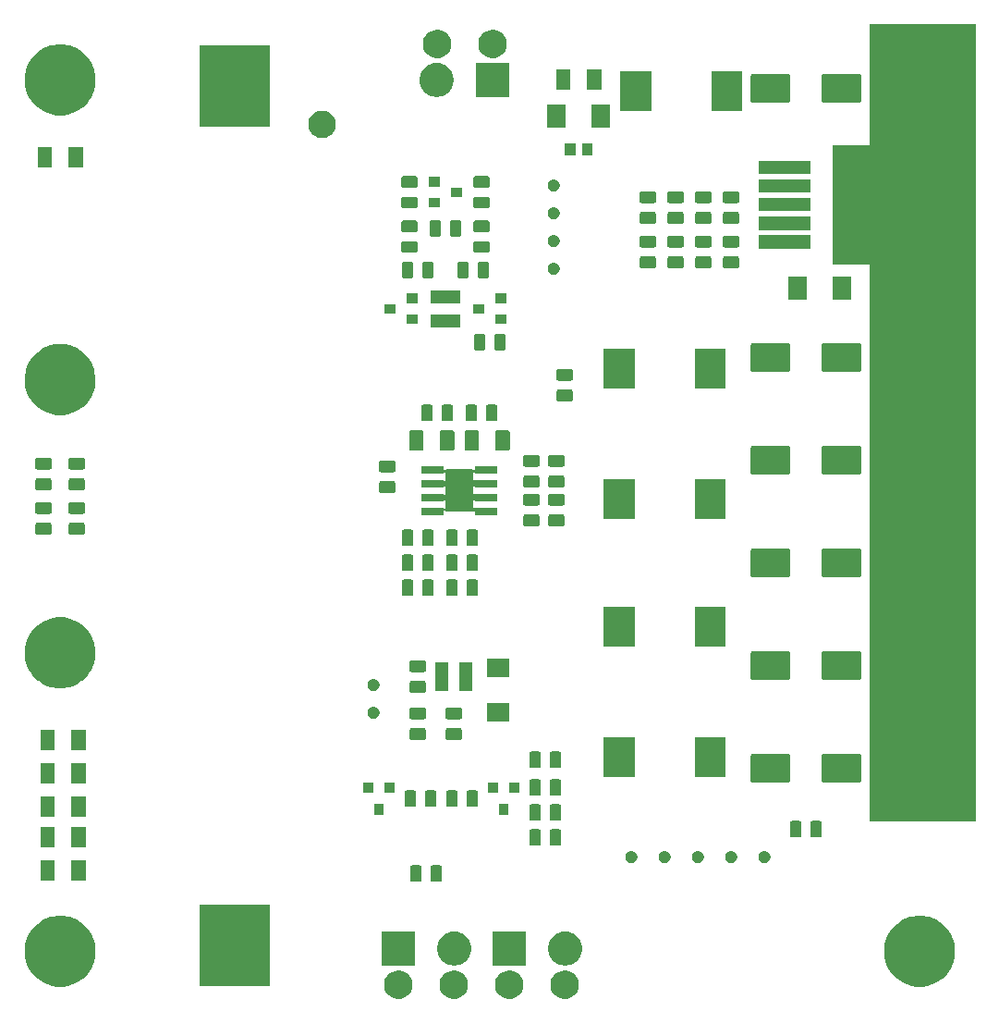
<source format=gbr>
G04 #@! TF.GenerationSoftware,KiCad,Pcbnew,(5.1.5)-3*
G04 #@! TF.CreationDate,2020-11-04T13:08:40-03:00*
G04 #@! TF.ProjectId,li-ion-backup,6c692d69-6f6e-42d6-9261-636b75702e6b,rev?*
G04 #@! TF.SameCoordinates,Original*
G04 #@! TF.FileFunction,Soldermask,Top*
G04 #@! TF.FilePolarity,Negative*
%FSLAX46Y46*%
G04 Gerber Fmt 4.6, Leading zero omitted, Abs format (unit mm)*
G04 Created by KiCad (PCBNEW (5.1.5)-3) date 2020-11-04 13:08:40*
%MOMM*%
%LPD*%
G04 APERTURE LIST*
%ADD10C,0.100000*%
%ADD11C,0.150000*%
G04 APERTURE END LIST*
D10*
G36*
X241300000Y-131826000D02*
G01*
X231648000Y-131826000D01*
X231648000Y-58928000D01*
X241300000Y-58928000D01*
X241300000Y-131826000D01*
G37*
X241300000Y-131826000D02*
X231648000Y-131826000D01*
X231648000Y-58928000D01*
X241300000Y-58928000D01*
X241300000Y-131826000D01*
D11*
G36*
X204087487Y-145560996D02*
G01*
X204324253Y-145659068D01*
X204324255Y-145659069D01*
X204537339Y-145801447D01*
X204718553Y-145982661D01*
X204751820Y-146032448D01*
X204860932Y-146195747D01*
X204959004Y-146432513D01*
X205009000Y-146683861D01*
X205009000Y-146940139D01*
X204959004Y-147191487D01*
X204860932Y-147428253D01*
X204860931Y-147428255D01*
X204718553Y-147641339D01*
X204537339Y-147822553D01*
X204324255Y-147964931D01*
X204324254Y-147964932D01*
X204324253Y-147964932D01*
X204087487Y-148063004D01*
X203836139Y-148113000D01*
X203579861Y-148113000D01*
X203328513Y-148063004D01*
X203091747Y-147964932D01*
X203091746Y-147964932D01*
X203091745Y-147964931D01*
X202878661Y-147822553D01*
X202697447Y-147641339D01*
X202555069Y-147428255D01*
X202555068Y-147428253D01*
X202456996Y-147191487D01*
X202407000Y-146940139D01*
X202407000Y-146683861D01*
X202456996Y-146432513D01*
X202555068Y-146195747D01*
X202664181Y-146032448D01*
X202697447Y-145982661D01*
X202878661Y-145801447D01*
X203091745Y-145659069D01*
X203091747Y-145659068D01*
X203328513Y-145560996D01*
X203579861Y-145511000D01*
X203836139Y-145511000D01*
X204087487Y-145560996D01*
G37*
G36*
X199007487Y-145560996D02*
G01*
X199244253Y-145659068D01*
X199244255Y-145659069D01*
X199457339Y-145801447D01*
X199638553Y-145982661D01*
X199671820Y-146032448D01*
X199780932Y-146195747D01*
X199879004Y-146432513D01*
X199929000Y-146683861D01*
X199929000Y-146940139D01*
X199879004Y-147191487D01*
X199780932Y-147428253D01*
X199780931Y-147428255D01*
X199638553Y-147641339D01*
X199457339Y-147822553D01*
X199244255Y-147964931D01*
X199244254Y-147964932D01*
X199244253Y-147964932D01*
X199007487Y-148063004D01*
X198756139Y-148113000D01*
X198499861Y-148113000D01*
X198248513Y-148063004D01*
X198011747Y-147964932D01*
X198011746Y-147964932D01*
X198011745Y-147964931D01*
X197798661Y-147822553D01*
X197617447Y-147641339D01*
X197475069Y-147428255D01*
X197475068Y-147428253D01*
X197376996Y-147191487D01*
X197327000Y-146940139D01*
X197327000Y-146683861D01*
X197376996Y-146432513D01*
X197475068Y-146195747D01*
X197584181Y-146032448D01*
X197617447Y-145982661D01*
X197798661Y-145801447D01*
X198011745Y-145659069D01*
X198011747Y-145659068D01*
X198248513Y-145560996D01*
X198499861Y-145511000D01*
X198756139Y-145511000D01*
X199007487Y-145560996D01*
G37*
G36*
X188847487Y-145560996D02*
G01*
X189084253Y-145659068D01*
X189084255Y-145659069D01*
X189297339Y-145801447D01*
X189478553Y-145982661D01*
X189511820Y-146032448D01*
X189620932Y-146195747D01*
X189719004Y-146432513D01*
X189769000Y-146683861D01*
X189769000Y-146940139D01*
X189719004Y-147191487D01*
X189620932Y-147428253D01*
X189620931Y-147428255D01*
X189478553Y-147641339D01*
X189297339Y-147822553D01*
X189084255Y-147964931D01*
X189084254Y-147964932D01*
X189084253Y-147964932D01*
X188847487Y-148063004D01*
X188596139Y-148113000D01*
X188339861Y-148113000D01*
X188088513Y-148063004D01*
X187851747Y-147964932D01*
X187851746Y-147964932D01*
X187851745Y-147964931D01*
X187638661Y-147822553D01*
X187457447Y-147641339D01*
X187315069Y-147428255D01*
X187315068Y-147428253D01*
X187216996Y-147191487D01*
X187167000Y-146940139D01*
X187167000Y-146683861D01*
X187216996Y-146432513D01*
X187315068Y-146195747D01*
X187424181Y-146032448D01*
X187457447Y-145982661D01*
X187638661Y-145801447D01*
X187851745Y-145659069D01*
X187851747Y-145659068D01*
X188088513Y-145560996D01*
X188339861Y-145511000D01*
X188596139Y-145511000D01*
X188847487Y-145560996D01*
G37*
G36*
X193927487Y-145560996D02*
G01*
X194164253Y-145659068D01*
X194164255Y-145659069D01*
X194377339Y-145801447D01*
X194558553Y-145982661D01*
X194591820Y-146032448D01*
X194700932Y-146195747D01*
X194799004Y-146432513D01*
X194849000Y-146683861D01*
X194849000Y-146940139D01*
X194799004Y-147191487D01*
X194700932Y-147428253D01*
X194700931Y-147428255D01*
X194558553Y-147641339D01*
X194377339Y-147822553D01*
X194164255Y-147964931D01*
X194164254Y-147964932D01*
X194164253Y-147964932D01*
X193927487Y-148063004D01*
X193676139Y-148113000D01*
X193419861Y-148113000D01*
X193168513Y-148063004D01*
X192931747Y-147964932D01*
X192931746Y-147964932D01*
X192931745Y-147964931D01*
X192718661Y-147822553D01*
X192537447Y-147641339D01*
X192395069Y-147428255D01*
X192395068Y-147428253D01*
X192296996Y-147191487D01*
X192247000Y-146940139D01*
X192247000Y-146683861D01*
X192296996Y-146432513D01*
X192395068Y-146195747D01*
X192504181Y-146032448D01*
X192537447Y-145982661D01*
X192718661Y-145801447D01*
X192931745Y-145659069D01*
X192931747Y-145659068D01*
X193168513Y-145560996D01*
X193419861Y-145511000D01*
X193676139Y-145511000D01*
X193927487Y-145560996D01*
G37*
G36*
X236854239Y-140575467D02*
G01*
X237168282Y-140637934D01*
X237759926Y-140883001D01*
X238292392Y-141238784D01*
X238745216Y-141691608D01*
X239100999Y-142224074D01*
X239346066Y-142815718D01*
X239408533Y-143129761D01*
X239471000Y-143443803D01*
X239471000Y-144084197D01*
X239439079Y-144244672D01*
X239346066Y-144712282D01*
X239100999Y-145303926D01*
X238745216Y-145836392D01*
X238292392Y-146289216D01*
X237759926Y-146644999D01*
X237168282Y-146890066D01*
X236916558Y-146940137D01*
X236540197Y-147015000D01*
X235899803Y-147015000D01*
X235523442Y-146940137D01*
X235271718Y-146890066D01*
X234680074Y-146644999D01*
X234147608Y-146289216D01*
X233694784Y-145836392D01*
X233339001Y-145303926D01*
X233093934Y-144712282D01*
X233000921Y-144244672D01*
X232969000Y-144084197D01*
X232969000Y-143443803D01*
X233031467Y-143129761D01*
X233093934Y-142815718D01*
X233339001Y-142224074D01*
X233694784Y-141691608D01*
X234147608Y-141238784D01*
X234680074Y-140883001D01*
X235271718Y-140637934D01*
X235585761Y-140575467D01*
X235899803Y-140513000D01*
X236540197Y-140513000D01*
X236854239Y-140575467D01*
G37*
G36*
X158114239Y-140575467D02*
G01*
X158428282Y-140637934D01*
X159019926Y-140883001D01*
X159552392Y-141238784D01*
X160005216Y-141691608D01*
X160360999Y-142224074D01*
X160606066Y-142815718D01*
X160668533Y-143129761D01*
X160731000Y-143443803D01*
X160731000Y-144084197D01*
X160699079Y-144244672D01*
X160606066Y-144712282D01*
X160360999Y-145303926D01*
X160005216Y-145836392D01*
X159552392Y-146289216D01*
X159019926Y-146644999D01*
X158428282Y-146890066D01*
X158176558Y-146940137D01*
X157800197Y-147015000D01*
X157159803Y-147015000D01*
X156783442Y-146940137D01*
X156531718Y-146890066D01*
X155940074Y-146644999D01*
X155407608Y-146289216D01*
X154954784Y-145836392D01*
X154599001Y-145303926D01*
X154353934Y-144712282D01*
X154260921Y-144244672D01*
X154229000Y-144084197D01*
X154229000Y-143443803D01*
X154291467Y-143129761D01*
X154353934Y-142815718D01*
X154599001Y-142224074D01*
X154954784Y-141691608D01*
X155407608Y-141238784D01*
X155940074Y-140883001D01*
X156531718Y-140637934D01*
X156845761Y-140575467D01*
X157159803Y-140513000D01*
X157800197Y-140513000D01*
X158114239Y-140575467D01*
G37*
G36*
X176708000Y-146937000D02*
G01*
X170256000Y-146937000D01*
X170256000Y-139495000D01*
X176708000Y-139495000D01*
X176708000Y-146937000D01*
G37*
G36*
X200179000Y-145061000D02*
G01*
X197077000Y-145061000D01*
X197077000Y-141959000D01*
X200179000Y-141959000D01*
X200179000Y-145061000D01*
G37*
G36*
X193897585Y-141988802D02*
G01*
X194047410Y-142018604D01*
X194329674Y-142135521D01*
X194583705Y-142305259D01*
X194799741Y-142521295D01*
X194969479Y-142775326D01*
X195086396Y-143057590D01*
X195146000Y-143357240D01*
X195146000Y-143662760D01*
X195086396Y-143962410D01*
X194969479Y-144244674D01*
X194799741Y-144498705D01*
X194583705Y-144714741D01*
X194329674Y-144884479D01*
X194047410Y-145001396D01*
X193916739Y-145027388D01*
X193747761Y-145061000D01*
X193442239Y-145061000D01*
X193273261Y-145027388D01*
X193142590Y-145001396D01*
X192860326Y-144884479D01*
X192606295Y-144714741D01*
X192390259Y-144498705D01*
X192220521Y-144244674D01*
X192103604Y-143962410D01*
X192044000Y-143662760D01*
X192044000Y-143357240D01*
X192103604Y-143057590D01*
X192220521Y-142775326D01*
X192390259Y-142521295D01*
X192606295Y-142305259D01*
X192860326Y-142135521D01*
X193142590Y-142018604D01*
X193292415Y-141988802D01*
X193442239Y-141959000D01*
X193747761Y-141959000D01*
X193897585Y-141988802D01*
G37*
G36*
X190019000Y-145061000D02*
G01*
X186917000Y-145061000D01*
X186917000Y-141959000D01*
X190019000Y-141959000D01*
X190019000Y-145061000D01*
G37*
G36*
X204057585Y-141988802D02*
G01*
X204207410Y-142018604D01*
X204489674Y-142135521D01*
X204743705Y-142305259D01*
X204959741Y-142521295D01*
X205129479Y-142775326D01*
X205246396Y-143057590D01*
X205306000Y-143357240D01*
X205306000Y-143662760D01*
X205246396Y-143962410D01*
X205129479Y-144244674D01*
X204959741Y-144498705D01*
X204743705Y-144714741D01*
X204489674Y-144884479D01*
X204207410Y-145001396D01*
X204076739Y-145027388D01*
X203907761Y-145061000D01*
X203602239Y-145061000D01*
X203433261Y-145027388D01*
X203302590Y-145001396D01*
X203020326Y-144884479D01*
X202766295Y-144714741D01*
X202550259Y-144498705D01*
X202380521Y-144244674D01*
X202263604Y-143962410D01*
X202204000Y-143662760D01*
X202204000Y-143357240D01*
X202263604Y-143057590D01*
X202380521Y-142775326D01*
X202550259Y-142521295D01*
X202766295Y-142305259D01*
X203020326Y-142135521D01*
X203302590Y-142018604D01*
X203452415Y-141988802D01*
X203602239Y-141959000D01*
X203907761Y-141959000D01*
X204057585Y-141988802D01*
G37*
G36*
X190442468Y-135905565D02*
G01*
X190481138Y-135917296D01*
X190516777Y-135936346D01*
X190548017Y-135961983D01*
X190573654Y-135993223D01*
X190592704Y-136028862D01*
X190604435Y-136067532D01*
X190609000Y-136113888D01*
X190609000Y-137190112D01*
X190604435Y-137236468D01*
X190592704Y-137275138D01*
X190573654Y-137310777D01*
X190548017Y-137342017D01*
X190516777Y-137367654D01*
X190481138Y-137386704D01*
X190442468Y-137398435D01*
X190396112Y-137403000D01*
X189744888Y-137403000D01*
X189698532Y-137398435D01*
X189659862Y-137386704D01*
X189624223Y-137367654D01*
X189592983Y-137342017D01*
X189567346Y-137310777D01*
X189548296Y-137275138D01*
X189536565Y-137236468D01*
X189532000Y-137190112D01*
X189532000Y-136113888D01*
X189536565Y-136067532D01*
X189548296Y-136028862D01*
X189567346Y-135993223D01*
X189592983Y-135961983D01*
X189624223Y-135936346D01*
X189659862Y-135917296D01*
X189698532Y-135905565D01*
X189744888Y-135901000D01*
X190396112Y-135901000D01*
X190442468Y-135905565D01*
G37*
G36*
X192317468Y-135905565D02*
G01*
X192356138Y-135917296D01*
X192391777Y-135936346D01*
X192423017Y-135961983D01*
X192448654Y-135993223D01*
X192467704Y-136028862D01*
X192479435Y-136067532D01*
X192484000Y-136113888D01*
X192484000Y-137190112D01*
X192479435Y-137236468D01*
X192467704Y-137275138D01*
X192448654Y-137310777D01*
X192423017Y-137342017D01*
X192391777Y-137367654D01*
X192356138Y-137386704D01*
X192317468Y-137398435D01*
X192271112Y-137403000D01*
X191619888Y-137403000D01*
X191573532Y-137398435D01*
X191534862Y-137386704D01*
X191499223Y-137367654D01*
X191467983Y-137342017D01*
X191442346Y-137310777D01*
X191423296Y-137275138D01*
X191411565Y-137236468D01*
X191407000Y-137190112D01*
X191407000Y-136113888D01*
X191411565Y-136067532D01*
X191423296Y-136028862D01*
X191442346Y-135993223D01*
X191467983Y-135961983D01*
X191499223Y-135936346D01*
X191534862Y-135917296D01*
X191573532Y-135905565D01*
X191619888Y-135901000D01*
X192271112Y-135901000D01*
X192317468Y-135905565D01*
G37*
G36*
X159810000Y-137324000D02*
G01*
X158458000Y-137324000D01*
X158458000Y-135472000D01*
X159810000Y-135472000D01*
X159810000Y-137324000D01*
G37*
G36*
X157010000Y-137324000D02*
G01*
X155658000Y-137324000D01*
X155658000Y-135472000D01*
X157010000Y-135472000D01*
X157010000Y-137324000D01*
G37*
G36*
X219108721Y-134598174D02*
G01*
X219208995Y-134639709D01*
X219208996Y-134639710D01*
X219299242Y-134700010D01*
X219375990Y-134776758D01*
X219375991Y-134776760D01*
X219436291Y-134867005D01*
X219477826Y-134967279D01*
X219499000Y-135073730D01*
X219499000Y-135182270D01*
X219477826Y-135288721D01*
X219436291Y-135388995D01*
X219436290Y-135388996D01*
X219375990Y-135479242D01*
X219299242Y-135555990D01*
X219253812Y-135586345D01*
X219208995Y-135616291D01*
X219108721Y-135657826D01*
X219002270Y-135679000D01*
X218893730Y-135679000D01*
X218787279Y-135657826D01*
X218687005Y-135616291D01*
X218642188Y-135586345D01*
X218596758Y-135555990D01*
X218520010Y-135479242D01*
X218459710Y-135388996D01*
X218459709Y-135388995D01*
X218418174Y-135288721D01*
X218397000Y-135182270D01*
X218397000Y-135073730D01*
X218418174Y-134967279D01*
X218459709Y-134867005D01*
X218520009Y-134776760D01*
X218520010Y-134776758D01*
X218596758Y-134700010D01*
X218687004Y-134639710D01*
X218687005Y-134639709D01*
X218787279Y-134598174D01*
X218893730Y-134577000D01*
X219002270Y-134577000D01*
X219108721Y-134598174D01*
G37*
G36*
X216060721Y-134598174D02*
G01*
X216160995Y-134639709D01*
X216160996Y-134639710D01*
X216251242Y-134700010D01*
X216327990Y-134776758D01*
X216327991Y-134776760D01*
X216388291Y-134867005D01*
X216429826Y-134967279D01*
X216451000Y-135073730D01*
X216451000Y-135182270D01*
X216429826Y-135288721D01*
X216388291Y-135388995D01*
X216388290Y-135388996D01*
X216327990Y-135479242D01*
X216251242Y-135555990D01*
X216205812Y-135586345D01*
X216160995Y-135616291D01*
X216060721Y-135657826D01*
X215954270Y-135679000D01*
X215845730Y-135679000D01*
X215739279Y-135657826D01*
X215639005Y-135616291D01*
X215594188Y-135586345D01*
X215548758Y-135555990D01*
X215472010Y-135479242D01*
X215411710Y-135388996D01*
X215411709Y-135388995D01*
X215370174Y-135288721D01*
X215349000Y-135182270D01*
X215349000Y-135073730D01*
X215370174Y-134967279D01*
X215411709Y-134867005D01*
X215472009Y-134776760D01*
X215472010Y-134776758D01*
X215548758Y-134700010D01*
X215639004Y-134639710D01*
X215639005Y-134639709D01*
X215739279Y-134598174D01*
X215845730Y-134577000D01*
X215954270Y-134577000D01*
X216060721Y-134598174D01*
G37*
G36*
X209964721Y-134598174D02*
G01*
X210064995Y-134639709D01*
X210064996Y-134639710D01*
X210155242Y-134700010D01*
X210231990Y-134776758D01*
X210231991Y-134776760D01*
X210292291Y-134867005D01*
X210333826Y-134967279D01*
X210355000Y-135073730D01*
X210355000Y-135182270D01*
X210333826Y-135288721D01*
X210292291Y-135388995D01*
X210292290Y-135388996D01*
X210231990Y-135479242D01*
X210155242Y-135555990D01*
X210109812Y-135586345D01*
X210064995Y-135616291D01*
X209964721Y-135657826D01*
X209858270Y-135679000D01*
X209749730Y-135679000D01*
X209643279Y-135657826D01*
X209543005Y-135616291D01*
X209498188Y-135586345D01*
X209452758Y-135555990D01*
X209376010Y-135479242D01*
X209315710Y-135388996D01*
X209315709Y-135388995D01*
X209274174Y-135288721D01*
X209253000Y-135182270D01*
X209253000Y-135073730D01*
X209274174Y-134967279D01*
X209315709Y-134867005D01*
X209376009Y-134776760D01*
X209376010Y-134776758D01*
X209452758Y-134700010D01*
X209543004Y-134639710D01*
X209543005Y-134639709D01*
X209643279Y-134598174D01*
X209749730Y-134577000D01*
X209858270Y-134577000D01*
X209964721Y-134598174D01*
G37*
G36*
X213012721Y-134598174D02*
G01*
X213112995Y-134639709D01*
X213112996Y-134639710D01*
X213203242Y-134700010D01*
X213279990Y-134776758D01*
X213279991Y-134776760D01*
X213340291Y-134867005D01*
X213381826Y-134967279D01*
X213403000Y-135073730D01*
X213403000Y-135182270D01*
X213381826Y-135288721D01*
X213340291Y-135388995D01*
X213340290Y-135388996D01*
X213279990Y-135479242D01*
X213203242Y-135555990D01*
X213157812Y-135586345D01*
X213112995Y-135616291D01*
X213012721Y-135657826D01*
X212906270Y-135679000D01*
X212797730Y-135679000D01*
X212691279Y-135657826D01*
X212591005Y-135616291D01*
X212546188Y-135586345D01*
X212500758Y-135555990D01*
X212424010Y-135479242D01*
X212363710Y-135388996D01*
X212363709Y-135388995D01*
X212322174Y-135288721D01*
X212301000Y-135182270D01*
X212301000Y-135073730D01*
X212322174Y-134967279D01*
X212363709Y-134867005D01*
X212424009Y-134776760D01*
X212424010Y-134776758D01*
X212500758Y-134700010D01*
X212591004Y-134639710D01*
X212591005Y-134639709D01*
X212691279Y-134598174D01*
X212797730Y-134577000D01*
X212906270Y-134577000D01*
X213012721Y-134598174D01*
G37*
G36*
X222156721Y-134598174D02*
G01*
X222256995Y-134639709D01*
X222256996Y-134639710D01*
X222347242Y-134700010D01*
X222423990Y-134776758D01*
X222423991Y-134776760D01*
X222484291Y-134867005D01*
X222525826Y-134967279D01*
X222547000Y-135073730D01*
X222547000Y-135182270D01*
X222525826Y-135288721D01*
X222484291Y-135388995D01*
X222484290Y-135388996D01*
X222423990Y-135479242D01*
X222347242Y-135555990D01*
X222301812Y-135586345D01*
X222256995Y-135616291D01*
X222156721Y-135657826D01*
X222050270Y-135679000D01*
X221941730Y-135679000D01*
X221835279Y-135657826D01*
X221735005Y-135616291D01*
X221690188Y-135586345D01*
X221644758Y-135555990D01*
X221568010Y-135479242D01*
X221507710Y-135388996D01*
X221507709Y-135388995D01*
X221466174Y-135288721D01*
X221445000Y-135182270D01*
X221445000Y-135073730D01*
X221466174Y-134967279D01*
X221507709Y-134867005D01*
X221568009Y-134776760D01*
X221568010Y-134776758D01*
X221644758Y-134700010D01*
X221735004Y-134639710D01*
X221735005Y-134639709D01*
X221835279Y-134598174D01*
X221941730Y-134577000D01*
X222050270Y-134577000D01*
X222156721Y-134598174D01*
G37*
G36*
X159810000Y-134276000D02*
G01*
X158458000Y-134276000D01*
X158458000Y-132424000D01*
X159810000Y-132424000D01*
X159810000Y-134276000D01*
G37*
G36*
X157010000Y-134276000D02*
G01*
X155658000Y-134276000D01*
X155658000Y-132424000D01*
X157010000Y-132424000D01*
X157010000Y-134276000D01*
G37*
G36*
X201364468Y-132603565D02*
G01*
X201403138Y-132615296D01*
X201438777Y-132634346D01*
X201470017Y-132659983D01*
X201495654Y-132691223D01*
X201514704Y-132726862D01*
X201526435Y-132765532D01*
X201531000Y-132811888D01*
X201531000Y-133888112D01*
X201526435Y-133934468D01*
X201514704Y-133973138D01*
X201495654Y-134008777D01*
X201470017Y-134040017D01*
X201438777Y-134065654D01*
X201403138Y-134084704D01*
X201364468Y-134096435D01*
X201318112Y-134101000D01*
X200666888Y-134101000D01*
X200620532Y-134096435D01*
X200581862Y-134084704D01*
X200546223Y-134065654D01*
X200514983Y-134040017D01*
X200489346Y-134008777D01*
X200470296Y-133973138D01*
X200458565Y-133934468D01*
X200454000Y-133888112D01*
X200454000Y-132811888D01*
X200458565Y-132765532D01*
X200470296Y-132726862D01*
X200489346Y-132691223D01*
X200514983Y-132659983D01*
X200546223Y-132634346D01*
X200581862Y-132615296D01*
X200620532Y-132603565D01*
X200666888Y-132599000D01*
X201318112Y-132599000D01*
X201364468Y-132603565D01*
G37*
G36*
X203239468Y-132603565D02*
G01*
X203278138Y-132615296D01*
X203313777Y-132634346D01*
X203345017Y-132659983D01*
X203370654Y-132691223D01*
X203389704Y-132726862D01*
X203401435Y-132765532D01*
X203406000Y-132811888D01*
X203406000Y-133888112D01*
X203401435Y-133934468D01*
X203389704Y-133973138D01*
X203370654Y-134008777D01*
X203345017Y-134040017D01*
X203313777Y-134065654D01*
X203278138Y-134084704D01*
X203239468Y-134096435D01*
X203193112Y-134101000D01*
X202541888Y-134101000D01*
X202495532Y-134096435D01*
X202456862Y-134084704D01*
X202421223Y-134065654D01*
X202389983Y-134040017D01*
X202364346Y-134008777D01*
X202345296Y-133973138D01*
X202333565Y-133934468D01*
X202329000Y-133888112D01*
X202329000Y-132811888D01*
X202333565Y-132765532D01*
X202345296Y-132726862D01*
X202364346Y-132691223D01*
X202389983Y-132659983D01*
X202421223Y-132634346D01*
X202456862Y-132615296D01*
X202495532Y-132603565D01*
X202541888Y-132599000D01*
X203193112Y-132599000D01*
X203239468Y-132603565D01*
G37*
G36*
X225240468Y-131841565D02*
G01*
X225279138Y-131853296D01*
X225314777Y-131872346D01*
X225346017Y-131897983D01*
X225371654Y-131929223D01*
X225390704Y-131964862D01*
X225402435Y-132003532D01*
X225407000Y-132049888D01*
X225407000Y-133126112D01*
X225402435Y-133172468D01*
X225390704Y-133211138D01*
X225371654Y-133246777D01*
X225346017Y-133278017D01*
X225314777Y-133303654D01*
X225279138Y-133322704D01*
X225240468Y-133334435D01*
X225194112Y-133339000D01*
X224542888Y-133339000D01*
X224496532Y-133334435D01*
X224457862Y-133322704D01*
X224422223Y-133303654D01*
X224390983Y-133278017D01*
X224365346Y-133246777D01*
X224346296Y-133211138D01*
X224334565Y-133172468D01*
X224330000Y-133126112D01*
X224330000Y-132049888D01*
X224334565Y-132003532D01*
X224346296Y-131964862D01*
X224365346Y-131929223D01*
X224390983Y-131897983D01*
X224422223Y-131872346D01*
X224457862Y-131853296D01*
X224496532Y-131841565D01*
X224542888Y-131837000D01*
X225194112Y-131837000D01*
X225240468Y-131841565D01*
G37*
G36*
X227115468Y-131841565D02*
G01*
X227154138Y-131853296D01*
X227189777Y-131872346D01*
X227221017Y-131897983D01*
X227246654Y-131929223D01*
X227265704Y-131964862D01*
X227277435Y-132003532D01*
X227282000Y-132049888D01*
X227282000Y-133126112D01*
X227277435Y-133172468D01*
X227265704Y-133211138D01*
X227246654Y-133246777D01*
X227221017Y-133278017D01*
X227189777Y-133303654D01*
X227154138Y-133322704D01*
X227115468Y-133334435D01*
X227069112Y-133339000D01*
X226417888Y-133339000D01*
X226371532Y-133334435D01*
X226332862Y-133322704D01*
X226297223Y-133303654D01*
X226265983Y-133278017D01*
X226240346Y-133246777D01*
X226221296Y-133211138D01*
X226209565Y-133172468D01*
X226205000Y-133126112D01*
X226205000Y-132049888D01*
X226209565Y-132003532D01*
X226221296Y-131964862D01*
X226240346Y-131929223D01*
X226265983Y-131897983D01*
X226297223Y-131872346D01*
X226332862Y-131853296D01*
X226371532Y-131841565D01*
X226417888Y-131837000D01*
X227069112Y-131837000D01*
X227115468Y-131841565D01*
G37*
G36*
X203239468Y-130317565D02*
G01*
X203278138Y-130329296D01*
X203313777Y-130348346D01*
X203345017Y-130373983D01*
X203370654Y-130405223D01*
X203389704Y-130440862D01*
X203401435Y-130479532D01*
X203406000Y-130525888D01*
X203406000Y-131602112D01*
X203401435Y-131648468D01*
X203389704Y-131687138D01*
X203370654Y-131722777D01*
X203345017Y-131754017D01*
X203313777Y-131779654D01*
X203278138Y-131798704D01*
X203239468Y-131810435D01*
X203193112Y-131815000D01*
X202541888Y-131815000D01*
X202495532Y-131810435D01*
X202456862Y-131798704D01*
X202421223Y-131779654D01*
X202389983Y-131754017D01*
X202364346Y-131722777D01*
X202345296Y-131687138D01*
X202333565Y-131648468D01*
X202329000Y-131602112D01*
X202329000Y-130525888D01*
X202333565Y-130479532D01*
X202345296Y-130440862D01*
X202364346Y-130405223D01*
X202389983Y-130373983D01*
X202421223Y-130348346D01*
X202456862Y-130329296D01*
X202495532Y-130317565D01*
X202541888Y-130313000D01*
X203193112Y-130313000D01*
X203239468Y-130317565D01*
G37*
G36*
X201364468Y-130317565D02*
G01*
X201403138Y-130329296D01*
X201438777Y-130348346D01*
X201470017Y-130373983D01*
X201495654Y-130405223D01*
X201514704Y-130440862D01*
X201526435Y-130479532D01*
X201531000Y-130525888D01*
X201531000Y-131602112D01*
X201526435Y-131648468D01*
X201514704Y-131687138D01*
X201495654Y-131722777D01*
X201470017Y-131754017D01*
X201438777Y-131779654D01*
X201403138Y-131798704D01*
X201364468Y-131810435D01*
X201318112Y-131815000D01*
X200666888Y-131815000D01*
X200620532Y-131810435D01*
X200581862Y-131798704D01*
X200546223Y-131779654D01*
X200514983Y-131754017D01*
X200489346Y-131722777D01*
X200470296Y-131687138D01*
X200458565Y-131648468D01*
X200454000Y-131602112D01*
X200454000Y-130525888D01*
X200458565Y-130479532D01*
X200470296Y-130440862D01*
X200489346Y-130405223D01*
X200514983Y-130373983D01*
X200546223Y-130348346D01*
X200581862Y-130329296D01*
X200620532Y-130317565D01*
X200666888Y-130313000D01*
X201318112Y-130313000D01*
X201364468Y-130317565D01*
G37*
G36*
X159810000Y-131482000D02*
G01*
X158458000Y-131482000D01*
X158458000Y-129630000D01*
X159810000Y-129630000D01*
X159810000Y-131482000D01*
G37*
G36*
X157010000Y-131482000D02*
G01*
X155658000Y-131482000D01*
X155658000Y-129630000D01*
X157010000Y-129630000D01*
X157010000Y-131482000D01*
G37*
G36*
X198571000Y-131295000D02*
G01*
X197669000Y-131295000D01*
X197669000Y-130293000D01*
X198571000Y-130293000D01*
X198571000Y-131295000D01*
G37*
G36*
X187141000Y-131295000D02*
G01*
X186239000Y-131295000D01*
X186239000Y-130293000D01*
X187141000Y-130293000D01*
X187141000Y-131295000D01*
G37*
G36*
X193744468Y-129047565D02*
G01*
X193783138Y-129059296D01*
X193818777Y-129078346D01*
X193850017Y-129103983D01*
X193875654Y-129135223D01*
X193894704Y-129170862D01*
X193906435Y-129209532D01*
X193911000Y-129255888D01*
X193911000Y-130332112D01*
X193906435Y-130378468D01*
X193894704Y-130417138D01*
X193875654Y-130452777D01*
X193850017Y-130484017D01*
X193818777Y-130509654D01*
X193783138Y-130528704D01*
X193744468Y-130540435D01*
X193698112Y-130545000D01*
X193046888Y-130545000D01*
X193000532Y-130540435D01*
X192961862Y-130528704D01*
X192926223Y-130509654D01*
X192894983Y-130484017D01*
X192869346Y-130452777D01*
X192850296Y-130417138D01*
X192838565Y-130378468D01*
X192834000Y-130332112D01*
X192834000Y-129255888D01*
X192838565Y-129209532D01*
X192850296Y-129170862D01*
X192869346Y-129135223D01*
X192894983Y-129103983D01*
X192926223Y-129078346D01*
X192961862Y-129059296D01*
X193000532Y-129047565D01*
X193046888Y-129043000D01*
X193698112Y-129043000D01*
X193744468Y-129047565D01*
G37*
G36*
X195619468Y-129047565D02*
G01*
X195658138Y-129059296D01*
X195693777Y-129078346D01*
X195725017Y-129103983D01*
X195750654Y-129135223D01*
X195769704Y-129170862D01*
X195781435Y-129209532D01*
X195786000Y-129255888D01*
X195786000Y-130332112D01*
X195781435Y-130378468D01*
X195769704Y-130417138D01*
X195750654Y-130452777D01*
X195725017Y-130484017D01*
X195693777Y-130509654D01*
X195658138Y-130528704D01*
X195619468Y-130540435D01*
X195573112Y-130545000D01*
X194921888Y-130545000D01*
X194875532Y-130540435D01*
X194836862Y-130528704D01*
X194801223Y-130509654D01*
X194769983Y-130484017D01*
X194744346Y-130452777D01*
X194725296Y-130417138D01*
X194713565Y-130378468D01*
X194709000Y-130332112D01*
X194709000Y-129255888D01*
X194713565Y-129209532D01*
X194725296Y-129170862D01*
X194744346Y-129135223D01*
X194769983Y-129103983D01*
X194801223Y-129078346D01*
X194836862Y-129059296D01*
X194875532Y-129047565D01*
X194921888Y-129043000D01*
X195573112Y-129043000D01*
X195619468Y-129047565D01*
G37*
G36*
X191809468Y-129047565D02*
G01*
X191848138Y-129059296D01*
X191883777Y-129078346D01*
X191915017Y-129103983D01*
X191940654Y-129135223D01*
X191959704Y-129170862D01*
X191971435Y-129209532D01*
X191976000Y-129255888D01*
X191976000Y-130332112D01*
X191971435Y-130378468D01*
X191959704Y-130417138D01*
X191940654Y-130452777D01*
X191915017Y-130484017D01*
X191883777Y-130509654D01*
X191848138Y-130528704D01*
X191809468Y-130540435D01*
X191763112Y-130545000D01*
X191111888Y-130545000D01*
X191065532Y-130540435D01*
X191026862Y-130528704D01*
X190991223Y-130509654D01*
X190959983Y-130484017D01*
X190934346Y-130452777D01*
X190915296Y-130417138D01*
X190903565Y-130378468D01*
X190899000Y-130332112D01*
X190899000Y-129255888D01*
X190903565Y-129209532D01*
X190915296Y-129170862D01*
X190934346Y-129135223D01*
X190959983Y-129103983D01*
X190991223Y-129078346D01*
X191026862Y-129059296D01*
X191065532Y-129047565D01*
X191111888Y-129043000D01*
X191763112Y-129043000D01*
X191809468Y-129047565D01*
G37*
G36*
X189934468Y-129047565D02*
G01*
X189973138Y-129059296D01*
X190008777Y-129078346D01*
X190040017Y-129103983D01*
X190065654Y-129135223D01*
X190084704Y-129170862D01*
X190096435Y-129209532D01*
X190101000Y-129255888D01*
X190101000Y-130332112D01*
X190096435Y-130378468D01*
X190084704Y-130417138D01*
X190065654Y-130452777D01*
X190040017Y-130484017D01*
X190008777Y-130509654D01*
X189973138Y-130528704D01*
X189934468Y-130540435D01*
X189888112Y-130545000D01*
X189236888Y-130545000D01*
X189190532Y-130540435D01*
X189151862Y-130528704D01*
X189116223Y-130509654D01*
X189084983Y-130484017D01*
X189059346Y-130452777D01*
X189040296Y-130417138D01*
X189028565Y-130378468D01*
X189024000Y-130332112D01*
X189024000Y-129255888D01*
X189028565Y-129209532D01*
X189040296Y-129170862D01*
X189059346Y-129135223D01*
X189084983Y-129103983D01*
X189116223Y-129078346D01*
X189151862Y-129059296D01*
X189190532Y-129047565D01*
X189236888Y-129043000D01*
X189888112Y-129043000D01*
X189934468Y-129047565D01*
G37*
G36*
X203239468Y-128031565D02*
G01*
X203278138Y-128043296D01*
X203313777Y-128062346D01*
X203345017Y-128087983D01*
X203370654Y-128119223D01*
X203389704Y-128154862D01*
X203401435Y-128193532D01*
X203406000Y-128239888D01*
X203406000Y-129316112D01*
X203401435Y-129362468D01*
X203389704Y-129401138D01*
X203370654Y-129436777D01*
X203345017Y-129468017D01*
X203313777Y-129493654D01*
X203278138Y-129512704D01*
X203239468Y-129524435D01*
X203193112Y-129529000D01*
X202541888Y-129529000D01*
X202495532Y-129524435D01*
X202456862Y-129512704D01*
X202421223Y-129493654D01*
X202389983Y-129468017D01*
X202364346Y-129436777D01*
X202345296Y-129401138D01*
X202333565Y-129362468D01*
X202329000Y-129316112D01*
X202329000Y-128239888D01*
X202333565Y-128193532D01*
X202345296Y-128154862D01*
X202364346Y-128119223D01*
X202389983Y-128087983D01*
X202421223Y-128062346D01*
X202456862Y-128043296D01*
X202495532Y-128031565D01*
X202541888Y-128027000D01*
X203193112Y-128027000D01*
X203239468Y-128031565D01*
G37*
G36*
X201364468Y-128031565D02*
G01*
X201403138Y-128043296D01*
X201438777Y-128062346D01*
X201470017Y-128087983D01*
X201495654Y-128119223D01*
X201514704Y-128154862D01*
X201526435Y-128193532D01*
X201531000Y-128239888D01*
X201531000Y-129316112D01*
X201526435Y-129362468D01*
X201514704Y-129401138D01*
X201495654Y-129436777D01*
X201470017Y-129468017D01*
X201438777Y-129493654D01*
X201403138Y-129512704D01*
X201364468Y-129524435D01*
X201318112Y-129529000D01*
X200666888Y-129529000D01*
X200620532Y-129524435D01*
X200581862Y-129512704D01*
X200546223Y-129493654D01*
X200514983Y-129468017D01*
X200489346Y-129436777D01*
X200470296Y-129401138D01*
X200458565Y-129362468D01*
X200454000Y-129316112D01*
X200454000Y-128239888D01*
X200458565Y-128193532D01*
X200470296Y-128154862D01*
X200489346Y-128119223D01*
X200514983Y-128087983D01*
X200546223Y-128062346D01*
X200581862Y-128043296D01*
X200620532Y-128031565D01*
X200666888Y-128027000D01*
X201318112Y-128027000D01*
X201364468Y-128031565D01*
G37*
G36*
X197621000Y-129295000D02*
G01*
X196719000Y-129295000D01*
X196719000Y-128293000D01*
X197621000Y-128293000D01*
X197621000Y-129295000D01*
G37*
G36*
X188091000Y-129295000D02*
G01*
X187189000Y-129295000D01*
X187189000Y-128293000D01*
X188091000Y-128293000D01*
X188091000Y-129295000D01*
G37*
G36*
X186191000Y-129295000D02*
G01*
X185289000Y-129295000D01*
X185289000Y-128293000D01*
X186191000Y-128293000D01*
X186191000Y-129295000D01*
G37*
G36*
X199521000Y-129295000D02*
G01*
X198619000Y-129295000D01*
X198619000Y-128293000D01*
X199521000Y-128293000D01*
X199521000Y-129295000D01*
G37*
G36*
X159810000Y-128434000D02*
G01*
X158458000Y-128434000D01*
X158458000Y-126582000D01*
X159810000Y-126582000D01*
X159810000Y-128434000D01*
G37*
G36*
X157010000Y-128434000D02*
G01*
X155658000Y-128434000D01*
X155658000Y-126582000D01*
X157010000Y-126582000D01*
X157010000Y-128434000D01*
G37*
G36*
X224227934Y-125702671D02*
G01*
X224257877Y-125711754D01*
X224285465Y-125726500D01*
X224309651Y-125746349D01*
X224329500Y-125770535D01*
X224344246Y-125798123D01*
X224353329Y-125828066D01*
X224357000Y-125865340D01*
X224357000Y-128134660D01*
X224353329Y-128171934D01*
X224344246Y-128201877D01*
X224329500Y-128229465D01*
X224309651Y-128253651D01*
X224285465Y-128273500D01*
X224257877Y-128288246D01*
X224227934Y-128297329D01*
X224190660Y-128301000D01*
X220921340Y-128301000D01*
X220884066Y-128297329D01*
X220854123Y-128288246D01*
X220826535Y-128273500D01*
X220802349Y-128253651D01*
X220782500Y-128229465D01*
X220767754Y-128201877D01*
X220758671Y-128171934D01*
X220755000Y-128134660D01*
X220755000Y-125865340D01*
X220758671Y-125828066D01*
X220767754Y-125798123D01*
X220782500Y-125770535D01*
X220802349Y-125746349D01*
X220826535Y-125726500D01*
X220854123Y-125711754D01*
X220884066Y-125702671D01*
X220921340Y-125699000D01*
X224190660Y-125699000D01*
X224227934Y-125702671D01*
G37*
G36*
X230727934Y-125702671D02*
G01*
X230757877Y-125711754D01*
X230785465Y-125726500D01*
X230809651Y-125746349D01*
X230829500Y-125770535D01*
X230844246Y-125798123D01*
X230853329Y-125828066D01*
X230857000Y-125865340D01*
X230857000Y-128134660D01*
X230853329Y-128171934D01*
X230844246Y-128201877D01*
X230829500Y-128229465D01*
X230809651Y-128253651D01*
X230785465Y-128273500D01*
X230757877Y-128288246D01*
X230727934Y-128297329D01*
X230690660Y-128301000D01*
X227421340Y-128301000D01*
X227384066Y-128297329D01*
X227354123Y-128288246D01*
X227326535Y-128273500D01*
X227302349Y-128253651D01*
X227282500Y-128229465D01*
X227267754Y-128201877D01*
X227258671Y-128171934D01*
X227255000Y-128134660D01*
X227255000Y-125865340D01*
X227258671Y-125828066D01*
X227267754Y-125798123D01*
X227282500Y-125770535D01*
X227302349Y-125746349D01*
X227326535Y-125726500D01*
X227354123Y-125711754D01*
X227384066Y-125702671D01*
X227421340Y-125699000D01*
X230690660Y-125699000D01*
X230727934Y-125702671D01*
G37*
G36*
X210103000Y-127835000D02*
G01*
X207301000Y-127835000D01*
X207301000Y-124133000D01*
X210103000Y-124133000D01*
X210103000Y-127835000D01*
G37*
G36*
X218403000Y-127835000D02*
G01*
X215601000Y-127835000D01*
X215601000Y-124133000D01*
X218403000Y-124133000D01*
X218403000Y-127835000D01*
G37*
G36*
X203239468Y-125491565D02*
G01*
X203278138Y-125503296D01*
X203313777Y-125522346D01*
X203345017Y-125547983D01*
X203370654Y-125579223D01*
X203389704Y-125614862D01*
X203401435Y-125653532D01*
X203406000Y-125699888D01*
X203406000Y-126776112D01*
X203401435Y-126822468D01*
X203389704Y-126861138D01*
X203370654Y-126896777D01*
X203345017Y-126928017D01*
X203313777Y-126953654D01*
X203278138Y-126972704D01*
X203239468Y-126984435D01*
X203193112Y-126989000D01*
X202541888Y-126989000D01*
X202495532Y-126984435D01*
X202456862Y-126972704D01*
X202421223Y-126953654D01*
X202389983Y-126928017D01*
X202364346Y-126896777D01*
X202345296Y-126861138D01*
X202333565Y-126822468D01*
X202329000Y-126776112D01*
X202329000Y-125699888D01*
X202333565Y-125653532D01*
X202345296Y-125614862D01*
X202364346Y-125579223D01*
X202389983Y-125547983D01*
X202421223Y-125522346D01*
X202456862Y-125503296D01*
X202495532Y-125491565D01*
X202541888Y-125487000D01*
X203193112Y-125487000D01*
X203239468Y-125491565D01*
G37*
G36*
X201364468Y-125491565D02*
G01*
X201403138Y-125503296D01*
X201438777Y-125522346D01*
X201470017Y-125547983D01*
X201495654Y-125579223D01*
X201514704Y-125614862D01*
X201526435Y-125653532D01*
X201531000Y-125699888D01*
X201531000Y-126776112D01*
X201526435Y-126822468D01*
X201514704Y-126861138D01*
X201495654Y-126896777D01*
X201470017Y-126928017D01*
X201438777Y-126953654D01*
X201403138Y-126972704D01*
X201364468Y-126984435D01*
X201318112Y-126989000D01*
X200666888Y-126989000D01*
X200620532Y-126984435D01*
X200581862Y-126972704D01*
X200546223Y-126953654D01*
X200514983Y-126928017D01*
X200489346Y-126896777D01*
X200470296Y-126861138D01*
X200458565Y-126822468D01*
X200454000Y-126776112D01*
X200454000Y-125699888D01*
X200458565Y-125653532D01*
X200470296Y-125614862D01*
X200489346Y-125579223D01*
X200514983Y-125547983D01*
X200546223Y-125522346D01*
X200581862Y-125503296D01*
X200620532Y-125491565D01*
X200666888Y-125487000D01*
X201318112Y-125487000D01*
X201364468Y-125491565D01*
G37*
G36*
X157010000Y-125386000D02*
G01*
X155658000Y-125386000D01*
X155658000Y-123534000D01*
X157010000Y-123534000D01*
X157010000Y-125386000D01*
G37*
G36*
X159810000Y-125386000D02*
G01*
X158458000Y-125386000D01*
X158458000Y-123534000D01*
X159810000Y-123534000D01*
X159810000Y-125386000D01*
G37*
G36*
X194132468Y-123339565D02*
G01*
X194171138Y-123351296D01*
X194206777Y-123370346D01*
X194238017Y-123395983D01*
X194263654Y-123427223D01*
X194282704Y-123462862D01*
X194294435Y-123501532D01*
X194299000Y-123547888D01*
X194299000Y-124199112D01*
X194294435Y-124245468D01*
X194282704Y-124284138D01*
X194263654Y-124319777D01*
X194238017Y-124351017D01*
X194206777Y-124376654D01*
X194171138Y-124395704D01*
X194132468Y-124407435D01*
X194086112Y-124412000D01*
X193009888Y-124412000D01*
X192963532Y-124407435D01*
X192924862Y-124395704D01*
X192889223Y-124376654D01*
X192857983Y-124351017D01*
X192832346Y-124319777D01*
X192813296Y-124284138D01*
X192801565Y-124245468D01*
X192797000Y-124199112D01*
X192797000Y-123547888D01*
X192801565Y-123501532D01*
X192813296Y-123462862D01*
X192832346Y-123427223D01*
X192857983Y-123395983D01*
X192889223Y-123370346D01*
X192924862Y-123351296D01*
X192963532Y-123339565D01*
X193009888Y-123335000D01*
X194086112Y-123335000D01*
X194132468Y-123339565D01*
G37*
G36*
X190830468Y-123339565D02*
G01*
X190869138Y-123351296D01*
X190904777Y-123370346D01*
X190936017Y-123395983D01*
X190961654Y-123427223D01*
X190980704Y-123462862D01*
X190992435Y-123501532D01*
X190997000Y-123547888D01*
X190997000Y-124199112D01*
X190992435Y-124245468D01*
X190980704Y-124284138D01*
X190961654Y-124319777D01*
X190936017Y-124351017D01*
X190904777Y-124376654D01*
X190869138Y-124395704D01*
X190830468Y-124407435D01*
X190784112Y-124412000D01*
X189707888Y-124412000D01*
X189661532Y-124407435D01*
X189622862Y-124395704D01*
X189587223Y-124376654D01*
X189555983Y-124351017D01*
X189530346Y-124319777D01*
X189511296Y-124284138D01*
X189499565Y-124245468D01*
X189495000Y-124199112D01*
X189495000Y-123547888D01*
X189499565Y-123501532D01*
X189511296Y-123462862D01*
X189530346Y-123427223D01*
X189555983Y-123395983D01*
X189587223Y-123370346D01*
X189622862Y-123351296D01*
X189661532Y-123339565D01*
X189707888Y-123335000D01*
X190784112Y-123335000D01*
X190830468Y-123339565D01*
G37*
G36*
X198663000Y-122771000D02*
G01*
X196561000Y-122771000D01*
X196561000Y-121069000D01*
X198663000Y-121069000D01*
X198663000Y-122771000D01*
G37*
G36*
X194132468Y-121464565D02*
G01*
X194171138Y-121476296D01*
X194206777Y-121495346D01*
X194238017Y-121520983D01*
X194263654Y-121552223D01*
X194282704Y-121587862D01*
X194294435Y-121626532D01*
X194299000Y-121672888D01*
X194299000Y-122324112D01*
X194294435Y-122370468D01*
X194282704Y-122409138D01*
X194263654Y-122444777D01*
X194238017Y-122476017D01*
X194206777Y-122501654D01*
X194171138Y-122520704D01*
X194132468Y-122532435D01*
X194086112Y-122537000D01*
X193009888Y-122537000D01*
X192963532Y-122532435D01*
X192924862Y-122520704D01*
X192889223Y-122501654D01*
X192857983Y-122476017D01*
X192832346Y-122444777D01*
X192813296Y-122409138D01*
X192801565Y-122370468D01*
X192797000Y-122324112D01*
X192797000Y-121672888D01*
X192801565Y-121626532D01*
X192813296Y-121587862D01*
X192832346Y-121552223D01*
X192857983Y-121520983D01*
X192889223Y-121495346D01*
X192924862Y-121476296D01*
X192963532Y-121464565D01*
X193009888Y-121460000D01*
X194086112Y-121460000D01*
X194132468Y-121464565D01*
G37*
G36*
X190830468Y-121464565D02*
G01*
X190869138Y-121476296D01*
X190904777Y-121495346D01*
X190936017Y-121520983D01*
X190961654Y-121552223D01*
X190980704Y-121587862D01*
X190992435Y-121626532D01*
X190997000Y-121672888D01*
X190997000Y-122324112D01*
X190992435Y-122370468D01*
X190980704Y-122409138D01*
X190961654Y-122444777D01*
X190936017Y-122476017D01*
X190904777Y-122501654D01*
X190869138Y-122520704D01*
X190830468Y-122532435D01*
X190784112Y-122537000D01*
X189707888Y-122537000D01*
X189661532Y-122532435D01*
X189622862Y-122520704D01*
X189587223Y-122501654D01*
X189555983Y-122476017D01*
X189530346Y-122444777D01*
X189511296Y-122409138D01*
X189499565Y-122370468D01*
X189495000Y-122324112D01*
X189495000Y-121672888D01*
X189499565Y-121626532D01*
X189511296Y-121587862D01*
X189530346Y-121552223D01*
X189555983Y-121520983D01*
X189587223Y-121495346D01*
X189622862Y-121476296D01*
X189661532Y-121464565D01*
X189707888Y-121460000D01*
X190784112Y-121460000D01*
X190830468Y-121464565D01*
G37*
G36*
X186342721Y-121390174D02*
G01*
X186442995Y-121431709D01*
X186442996Y-121431710D01*
X186533242Y-121492010D01*
X186609990Y-121568758D01*
X186609991Y-121568760D01*
X186670291Y-121659005D01*
X186711826Y-121759279D01*
X186733000Y-121865730D01*
X186733000Y-121974270D01*
X186711826Y-122080721D01*
X186670291Y-122180995D01*
X186670290Y-122180996D01*
X186609990Y-122271242D01*
X186533242Y-122347990D01*
X186499601Y-122370468D01*
X186442995Y-122408291D01*
X186342721Y-122449826D01*
X186236270Y-122471000D01*
X186127730Y-122471000D01*
X186021279Y-122449826D01*
X185921005Y-122408291D01*
X185864399Y-122370468D01*
X185830758Y-122347990D01*
X185754010Y-122271242D01*
X185693710Y-122180996D01*
X185693709Y-122180995D01*
X185652174Y-122080721D01*
X185631000Y-121974270D01*
X185631000Y-121865730D01*
X185652174Y-121759279D01*
X185693709Y-121659005D01*
X185754009Y-121568760D01*
X185754010Y-121568758D01*
X185830758Y-121492010D01*
X185921004Y-121431710D01*
X185921005Y-121431709D01*
X186021279Y-121390174D01*
X186127730Y-121369000D01*
X186236270Y-121369000D01*
X186342721Y-121390174D01*
G37*
G36*
X190830468Y-119021565D02*
G01*
X190869138Y-119033296D01*
X190904777Y-119052346D01*
X190936017Y-119077983D01*
X190961654Y-119109223D01*
X190980704Y-119144862D01*
X190992435Y-119183532D01*
X190997000Y-119229888D01*
X190997000Y-119881112D01*
X190992435Y-119927468D01*
X190980704Y-119966138D01*
X190961654Y-120001777D01*
X190936017Y-120033017D01*
X190904777Y-120058654D01*
X190869138Y-120077704D01*
X190830468Y-120089435D01*
X190784112Y-120094000D01*
X189707888Y-120094000D01*
X189661532Y-120089435D01*
X189622862Y-120077704D01*
X189587223Y-120058654D01*
X189555983Y-120033017D01*
X189530346Y-120001777D01*
X189511296Y-119966138D01*
X189499565Y-119927468D01*
X189495000Y-119881112D01*
X189495000Y-119229888D01*
X189499565Y-119183532D01*
X189511296Y-119144862D01*
X189530346Y-119109223D01*
X189555983Y-119077983D01*
X189587223Y-119052346D01*
X189622862Y-119033296D01*
X189661532Y-119021565D01*
X189707888Y-119017000D01*
X190784112Y-119017000D01*
X190830468Y-119021565D01*
G37*
G36*
X193029000Y-119944000D02*
G01*
X191867000Y-119944000D01*
X191867000Y-117292000D01*
X193029000Y-117292000D01*
X193029000Y-119944000D01*
G37*
G36*
X195229000Y-119944000D02*
G01*
X194067000Y-119944000D01*
X194067000Y-117292000D01*
X195229000Y-117292000D01*
X195229000Y-119944000D01*
G37*
G36*
X186342721Y-118850174D02*
G01*
X186442995Y-118891709D01*
X186487812Y-118921655D01*
X186533242Y-118952010D01*
X186609990Y-119028758D01*
X186609991Y-119028760D01*
X186670291Y-119119005D01*
X186711826Y-119219279D01*
X186733000Y-119325730D01*
X186733000Y-119434270D01*
X186711826Y-119540721D01*
X186670291Y-119640995D01*
X186670290Y-119640996D01*
X186609990Y-119731242D01*
X186533242Y-119807990D01*
X186487812Y-119838345D01*
X186442995Y-119868291D01*
X186342721Y-119909826D01*
X186236270Y-119931000D01*
X186127730Y-119931000D01*
X186021279Y-119909826D01*
X185921005Y-119868291D01*
X185876188Y-119838345D01*
X185830758Y-119807990D01*
X185754010Y-119731242D01*
X185693710Y-119640996D01*
X185693709Y-119640995D01*
X185652174Y-119540721D01*
X185631000Y-119434270D01*
X185631000Y-119325730D01*
X185652174Y-119219279D01*
X185693709Y-119119005D01*
X185754009Y-119028760D01*
X185754010Y-119028758D01*
X185830758Y-118952010D01*
X185876188Y-118921655D01*
X185921005Y-118891709D01*
X186021279Y-118850174D01*
X186127730Y-118829000D01*
X186236270Y-118829000D01*
X186342721Y-118850174D01*
G37*
G36*
X158114239Y-113270467D02*
G01*
X158428282Y-113332934D01*
X159019926Y-113578001D01*
X159552392Y-113933784D01*
X160005216Y-114386608D01*
X160360999Y-114919074D01*
X160606066Y-115510718D01*
X160606066Y-115510719D01*
X160731000Y-116138803D01*
X160731000Y-116779197D01*
X160686085Y-117005000D01*
X160606066Y-117407282D01*
X160360999Y-117998926D01*
X160113265Y-118369685D01*
X160005217Y-118531391D01*
X159552391Y-118984217D01*
X159450428Y-119052346D01*
X159019926Y-119339999D01*
X158428282Y-119585066D01*
X158147108Y-119640995D01*
X157800197Y-119710000D01*
X157159803Y-119710000D01*
X156812892Y-119640995D01*
X156531718Y-119585066D01*
X155940074Y-119339999D01*
X155509572Y-119052346D01*
X155407609Y-118984217D01*
X154954783Y-118531391D01*
X154846735Y-118369685D01*
X154599001Y-117998926D01*
X154353934Y-117407282D01*
X154273915Y-117005000D01*
X154229000Y-116779197D01*
X154229000Y-116138803D01*
X154353934Y-115510719D01*
X154353934Y-115510718D01*
X154599001Y-114919074D01*
X154954784Y-114386608D01*
X155407608Y-113933784D01*
X155940074Y-113578001D01*
X156531718Y-113332934D01*
X156845761Y-113270467D01*
X157159803Y-113208000D01*
X157800197Y-113208000D01*
X158114239Y-113270467D01*
G37*
G36*
X236854239Y-113270467D02*
G01*
X237168282Y-113332934D01*
X237759926Y-113578001D01*
X238292392Y-113933784D01*
X238745216Y-114386608D01*
X239100999Y-114919074D01*
X239346066Y-115510718D01*
X239346066Y-115510719D01*
X239471000Y-116138803D01*
X239471000Y-116779197D01*
X239426085Y-117005000D01*
X239346066Y-117407282D01*
X239100999Y-117998926D01*
X238853265Y-118369685D01*
X238745217Y-118531391D01*
X238292391Y-118984217D01*
X238190428Y-119052346D01*
X237759926Y-119339999D01*
X237168282Y-119585066D01*
X236887108Y-119640995D01*
X236540197Y-119710000D01*
X235899803Y-119710000D01*
X235552892Y-119640995D01*
X235271718Y-119585066D01*
X234680074Y-119339999D01*
X234249572Y-119052346D01*
X234147609Y-118984217D01*
X233694783Y-118531391D01*
X233586735Y-118369685D01*
X233339001Y-117998926D01*
X233093934Y-117407282D01*
X233013915Y-117005000D01*
X232969000Y-116779197D01*
X232969000Y-116138803D01*
X233093934Y-115510719D01*
X233093934Y-115510718D01*
X233339001Y-114919074D01*
X233694784Y-114386608D01*
X234147608Y-113933784D01*
X234680074Y-113578001D01*
X235271718Y-113332934D01*
X235585761Y-113270467D01*
X235899803Y-113208000D01*
X236540197Y-113208000D01*
X236854239Y-113270467D01*
G37*
G36*
X224227934Y-116304671D02*
G01*
X224257877Y-116313754D01*
X224285465Y-116328500D01*
X224309651Y-116348349D01*
X224329500Y-116372535D01*
X224344246Y-116400123D01*
X224353329Y-116430066D01*
X224357000Y-116467340D01*
X224357000Y-118736660D01*
X224353329Y-118773934D01*
X224344246Y-118803877D01*
X224329500Y-118831465D01*
X224309651Y-118855651D01*
X224285465Y-118875500D01*
X224257877Y-118890246D01*
X224227934Y-118899329D01*
X224190660Y-118903000D01*
X220921340Y-118903000D01*
X220884066Y-118899329D01*
X220854123Y-118890246D01*
X220826535Y-118875500D01*
X220802349Y-118855651D01*
X220782500Y-118831465D01*
X220767754Y-118803877D01*
X220758671Y-118773934D01*
X220755000Y-118736660D01*
X220755000Y-116467340D01*
X220758671Y-116430066D01*
X220767754Y-116400123D01*
X220782500Y-116372535D01*
X220802349Y-116348349D01*
X220826535Y-116328500D01*
X220854123Y-116313754D01*
X220884066Y-116304671D01*
X220921340Y-116301000D01*
X224190660Y-116301000D01*
X224227934Y-116304671D01*
G37*
G36*
X230727934Y-116304671D02*
G01*
X230757877Y-116313754D01*
X230785465Y-116328500D01*
X230809651Y-116348349D01*
X230829500Y-116372535D01*
X230844246Y-116400123D01*
X230853329Y-116430066D01*
X230857000Y-116467340D01*
X230857000Y-118736660D01*
X230853329Y-118773934D01*
X230844246Y-118803877D01*
X230829500Y-118831465D01*
X230809651Y-118855651D01*
X230785465Y-118875500D01*
X230757877Y-118890246D01*
X230727934Y-118899329D01*
X230690660Y-118903000D01*
X227421340Y-118903000D01*
X227384066Y-118899329D01*
X227354123Y-118890246D01*
X227326535Y-118875500D01*
X227302349Y-118855651D01*
X227282500Y-118831465D01*
X227267754Y-118803877D01*
X227258671Y-118773934D01*
X227255000Y-118736660D01*
X227255000Y-116467340D01*
X227258671Y-116430066D01*
X227267754Y-116400123D01*
X227282500Y-116372535D01*
X227302349Y-116348349D01*
X227326535Y-116328500D01*
X227354123Y-116313754D01*
X227384066Y-116304671D01*
X227421340Y-116301000D01*
X230690660Y-116301000D01*
X230727934Y-116304671D01*
G37*
G36*
X198663000Y-118707000D02*
G01*
X196561000Y-118707000D01*
X196561000Y-117005000D01*
X198663000Y-117005000D01*
X198663000Y-118707000D01*
G37*
G36*
X190830468Y-117146565D02*
G01*
X190869138Y-117158296D01*
X190904777Y-117177346D01*
X190936017Y-117202983D01*
X190961654Y-117234223D01*
X190980704Y-117269862D01*
X190992435Y-117308532D01*
X190997000Y-117354888D01*
X190997000Y-118006112D01*
X190992435Y-118052468D01*
X190980704Y-118091138D01*
X190961654Y-118126777D01*
X190936017Y-118158017D01*
X190904777Y-118183654D01*
X190869138Y-118202704D01*
X190830468Y-118214435D01*
X190784112Y-118219000D01*
X189707888Y-118219000D01*
X189661532Y-118214435D01*
X189622862Y-118202704D01*
X189587223Y-118183654D01*
X189555983Y-118158017D01*
X189530346Y-118126777D01*
X189511296Y-118091138D01*
X189499565Y-118052468D01*
X189495000Y-118006112D01*
X189495000Y-117354888D01*
X189499565Y-117308532D01*
X189511296Y-117269862D01*
X189530346Y-117234223D01*
X189555983Y-117202983D01*
X189587223Y-117177346D01*
X189622862Y-117158296D01*
X189661532Y-117146565D01*
X189707888Y-117142000D01*
X190784112Y-117142000D01*
X190830468Y-117146565D01*
G37*
G36*
X210103000Y-115897000D02*
G01*
X207301000Y-115897000D01*
X207301000Y-112195000D01*
X210103000Y-112195000D01*
X210103000Y-115897000D01*
G37*
G36*
X218403000Y-115897000D02*
G01*
X215601000Y-115897000D01*
X215601000Y-112195000D01*
X218403000Y-112195000D01*
X218403000Y-115897000D01*
G37*
G36*
X195619468Y-109743565D02*
G01*
X195658138Y-109755296D01*
X195693777Y-109774346D01*
X195725017Y-109799983D01*
X195750654Y-109831223D01*
X195769704Y-109866862D01*
X195781435Y-109905532D01*
X195786000Y-109951888D01*
X195786000Y-111028112D01*
X195781435Y-111074468D01*
X195769704Y-111113138D01*
X195750654Y-111148777D01*
X195725017Y-111180017D01*
X195693777Y-111205654D01*
X195658138Y-111224704D01*
X195619468Y-111236435D01*
X195573112Y-111241000D01*
X194921888Y-111241000D01*
X194875532Y-111236435D01*
X194836862Y-111224704D01*
X194801223Y-111205654D01*
X194769983Y-111180017D01*
X194744346Y-111148777D01*
X194725296Y-111113138D01*
X194713565Y-111074468D01*
X194709000Y-111028112D01*
X194709000Y-109951888D01*
X194713565Y-109905532D01*
X194725296Y-109866862D01*
X194744346Y-109831223D01*
X194769983Y-109799983D01*
X194801223Y-109774346D01*
X194836862Y-109755296D01*
X194875532Y-109743565D01*
X194921888Y-109739000D01*
X195573112Y-109739000D01*
X195619468Y-109743565D01*
G37*
G36*
X189680468Y-109743565D02*
G01*
X189719138Y-109755296D01*
X189754777Y-109774346D01*
X189786017Y-109799983D01*
X189811654Y-109831223D01*
X189830704Y-109866862D01*
X189842435Y-109905532D01*
X189847000Y-109951888D01*
X189847000Y-111028112D01*
X189842435Y-111074468D01*
X189830704Y-111113138D01*
X189811654Y-111148777D01*
X189786017Y-111180017D01*
X189754777Y-111205654D01*
X189719138Y-111224704D01*
X189680468Y-111236435D01*
X189634112Y-111241000D01*
X188982888Y-111241000D01*
X188936532Y-111236435D01*
X188897862Y-111224704D01*
X188862223Y-111205654D01*
X188830983Y-111180017D01*
X188805346Y-111148777D01*
X188786296Y-111113138D01*
X188774565Y-111074468D01*
X188770000Y-111028112D01*
X188770000Y-109951888D01*
X188774565Y-109905532D01*
X188786296Y-109866862D01*
X188805346Y-109831223D01*
X188830983Y-109799983D01*
X188862223Y-109774346D01*
X188897862Y-109755296D01*
X188936532Y-109743565D01*
X188982888Y-109739000D01*
X189634112Y-109739000D01*
X189680468Y-109743565D01*
G37*
G36*
X193744468Y-109743565D02*
G01*
X193783138Y-109755296D01*
X193818777Y-109774346D01*
X193850017Y-109799983D01*
X193875654Y-109831223D01*
X193894704Y-109866862D01*
X193906435Y-109905532D01*
X193911000Y-109951888D01*
X193911000Y-111028112D01*
X193906435Y-111074468D01*
X193894704Y-111113138D01*
X193875654Y-111148777D01*
X193850017Y-111180017D01*
X193818777Y-111205654D01*
X193783138Y-111224704D01*
X193744468Y-111236435D01*
X193698112Y-111241000D01*
X193046888Y-111241000D01*
X193000532Y-111236435D01*
X192961862Y-111224704D01*
X192926223Y-111205654D01*
X192894983Y-111180017D01*
X192869346Y-111148777D01*
X192850296Y-111113138D01*
X192838565Y-111074468D01*
X192834000Y-111028112D01*
X192834000Y-109951888D01*
X192838565Y-109905532D01*
X192850296Y-109866862D01*
X192869346Y-109831223D01*
X192894983Y-109799983D01*
X192926223Y-109774346D01*
X192961862Y-109755296D01*
X193000532Y-109743565D01*
X193046888Y-109739000D01*
X193698112Y-109739000D01*
X193744468Y-109743565D01*
G37*
G36*
X191555468Y-109743565D02*
G01*
X191594138Y-109755296D01*
X191629777Y-109774346D01*
X191661017Y-109799983D01*
X191686654Y-109831223D01*
X191705704Y-109866862D01*
X191717435Y-109905532D01*
X191722000Y-109951888D01*
X191722000Y-111028112D01*
X191717435Y-111074468D01*
X191705704Y-111113138D01*
X191686654Y-111148777D01*
X191661017Y-111180017D01*
X191629777Y-111205654D01*
X191594138Y-111224704D01*
X191555468Y-111236435D01*
X191509112Y-111241000D01*
X190857888Y-111241000D01*
X190811532Y-111236435D01*
X190772862Y-111224704D01*
X190737223Y-111205654D01*
X190705983Y-111180017D01*
X190680346Y-111148777D01*
X190661296Y-111113138D01*
X190649565Y-111074468D01*
X190645000Y-111028112D01*
X190645000Y-109951888D01*
X190649565Y-109905532D01*
X190661296Y-109866862D01*
X190680346Y-109831223D01*
X190705983Y-109799983D01*
X190737223Y-109774346D01*
X190772862Y-109755296D01*
X190811532Y-109743565D01*
X190857888Y-109739000D01*
X191509112Y-109739000D01*
X191555468Y-109743565D01*
G37*
G36*
X230727934Y-106906671D02*
G01*
X230757877Y-106915754D01*
X230785465Y-106930500D01*
X230809651Y-106950349D01*
X230829500Y-106974535D01*
X230844246Y-107002123D01*
X230853329Y-107032066D01*
X230857000Y-107069340D01*
X230857000Y-109338660D01*
X230853329Y-109375934D01*
X230844246Y-109405877D01*
X230829500Y-109433465D01*
X230809651Y-109457651D01*
X230785465Y-109477500D01*
X230757877Y-109492246D01*
X230727934Y-109501329D01*
X230690660Y-109505000D01*
X227421340Y-109505000D01*
X227384066Y-109501329D01*
X227354123Y-109492246D01*
X227326535Y-109477500D01*
X227302349Y-109457651D01*
X227282500Y-109433465D01*
X227267754Y-109405877D01*
X227258671Y-109375934D01*
X227255000Y-109338660D01*
X227255000Y-107069340D01*
X227258671Y-107032066D01*
X227267754Y-107002123D01*
X227282500Y-106974535D01*
X227302349Y-106950349D01*
X227326535Y-106930500D01*
X227354123Y-106915754D01*
X227384066Y-106906671D01*
X227421340Y-106903000D01*
X230690660Y-106903000D01*
X230727934Y-106906671D01*
G37*
G36*
X224227934Y-106906671D02*
G01*
X224257877Y-106915754D01*
X224285465Y-106930500D01*
X224309651Y-106950349D01*
X224329500Y-106974535D01*
X224344246Y-107002123D01*
X224353329Y-107032066D01*
X224357000Y-107069340D01*
X224357000Y-109338660D01*
X224353329Y-109375934D01*
X224344246Y-109405877D01*
X224329500Y-109433465D01*
X224309651Y-109457651D01*
X224285465Y-109477500D01*
X224257877Y-109492246D01*
X224227934Y-109501329D01*
X224190660Y-109505000D01*
X220921340Y-109505000D01*
X220884066Y-109501329D01*
X220854123Y-109492246D01*
X220826535Y-109477500D01*
X220802349Y-109457651D01*
X220782500Y-109433465D01*
X220767754Y-109405877D01*
X220758671Y-109375934D01*
X220755000Y-109338660D01*
X220755000Y-107069340D01*
X220758671Y-107032066D01*
X220767754Y-107002123D01*
X220782500Y-106974535D01*
X220802349Y-106950349D01*
X220826535Y-106930500D01*
X220854123Y-106915754D01*
X220884066Y-106906671D01*
X220921340Y-106903000D01*
X224190660Y-106903000D01*
X224227934Y-106906671D01*
G37*
G36*
X191555468Y-107457565D02*
G01*
X191594138Y-107469296D01*
X191629777Y-107488346D01*
X191661017Y-107513983D01*
X191686654Y-107545223D01*
X191705704Y-107580862D01*
X191717435Y-107619532D01*
X191722000Y-107665888D01*
X191722000Y-108742112D01*
X191717435Y-108788468D01*
X191705704Y-108827138D01*
X191686654Y-108862777D01*
X191661017Y-108894017D01*
X191629777Y-108919654D01*
X191594138Y-108938704D01*
X191555468Y-108950435D01*
X191509112Y-108955000D01*
X190857888Y-108955000D01*
X190811532Y-108950435D01*
X190772862Y-108938704D01*
X190737223Y-108919654D01*
X190705983Y-108894017D01*
X190680346Y-108862777D01*
X190661296Y-108827138D01*
X190649565Y-108788468D01*
X190645000Y-108742112D01*
X190645000Y-107665888D01*
X190649565Y-107619532D01*
X190661296Y-107580862D01*
X190680346Y-107545223D01*
X190705983Y-107513983D01*
X190737223Y-107488346D01*
X190772862Y-107469296D01*
X190811532Y-107457565D01*
X190857888Y-107453000D01*
X191509112Y-107453000D01*
X191555468Y-107457565D01*
G37*
G36*
X189680468Y-107457565D02*
G01*
X189719138Y-107469296D01*
X189754777Y-107488346D01*
X189786017Y-107513983D01*
X189811654Y-107545223D01*
X189830704Y-107580862D01*
X189842435Y-107619532D01*
X189847000Y-107665888D01*
X189847000Y-108742112D01*
X189842435Y-108788468D01*
X189830704Y-108827138D01*
X189811654Y-108862777D01*
X189786017Y-108894017D01*
X189754777Y-108919654D01*
X189719138Y-108938704D01*
X189680468Y-108950435D01*
X189634112Y-108955000D01*
X188982888Y-108955000D01*
X188936532Y-108950435D01*
X188897862Y-108938704D01*
X188862223Y-108919654D01*
X188830983Y-108894017D01*
X188805346Y-108862777D01*
X188786296Y-108827138D01*
X188774565Y-108788468D01*
X188770000Y-108742112D01*
X188770000Y-107665888D01*
X188774565Y-107619532D01*
X188786296Y-107580862D01*
X188805346Y-107545223D01*
X188830983Y-107513983D01*
X188862223Y-107488346D01*
X188897862Y-107469296D01*
X188936532Y-107457565D01*
X188982888Y-107453000D01*
X189634112Y-107453000D01*
X189680468Y-107457565D01*
G37*
G36*
X193744468Y-107457565D02*
G01*
X193783138Y-107469296D01*
X193818777Y-107488346D01*
X193850017Y-107513983D01*
X193875654Y-107545223D01*
X193894704Y-107580862D01*
X193906435Y-107619532D01*
X193911000Y-107665888D01*
X193911000Y-108742112D01*
X193906435Y-108788468D01*
X193894704Y-108827138D01*
X193875654Y-108862777D01*
X193850017Y-108894017D01*
X193818777Y-108919654D01*
X193783138Y-108938704D01*
X193744468Y-108950435D01*
X193698112Y-108955000D01*
X193046888Y-108955000D01*
X193000532Y-108950435D01*
X192961862Y-108938704D01*
X192926223Y-108919654D01*
X192894983Y-108894017D01*
X192869346Y-108862777D01*
X192850296Y-108827138D01*
X192838565Y-108788468D01*
X192834000Y-108742112D01*
X192834000Y-107665888D01*
X192838565Y-107619532D01*
X192850296Y-107580862D01*
X192869346Y-107545223D01*
X192894983Y-107513983D01*
X192926223Y-107488346D01*
X192961862Y-107469296D01*
X193000532Y-107457565D01*
X193046888Y-107453000D01*
X193698112Y-107453000D01*
X193744468Y-107457565D01*
G37*
G36*
X195619468Y-107457565D02*
G01*
X195658138Y-107469296D01*
X195693777Y-107488346D01*
X195725017Y-107513983D01*
X195750654Y-107545223D01*
X195769704Y-107580862D01*
X195781435Y-107619532D01*
X195786000Y-107665888D01*
X195786000Y-108742112D01*
X195781435Y-108788468D01*
X195769704Y-108827138D01*
X195750654Y-108862777D01*
X195725017Y-108894017D01*
X195693777Y-108919654D01*
X195658138Y-108938704D01*
X195619468Y-108950435D01*
X195573112Y-108955000D01*
X194921888Y-108955000D01*
X194875532Y-108950435D01*
X194836862Y-108938704D01*
X194801223Y-108919654D01*
X194769983Y-108894017D01*
X194744346Y-108862777D01*
X194725296Y-108827138D01*
X194713565Y-108788468D01*
X194709000Y-108742112D01*
X194709000Y-107665888D01*
X194713565Y-107619532D01*
X194725296Y-107580862D01*
X194744346Y-107545223D01*
X194769983Y-107513983D01*
X194801223Y-107488346D01*
X194836862Y-107469296D01*
X194875532Y-107457565D01*
X194921888Y-107453000D01*
X195573112Y-107453000D01*
X195619468Y-107457565D01*
G37*
G36*
X193744468Y-105171565D02*
G01*
X193783138Y-105183296D01*
X193818777Y-105202346D01*
X193850017Y-105227983D01*
X193875654Y-105259223D01*
X193894704Y-105294862D01*
X193906435Y-105333532D01*
X193911000Y-105379888D01*
X193911000Y-106456112D01*
X193906435Y-106502468D01*
X193894704Y-106541138D01*
X193875654Y-106576777D01*
X193850017Y-106608017D01*
X193818777Y-106633654D01*
X193783138Y-106652704D01*
X193744468Y-106664435D01*
X193698112Y-106669000D01*
X193046888Y-106669000D01*
X193000532Y-106664435D01*
X192961862Y-106652704D01*
X192926223Y-106633654D01*
X192894983Y-106608017D01*
X192869346Y-106576777D01*
X192850296Y-106541138D01*
X192838565Y-106502468D01*
X192834000Y-106456112D01*
X192834000Y-105379888D01*
X192838565Y-105333532D01*
X192850296Y-105294862D01*
X192869346Y-105259223D01*
X192894983Y-105227983D01*
X192926223Y-105202346D01*
X192961862Y-105183296D01*
X193000532Y-105171565D01*
X193046888Y-105167000D01*
X193698112Y-105167000D01*
X193744468Y-105171565D01*
G37*
G36*
X189680468Y-105171565D02*
G01*
X189719138Y-105183296D01*
X189754777Y-105202346D01*
X189786017Y-105227983D01*
X189811654Y-105259223D01*
X189830704Y-105294862D01*
X189842435Y-105333532D01*
X189847000Y-105379888D01*
X189847000Y-106456112D01*
X189842435Y-106502468D01*
X189830704Y-106541138D01*
X189811654Y-106576777D01*
X189786017Y-106608017D01*
X189754777Y-106633654D01*
X189719138Y-106652704D01*
X189680468Y-106664435D01*
X189634112Y-106669000D01*
X188982888Y-106669000D01*
X188936532Y-106664435D01*
X188897862Y-106652704D01*
X188862223Y-106633654D01*
X188830983Y-106608017D01*
X188805346Y-106576777D01*
X188786296Y-106541138D01*
X188774565Y-106502468D01*
X188770000Y-106456112D01*
X188770000Y-105379888D01*
X188774565Y-105333532D01*
X188786296Y-105294862D01*
X188805346Y-105259223D01*
X188830983Y-105227983D01*
X188862223Y-105202346D01*
X188897862Y-105183296D01*
X188936532Y-105171565D01*
X188982888Y-105167000D01*
X189634112Y-105167000D01*
X189680468Y-105171565D01*
G37*
G36*
X191555468Y-105171565D02*
G01*
X191594138Y-105183296D01*
X191629777Y-105202346D01*
X191661017Y-105227983D01*
X191686654Y-105259223D01*
X191705704Y-105294862D01*
X191717435Y-105333532D01*
X191722000Y-105379888D01*
X191722000Y-106456112D01*
X191717435Y-106502468D01*
X191705704Y-106541138D01*
X191686654Y-106576777D01*
X191661017Y-106608017D01*
X191629777Y-106633654D01*
X191594138Y-106652704D01*
X191555468Y-106664435D01*
X191509112Y-106669000D01*
X190857888Y-106669000D01*
X190811532Y-106664435D01*
X190772862Y-106652704D01*
X190737223Y-106633654D01*
X190705983Y-106608017D01*
X190680346Y-106576777D01*
X190661296Y-106541138D01*
X190649565Y-106502468D01*
X190645000Y-106456112D01*
X190645000Y-105379888D01*
X190649565Y-105333532D01*
X190661296Y-105294862D01*
X190680346Y-105259223D01*
X190705983Y-105227983D01*
X190737223Y-105202346D01*
X190772862Y-105183296D01*
X190811532Y-105171565D01*
X190857888Y-105167000D01*
X191509112Y-105167000D01*
X191555468Y-105171565D01*
G37*
G36*
X195619468Y-105171565D02*
G01*
X195658138Y-105183296D01*
X195693777Y-105202346D01*
X195725017Y-105227983D01*
X195750654Y-105259223D01*
X195769704Y-105294862D01*
X195781435Y-105333532D01*
X195786000Y-105379888D01*
X195786000Y-106456112D01*
X195781435Y-106502468D01*
X195769704Y-106541138D01*
X195750654Y-106576777D01*
X195725017Y-106608017D01*
X195693777Y-106633654D01*
X195658138Y-106652704D01*
X195619468Y-106664435D01*
X195573112Y-106669000D01*
X194921888Y-106669000D01*
X194875532Y-106664435D01*
X194836862Y-106652704D01*
X194801223Y-106633654D01*
X194769983Y-106608017D01*
X194744346Y-106576777D01*
X194725296Y-106541138D01*
X194713565Y-106502468D01*
X194709000Y-106456112D01*
X194709000Y-105379888D01*
X194713565Y-105333532D01*
X194725296Y-105294862D01*
X194744346Y-105259223D01*
X194769983Y-105227983D01*
X194801223Y-105202346D01*
X194836862Y-105183296D01*
X194875532Y-105171565D01*
X194921888Y-105167000D01*
X195573112Y-105167000D01*
X195619468Y-105171565D01*
G37*
G36*
X159588468Y-104543565D02*
G01*
X159627138Y-104555296D01*
X159662777Y-104574346D01*
X159694017Y-104599983D01*
X159719654Y-104631223D01*
X159738704Y-104666862D01*
X159750435Y-104705532D01*
X159755000Y-104751888D01*
X159755000Y-105403112D01*
X159750435Y-105449468D01*
X159738704Y-105488138D01*
X159719654Y-105523777D01*
X159694017Y-105555017D01*
X159662777Y-105580654D01*
X159627138Y-105599704D01*
X159588468Y-105611435D01*
X159542112Y-105616000D01*
X158465888Y-105616000D01*
X158419532Y-105611435D01*
X158380862Y-105599704D01*
X158345223Y-105580654D01*
X158313983Y-105555017D01*
X158288346Y-105523777D01*
X158269296Y-105488138D01*
X158257565Y-105449468D01*
X158253000Y-105403112D01*
X158253000Y-104751888D01*
X158257565Y-104705532D01*
X158269296Y-104666862D01*
X158288346Y-104631223D01*
X158313983Y-104599983D01*
X158345223Y-104574346D01*
X158380862Y-104555296D01*
X158419532Y-104543565D01*
X158465888Y-104539000D01*
X159542112Y-104539000D01*
X159588468Y-104543565D01*
G37*
G36*
X156540468Y-104543565D02*
G01*
X156579138Y-104555296D01*
X156614777Y-104574346D01*
X156646017Y-104599983D01*
X156671654Y-104631223D01*
X156690704Y-104666862D01*
X156702435Y-104705532D01*
X156707000Y-104751888D01*
X156707000Y-105403112D01*
X156702435Y-105449468D01*
X156690704Y-105488138D01*
X156671654Y-105523777D01*
X156646017Y-105555017D01*
X156614777Y-105580654D01*
X156579138Y-105599704D01*
X156540468Y-105611435D01*
X156494112Y-105616000D01*
X155417888Y-105616000D01*
X155371532Y-105611435D01*
X155332862Y-105599704D01*
X155297223Y-105580654D01*
X155265983Y-105555017D01*
X155240346Y-105523777D01*
X155221296Y-105488138D01*
X155209565Y-105449468D01*
X155205000Y-105403112D01*
X155205000Y-104751888D01*
X155209565Y-104705532D01*
X155221296Y-104666862D01*
X155240346Y-104631223D01*
X155265983Y-104599983D01*
X155297223Y-104574346D01*
X155332862Y-104555296D01*
X155371532Y-104543565D01*
X155417888Y-104539000D01*
X156494112Y-104539000D01*
X156540468Y-104543565D01*
G37*
G36*
X203530468Y-103781565D02*
G01*
X203569138Y-103793296D01*
X203604777Y-103812346D01*
X203636017Y-103837983D01*
X203661654Y-103869223D01*
X203680704Y-103904862D01*
X203692435Y-103943532D01*
X203697000Y-103989888D01*
X203697000Y-104641112D01*
X203692435Y-104687468D01*
X203680704Y-104726138D01*
X203661654Y-104761777D01*
X203636017Y-104793017D01*
X203604777Y-104818654D01*
X203569138Y-104837704D01*
X203530468Y-104849435D01*
X203484112Y-104854000D01*
X202407888Y-104854000D01*
X202361532Y-104849435D01*
X202322862Y-104837704D01*
X202287223Y-104818654D01*
X202255983Y-104793017D01*
X202230346Y-104761777D01*
X202211296Y-104726138D01*
X202199565Y-104687468D01*
X202195000Y-104641112D01*
X202195000Y-103989888D01*
X202199565Y-103943532D01*
X202211296Y-103904862D01*
X202230346Y-103869223D01*
X202255983Y-103837983D01*
X202287223Y-103812346D01*
X202322862Y-103793296D01*
X202361532Y-103781565D01*
X202407888Y-103777000D01*
X203484112Y-103777000D01*
X203530468Y-103781565D01*
G37*
G36*
X201244468Y-103781565D02*
G01*
X201283138Y-103793296D01*
X201318777Y-103812346D01*
X201350017Y-103837983D01*
X201375654Y-103869223D01*
X201394704Y-103904862D01*
X201406435Y-103943532D01*
X201411000Y-103989888D01*
X201411000Y-104641112D01*
X201406435Y-104687468D01*
X201394704Y-104726138D01*
X201375654Y-104761777D01*
X201350017Y-104793017D01*
X201318777Y-104818654D01*
X201283138Y-104837704D01*
X201244468Y-104849435D01*
X201198112Y-104854000D01*
X200121888Y-104854000D01*
X200075532Y-104849435D01*
X200036862Y-104837704D01*
X200001223Y-104818654D01*
X199969983Y-104793017D01*
X199944346Y-104761777D01*
X199925296Y-104726138D01*
X199913565Y-104687468D01*
X199909000Y-104641112D01*
X199909000Y-103989888D01*
X199913565Y-103943532D01*
X199925296Y-103904862D01*
X199944346Y-103869223D01*
X199969983Y-103837983D01*
X200001223Y-103812346D01*
X200036862Y-103793296D01*
X200075532Y-103781565D01*
X200121888Y-103777000D01*
X201198112Y-103777000D01*
X201244468Y-103781565D01*
G37*
G36*
X210103000Y-104213000D02*
G01*
X207301000Y-104213000D01*
X207301000Y-100511000D01*
X210103000Y-100511000D01*
X210103000Y-104213000D01*
G37*
G36*
X218403000Y-104213000D02*
G01*
X215601000Y-104213000D01*
X215601000Y-100511000D01*
X218403000Y-100511000D01*
X218403000Y-104213000D01*
G37*
G36*
X192515928Y-99346764D02*
G01*
X192537009Y-99353160D01*
X192556445Y-99363548D01*
X192573476Y-99377524D01*
X192587452Y-99394555D01*
X192597840Y-99413991D01*
X192604236Y-99435072D01*
X192607000Y-99463140D01*
X192607000Y-99635721D01*
X192609402Y-99660107D01*
X192616515Y-99683556D01*
X192628066Y-99705167D01*
X192643611Y-99724109D01*
X192662553Y-99739654D01*
X192684164Y-99751205D01*
X192707613Y-99758318D01*
X192731999Y-99760720D01*
X192756385Y-99758318D01*
X192779834Y-99751205D01*
X192801445Y-99739654D01*
X192828624Y-99715020D01*
X192847734Y-99691734D01*
X192872117Y-99671723D01*
X192899938Y-99656853D01*
X192930123Y-99647696D01*
X192967652Y-99644000D01*
X195144348Y-99644000D01*
X195181877Y-99647696D01*
X195212062Y-99656853D01*
X195239883Y-99671723D01*
X195264266Y-99691734D01*
X195283376Y-99715020D01*
X195300703Y-99732347D01*
X195321077Y-99745960D01*
X195343716Y-99755338D01*
X195367749Y-99760118D01*
X195392253Y-99760118D01*
X195416286Y-99755338D01*
X195438925Y-99745960D01*
X195459300Y-99732346D01*
X195476627Y-99715019D01*
X195490240Y-99694645D01*
X195499618Y-99672006D01*
X195505000Y-99635721D01*
X195505000Y-99463140D01*
X195507764Y-99435072D01*
X195514160Y-99413991D01*
X195524548Y-99394555D01*
X195538524Y-99377524D01*
X195555555Y-99363548D01*
X195574991Y-99353160D01*
X195596072Y-99346764D01*
X195624140Y-99344000D01*
X197437860Y-99344000D01*
X197465928Y-99346764D01*
X197487009Y-99353160D01*
X197506445Y-99363548D01*
X197523476Y-99377524D01*
X197537452Y-99394555D01*
X197547840Y-99413991D01*
X197554236Y-99435072D01*
X197557000Y-99463140D01*
X197557000Y-99926860D01*
X197554236Y-99954928D01*
X197547840Y-99976009D01*
X197537452Y-99995445D01*
X197523476Y-100012476D01*
X197506445Y-100026452D01*
X197487009Y-100036840D01*
X197465928Y-100043236D01*
X197437860Y-100046000D01*
X195624140Y-100046000D01*
X195596072Y-100043236D01*
X195574991Y-100036840D01*
X195555555Y-100026452D01*
X195538523Y-100012475D01*
X195533624Y-100006505D01*
X195516297Y-99989178D01*
X195495922Y-99975564D01*
X195473284Y-99966187D01*
X195449250Y-99961407D01*
X195424746Y-99961407D01*
X195400713Y-99966188D01*
X195378074Y-99975565D01*
X195357700Y-99989179D01*
X195340373Y-100006506D01*
X195326759Y-100026881D01*
X195317382Y-100049519D01*
X195312000Y-100085804D01*
X195312000Y-100574196D01*
X195314402Y-100598582D01*
X195321515Y-100622031D01*
X195333066Y-100643642D01*
X195348611Y-100662584D01*
X195367553Y-100678129D01*
X195389164Y-100689680D01*
X195412613Y-100696793D01*
X195436999Y-100699195D01*
X195461385Y-100696793D01*
X195484834Y-100689680D01*
X195506445Y-100678129D01*
X195533624Y-100653495D01*
X195538523Y-100647525D01*
X195555555Y-100633548D01*
X195574991Y-100623160D01*
X195596072Y-100616764D01*
X195624140Y-100614000D01*
X197437860Y-100614000D01*
X197465928Y-100616764D01*
X197487009Y-100623160D01*
X197506445Y-100633548D01*
X197523476Y-100647524D01*
X197537452Y-100664555D01*
X197547840Y-100683991D01*
X197554236Y-100705072D01*
X197557000Y-100733140D01*
X197557000Y-101196860D01*
X197554236Y-101224928D01*
X197547840Y-101246009D01*
X197537452Y-101265445D01*
X197523476Y-101282476D01*
X197506445Y-101296452D01*
X197487009Y-101306840D01*
X197465928Y-101313236D01*
X197437860Y-101316000D01*
X195624140Y-101316000D01*
X195596072Y-101313236D01*
X195574991Y-101306840D01*
X195555555Y-101296452D01*
X195538523Y-101282475D01*
X195533624Y-101276505D01*
X195516297Y-101259178D01*
X195495922Y-101245564D01*
X195473284Y-101236187D01*
X195449250Y-101231407D01*
X195424746Y-101231407D01*
X195400713Y-101236188D01*
X195378074Y-101245565D01*
X195357700Y-101259179D01*
X195340373Y-101276506D01*
X195326759Y-101296881D01*
X195317382Y-101319519D01*
X195312000Y-101355804D01*
X195312000Y-101844196D01*
X195314402Y-101868582D01*
X195321515Y-101892031D01*
X195333066Y-101913642D01*
X195348611Y-101932584D01*
X195367553Y-101948129D01*
X195389164Y-101959680D01*
X195412613Y-101966793D01*
X195436999Y-101969195D01*
X195461385Y-101966793D01*
X195484834Y-101959680D01*
X195506445Y-101948129D01*
X195533624Y-101923495D01*
X195538523Y-101917525D01*
X195555555Y-101903548D01*
X195574991Y-101893160D01*
X195596072Y-101886764D01*
X195624140Y-101884000D01*
X197437860Y-101884000D01*
X197465928Y-101886764D01*
X197487009Y-101893160D01*
X197506445Y-101903548D01*
X197523476Y-101917524D01*
X197537452Y-101934555D01*
X197547840Y-101953991D01*
X197554236Y-101975072D01*
X197557000Y-102003140D01*
X197557000Y-102466860D01*
X197554236Y-102494928D01*
X197547840Y-102516009D01*
X197537452Y-102535445D01*
X197523476Y-102552476D01*
X197506445Y-102566452D01*
X197487009Y-102576840D01*
X197465928Y-102583236D01*
X197437860Y-102586000D01*
X195624140Y-102586000D01*
X195596072Y-102583236D01*
X195574991Y-102576840D01*
X195555555Y-102566452D01*
X195538523Y-102552475D01*
X195533624Y-102546505D01*
X195516297Y-102529178D01*
X195495922Y-102515564D01*
X195473284Y-102506187D01*
X195449250Y-102501407D01*
X195424746Y-102501407D01*
X195400713Y-102506188D01*
X195378074Y-102515565D01*
X195357700Y-102529179D01*
X195340373Y-102546506D01*
X195326759Y-102566881D01*
X195317382Y-102589519D01*
X195312000Y-102625804D01*
X195312000Y-103114196D01*
X195314402Y-103138582D01*
X195321515Y-103162031D01*
X195333066Y-103183642D01*
X195348611Y-103202584D01*
X195367553Y-103218129D01*
X195389164Y-103229680D01*
X195412613Y-103236793D01*
X195436999Y-103239195D01*
X195461385Y-103236793D01*
X195484834Y-103229680D01*
X195506445Y-103218129D01*
X195533624Y-103193495D01*
X195538523Y-103187525D01*
X195555555Y-103173548D01*
X195574991Y-103163160D01*
X195596072Y-103156764D01*
X195624140Y-103154000D01*
X197437860Y-103154000D01*
X197465928Y-103156764D01*
X197487009Y-103163160D01*
X197506445Y-103173548D01*
X197523476Y-103187524D01*
X197537452Y-103204555D01*
X197547840Y-103223991D01*
X197554236Y-103245072D01*
X197557000Y-103273140D01*
X197557000Y-103736860D01*
X197554236Y-103764928D01*
X197547840Y-103786009D01*
X197537452Y-103805445D01*
X197523476Y-103822476D01*
X197506445Y-103836452D01*
X197487009Y-103846840D01*
X197465928Y-103853236D01*
X197437860Y-103856000D01*
X195624140Y-103856000D01*
X195596072Y-103853236D01*
X195574991Y-103846840D01*
X195555555Y-103836452D01*
X195538524Y-103822476D01*
X195524548Y-103805445D01*
X195514160Y-103786009D01*
X195507764Y-103764928D01*
X195505000Y-103736860D01*
X195505000Y-103564279D01*
X195502598Y-103539893D01*
X195495485Y-103516444D01*
X195483934Y-103494833D01*
X195468389Y-103475891D01*
X195449447Y-103460346D01*
X195427836Y-103448795D01*
X195404387Y-103441682D01*
X195380001Y-103439280D01*
X195355615Y-103441682D01*
X195332166Y-103448795D01*
X195310555Y-103460346D01*
X195283376Y-103484980D01*
X195264266Y-103508266D01*
X195239883Y-103528277D01*
X195212062Y-103543147D01*
X195181877Y-103552304D01*
X195144348Y-103556000D01*
X192967652Y-103556000D01*
X192930123Y-103552304D01*
X192899938Y-103543147D01*
X192872117Y-103528277D01*
X192847734Y-103508266D01*
X192828624Y-103484980D01*
X192811297Y-103467653D01*
X192790923Y-103454040D01*
X192768284Y-103444662D01*
X192744251Y-103439882D01*
X192719747Y-103439882D01*
X192695714Y-103444662D01*
X192673075Y-103454040D01*
X192652700Y-103467654D01*
X192635373Y-103484981D01*
X192621760Y-103505355D01*
X192612382Y-103527994D01*
X192607000Y-103564279D01*
X192607000Y-103736860D01*
X192604236Y-103764928D01*
X192597840Y-103786009D01*
X192587452Y-103805445D01*
X192573476Y-103822476D01*
X192556445Y-103836452D01*
X192537009Y-103846840D01*
X192515928Y-103853236D01*
X192487860Y-103856000D01*
X190674140Y-103856000D01*
X190646072Y-103853236D01*
X190624991Y-103846840D01*
X190605555Y-103836452D01*
X190588524Y-103822476D01*
X190574548Y-103805445D01*
X190564160Y-103786009D01*
X190557764Y-103764928D01*
X190555000Y-103736860D01*
X190555000Y-103273140D01*
X190557764Y-103245072D01*
X190564160Y-103223991D01*
X190574548Y-103204555D01*
X190588524Y-103187524D01*
X190605555Y-103173548D01*
X190624991Y-103163160D01*
X190646072Y-103156764D01*
X190674140Y-103154000D01*
X192487860Y-103154000D01*
X192515928Y-103156764D01*
X192537009Y-103163160D01*
X192556445Y-103173548D01*
X192573477Y-103187525D01*
X192578376Y-103193495D01*
X192595703Y-103210822D01*
X192616078Y-103224436D01*
X192638716Y-103233813D01*
X192662750Y-103238593D01*
X192687254Y-103238593D01*
X192711287Y-103233812D01*
X192733926Y-103224435D01*
X192754300Y-103210821D01*
X192771627Y-103193494D01*
X192785241Y-103173119D01*
X192794618Y-103150481D01*
X192800000Y-103114196D01*
X192800000Y-102625804D01*
X192797598Y-102601418D01*
X192790485Y-102577969D01*
X192778934Y-102556358D01*
X192763389Y-102537416D01*
X192744447Y-102521871D01*
X192722836Y-102510320D01*
X192699387Y-102503207D01*
X192675001Y-102500805D01*
X192650615Y-102503207D01*
X192627166Y-102510320D01*
X192605555Y-102521871D01*
X192578376Y-102546505D01*
X192573477Y-102552475D01*
X192556445Y-102566452D01*
X192537009Y-102576840D01*
X192515928Y-102583236D01*
X192487860Y-102586000D01*
X190674140Y-102586000D01*
X190646072Y-102583236D01*
X190624991Y-102576840D01*
X190605555Y-102566452D01*
X190588524Y-102552476D01*
X190574548Y-102535445D01*
X190564160Y-102516009D01*
X190557764Y-102494928D01*
X190555000Y-102466860D01*
X190555000Y-102003140D01*
X190557764Y-101975072D01*
X190564160Y-101953991D01*
X190574548Y-101934555D01*
X190588524Y-101917524D01*
X190605555Y-101903548D01*
X190624991Y-101893160D01*
X190646072Y-101886764D01*
X190674140Y-101884000D01*
X192487860Y-101884000D01*
X192515928Y-101886764D01*
X192537009Y-101893160D01*
X192556445Y-101903548D01*
X192573477Y-101917525D01*
X192578376Y-101923495D01*
X192595703Y-101940822D01*
X192616078Y-101954436D01*
X192638716Y-101963813D01*
X192662750Y-101968593D01*
X192687254Y-101968593D01*
X192711287Y-101963812D01*
X192733926Y-101954435D01*
X192754300Y-101940821D01*
X192771627Y-101923494D01*
X192785241Y-101903119D01*
X192794618Y-101880481D01*
X192800000Y-101844196D01*
X192800000Y-101355804D01*
X192797598Y-101331418D01*
X192790485Y-101307969D01*
X192778934Y-101286358D01*
X192763389Y-101267416D01*
X192744447Y-101251871D01*
X192722836Y-101240320D01*
X192699387Y-101233207D01*
X192675001Y-101230805D01*
X192650615Y-101233207D01*
X192627166Y-101240320D01*
X192605555Y-101251871D01*
X192578376Y-101276505D01*
X192573477Y-101282475D01*
X192556445Y-101296452D01*
X192537009Y-101306840D01*
X192515928Y-101313236D01*
X192487860Y-101316000D01*
X190674140Y-101316000D01*
X190646072Y-101313236D01*
X190624991Y-101306840D01*
X190605555Y-101296452D01*
X190588524Y-101282476D01*
X190574548Y-101265445D01*
X190564160Y-101246009D01*
X190557764Y-101224928D01*
X190555000Y-101196860D01*
X190555000Y-100733140D01*
X190557764Y-100705072D01*
X190564160Y-100683991D01*
X190574548Y-100664555D01*
X190588524Y-100647524D01*
X190605555Y-100633548D01*
X190624991Y-100623160D01*
X190646072Y-100616764D01*
X190674140Y-100614000D01*
X192487860Y-100614000D01*
X192515928Y-100616764D01*
X192537009Y-100623160D01*
X192556445Y-100633548D01*
X192573477Y-100647525D01*
X192578376Y-100653495D01*
X192595703Y-100670822D01*
X192616078Y-100684436D01*
X192638716Y-100693813D01*
X192662750Y-100698593D01*
X192687254Y-100698593D01*
X192711287Y-100693812D01*
X192733926Y-100684435D01*
X192754300Y-100670821D01*
X192771627Y-100653494D01*
X192785241Y-100633119D01*
X192794618Y-100610481D01*
X192800000Y-100574196D01*
X192800000Y-100085804D01*
X192797598Y-100061418D01*
X192790485Y-100037969D01*
X192778934Y-100016358D01*
X192763389Y-99997416D01*
X192744447Y-99981871D01*
X192722836Y-99970320D01*
X192699387Y-99963207D01*
X192675001Y-99960805D01*
X192650615Y-99963207D01*
X192627166Y-99970320D01*
X192605555Y-99981871D01*
X192578376Y-100006505D01*
X192573477Y-100012475D01*
X192556445Y-100026452D01*
X192537009Y-100036840D01*
X192515928Y-100043236D01*
X192487860Y-100046000D01*
X190674140Y-100046000D01*
X190646072Y-100043236D01*
X190624991Y-100036840D01*
X190605555Y-100026452D01*
X190588524Y-100012476D01*
X190574548Y-99995445D01*
X190564160Y-99976009D01*
X190557764Y-99954928D01*
X190555000Y-99926860D01*
X190555000Y-99463140D01*
X190557764Y-99435072D01*
X190564160Y-99413991D01*
X190574548Y-99394555D01*
X190588524Y-99377524D01*
X190605555Y-99363548D01*
X190624991Y-99353160D01*
X190646072Y-99346764D01*
X190674140Y-99344000D01*
X192487860Y-99344000D01*
X192515928Y-99346764D01*
G37*
G36*
X159588468Y-102668565D02*
G01*
X159627138Y-102680296D01*
X159662777Y-102699346D01*
X159694017Y-102724983D01*
X159719654Y-102756223D01*
X159738704Y-102791862D01*
X159750435Y-102830532D01*
X159755000Y-102876888D01*
X159755000Y-103528112D01*
X159750435Y-103574468D01*
X159738704Y-103613138D01*
X159719654Y-103648777D01*
X159694017Y-103680017D01*
X159662777Y-103705654D01*
X159627138Y-103724704D01*
X159588468Y-103736435D01*
X159542112Y-103741000D01*
X158465888Y-103741000D01*
X158419532Y-103736435D01*
X158380862Y-103724704D01*
X158345223Y-103705654D01*
X158313983Y-103680017D01*
X158288346Y-103648777D01*
X158269296Y-103613138D01*
X158257565Y-103574468D01*
X158253000Y-103528112D01*
X158253000Y-102876888D01*
X158257565Y-102830532D01*
X158269296Y-102791862D01*
X158288346Y-102756223D01*
X158313983Y-102724983D01*
X158345223Y-102699346D01*
X158380862Y-102680296D01*
X158419532Y-102668565D01*
X158465888Y-102664000D01*
X159542112Y-102664000D01*
X159588468Y-102668565D01*
G37*
G36*
X156540468Y-102668565D02*
G01*
X156579138Y-102680296D01*
X156614777Y-102699346D01*
X156646017Y-102724983D01*
X156671654Y-102756223D01*
X156690704Y-102791862D01*
X156702435Y-102830532D01*
X156707000Y-102876888D01*
X156707000Y-103528112D01*
X156702435Y-103574468D01*
X156690704Y-103613138D01*
X156671654Y-103648777D01*
X156646017Y-103680017D01*
X156614777Y-103705654D01*
X156579138Y-103724704D01*
X156540468Y-103736435D01*
X156494112Y-103741000D01*
X155417888Y-103741000D01*
X155371532Y-103736435D01*
X155332862Y-103724704D01*
X155297223Y-103705654D01*
X155265983Y-103680017D01*
X155240346Y-103648777D01*
X155221296Y-103613138D01*
X155209565Y-103574468D01*
X155205000Y-103528112D01*
X155205000Y-102876888D01*
X155209565Y-102830532D01*
X155221296Y-102791862D01*
X155240346Y-102756223D01*
X155265983Y-102724983D01*
X155297223Y-102699346D01*
X155332862Y-102680296D01*
X155371532Y-102668565D01*
X155417888Y-102664000D01*
X156494112Y-102664000D01*
X156540468Y-102668565D01*
G37*
G36*
X201244468Y-101906565D02*
G01*
X201283138Y-101918296D01*
X201318777Y-101937346D01*
X201350017Y-101962983D01*
X201375654Y-101994223D01*
X201394704Y-102029862D01*
X201406435Y-102068532D01*
X201411000Y-102114888D01*
X201411000Y-102766112D01*
X201406435Y-102812468D01*
X201394704Y-102851138D01*
X201375654Y-102886777D01*
X201350017Y-102918017D01*
X201318777Y-102943654D01*
X201283138Y-102962704D01*
X201244468Y-102974435D01*
X201198112Y-102979000D01*
X200121888Y-102979000D01*
X200075532Y-102974435D01*
X200036862Y-102962704D01*
X200001223Y-102943654D01*
X199969983Y-102918017D01*
X199944346Y-102886777D01*
X199925296Y-102851138D01*
X199913565Y-102812468D01*
X199909000Y-102766112D01*
X199909000Y-102114888D01*
X199913565Y-102068532D01*
X199925296Y-102029862D01*
X199944346Y-101994223D01*
X199969983Y-101962983D01*
X200001223Y-101937346D01*
X200036862Y-101918296D01*
X200075532Y-101906565D01*
X200121888Y-101902000D01*
X201198112Y-101902000D01*
X201244468Y-101906565D01*
G37*
G36*
X203530468Y-101906565D02*
G01*
X203569138Y-101918296D01*
X203604777Y-101937346D01*
X203636017Y-101962983D01*
X203661654Y-101994223D01*
X203680704Y-102029862D01*
X203692435Y-102068532D01*
X203697000Y-102114888D01*
X203697000Y-102766112D01*
X203692435Y-102812468D01*
X203680704Y-102851138D01*
X203661654Y-102886777D01*
X203636017Y-102918017D01*
X203604777Y-102943654D01*
X203569138Y-102962704D01*
X203530468Y-102974435D01*
X203484112Y-102979000D01*
X202407888Y-102979000D01*
X202361532Y-102974435D01*
X202322862Y-102962704D01*
X202287223Y-102943654D01*
X202255983Y-102918017D01*
X202230346Y-102886777D01*
X202211296Y-102851138D01*
X202199565Y-102812468D01*
X202195000Y-102766112D01*
X202195000Y-102114888D01*
X202199565Y-102068532D01*
X202211296Y-102029862D01*
X202230346Y-101994223D01*
X202255983Y-101962983D01*
X202287223Y-101937346D01*
X202322862Y-101918296D01*
X202361532Y-101906565D01*
X202407888Y-101902000D01*
X203484112Y-101902000D01*
X203530468Y-101906565D01*
G37*
G36*
X188036468Y-100733565D02*
G01*
X188075138Y-100745296D01*
X188110777Y-100764346D01*
X188142017Y-100789983D01*
X188167654Y-100821223D01*
X188186704Y-100856862D01*
X188198435Y-100895532D01*
X188203000Y-100941888D01*
X188203000Y-101593112D01*
X188198435Y-101639468D01*
X188186704Y-101678138D01*
X188167654Y-101713777D01*
X188142017Y-101745017D01*
X188110777Y-101770654D01*
X188075138Y-101789704D01*
X188036468Y-101801435D01*
X187990112Y-101806000D01*
X186913888Y-101806000D01*
X186867532Y-101801435D01*
X186828862Y-101789704D01*
X186793223Y-101770654D01*
X186761983Y-101745017D01*
X186736346Y-101713777D01*
X186717296Y-101678138D01*
X186705565Y-101639468D01*
X186701000Y-101593112D01*
X186701000Y-100941888D01*
X186705565Y-100895532D01*
X186717296Y-100856862D01*
X186736346Y-100821223D01*
X186761983Y-100789983D01*
X186793223Y-100764346D01*
X186828862Y-100745296D01*
X186867532Y-100733565D01*
X186913888Y-100729000D01*
X187990112Y-100729000D01*
X188036468Y-100733565D01*
G37*
G36*
X156540468Y-100479565D02*
G01*
X156579138Y-100491296D01*
X156614777Y-100510346D01*
X156646017Y-100535983D01*
X156671654Y-100567223D01*
X156690704Y-100602862D01*
X156702435Y-100641532D01*
X156707000Y-100687888D01*
X156707000Y-101339112D01*
X156702435Y-101385468D01*
X156690704Y-101424138D01*
X156671654Y-101459777D01*
X156646017Y-101491017D01*
X156614777Y-101516654D01*
X156579138Y-101535704D01*
X156540468Y-101547435D01*
X156494112Y-101552000D01*
X155417888Y-101552000D01*
X155371532Y-101547435D01*
X155332862Y-101535704D01*
X155297223Y-101516654D01*
X155265983Y-101491017D01*
X155240346Y-101459777D01*
X155221296Y-101424138D01*
X155209565Y-101385468D01*
X155205000Y-101339112D01*
X155205000Y-100687888D01*
X155209565Y-100641532D01*
X155221296Y-100602862D01*
X155240346Y-100567223D01*
X155265983Y-100535983D01*
X155297223Y-100510346D01*
X155332862Y-100491296D01*
X155371532Y-100479565D01*
X155417888Y-100475000D01*
X156494112Y-100475000D01*
X156540468Y-100479565D01*
G37*
G36*
X159588468Y-100479565D02*
G01*
X159627138Y-100491296D01*
X159662777Y-100510346D01*
X159694017Y-100535983D01*
X159719654Y-100567223D01*
X159738704Y-100602862D01*
X159750435Y-100641532D01*
X159755000Y-100687888D01*
X159755000Y-101339112D01*
X159750435Y-101385468D01*
X159738704Y-101424138D01*
X159719654Y-101459777D01*
X159694017Y-101491017D01*
X159662777Y-101516654D01*
X159627138Y-101535704D01*
X159588468Y-101547435D01*
X159542112Y-101552000D01*
X158465888Y-101552000D01*
X158419532Y-101547435D01*
X158380862Y-101535704D01*
X158345223Y-101516654D01*
X158313983Y-101491017D01*
X158288346Y-101459777D01*
X158269296Y-101424138D01*
X158257565Y-101385468D01*
X158253000Y-101339112D01*
X158253000Y-100687888D01*
X158257565Y-100641532D01*
X158269296Y-100602862D01*
X158288346Y-100567223D01*
X158313983Y-100535983D01*
X158345223Y-100510346D01*
X158380862Y-100491296D01*
X158419532Y-100479565D01*
X158465888Y-100475000D01*
X159542112Y-100475000D01*
X159588468Y-100479565D01*
G37*
G36*
X203530468Y-100225565D02*
G01*
X203569138Y-100237296D01*
X203604777Y-100256346D01*
X203636017Y-100281983D01*
X203661654Y-100313223D01*
X203680704Y-100348862D01*
X203692435Y-100387532D01*
X203697000Y-100433888D01*
X203697000Y-101085112D01*
X203692435Y-101131468D01*
X203680704Y-101170138D01*
X203661654Y-101205777D01*
X203636017Y-101237017D01*
X203604777Y-101262654D01*
X203569138Y-101281704D01*
X203530468Y-101293435D01*
X203484112Y-101298000D01*
X202407888Y-101298000D01*
X202361532Y-101293435D01*
X202322862Y-101281704D01*
X202287223Y-101262654D01*
X202255983Y-101237017D01*
X202230346Y-101205777D01*
X202211296Y-101170138D01*
X202199565Y-101131468D01*
X202195000Y-101085112D01*
X202195000Y-100433888D01*
X202199565Y-100387532D01*
X202211296Y-100348862D01*
X202230346Y-100313223D01*
X202255983Y-100281983D01*
X202287223Y-100256346D01*
X202322862Y-100237296D01*
X202361532Y-100225565D01*
X202407888Y-100221000D01*
X203484112Y-100221000D01*
X203530468Y-100225565D01*
G37*
G36*
X201244468Y-100225565D02*
G01*
X201283138Y-100237296D01*
X201318777Y-100256346D01*
X201350017Y-100281983D01*
X201375654Y-100313223D01*
X201394704Y-100348862D01*
X201406435Y-100387532D01*
X201411000Y-100433888D01*
X201411000Y-101085112D01*
X201406435Y-101131468D01*
X201394704Y-101170138D01*
X201375654Y-101205777D01*
X201350017Y-101237017D01*
X201318777Y-101262654D01*
X201283138Y-101281704D01*
X201244468Y-101293435D01*
X201198112Y-101298000D01*
X200121888Y-101298000D01*
X200075532Y-101293435D01*
X200036862Y-101281704D01*
X200001223Y-101262654D01*
X199969983Y-101237017D01*
X199944346Y-101205777D01*
X199925296Y-101170138D01*
X199913565Y-101131468D01*
X199909000Y-101085112D01*
X199909000Y-100433888D01*
X199913565Y-100387532D01*
X199925296Y-100348862D01*
X199944346Y-100313223D01*
X199969983Y-100281983D01*
X200001223Y-100256346D01*
X200036862Y-100237296D01*
X200075532Y-100225565D01*
X200121888Y-100221000D01*
X201198112Y-100221000D01*
X201244468Y-100225565D01*
G37*
G36*
X230727934Y-97508671D02*
G01*
X230757877Y-97517754D01*
X230785465Y-97532500D01*
X230809651Y-97552349D01*
X230829500Y-97576535D01*
X230844246Y-97604123D01*
X230853329Y-97634066D01*
X230857000Y-97671340D01*
X230857000Y-99940660D01*
X230853329Y-99977934D01*
X230844246Y-100007877D01*
X230829500Y-100035465D01*
X230809651Y-100059651D01*
X230785465Y-100079500D01*
X230757877Y-100094246D01*
X230727934Y-100103329D01*
X230690660Y-100107000D01*
X227421340Y-100107000D01*
X227384066Y-100103329D01*
X227354123Y-100094246D01*
X227326535Y-100079500D01*
X227302349Y-100059651D01*
X227282500Y-100035465D01*
X227267754Y-100007877D01*
X227258671Y-99977934D01*
X227255000Y-99940660D01*
X227255000Y-97671340D01*
X227258671Y-97634066D01*
X227267754Y-97604123D01*
X227282500Y-97576535D01*
X227302349Y-97552349D01*
X227326535Y-97532500D01*
X227354123Y-97517754D01*
X227384066Y-97508671D01*
X227421340Y-97505000D01*
X230690660Y-97505000D01*
X230727934Y-97508671D01*
G37*
G36*
X224227934Y-97508671D02*
G01*
X224257877Y-97517754D01*
X224285465Y-97532500D01*
X224309651Y-97552349D01*
X224329500Y-97576535D01*
X224344246Y-97604123D01*
X224353329Y-97634066D01*
X224357000Y-97671340D01*
X224357000Y-99940660D01*
X224353329Y-99977934D01*
X224344246Y-100007877D01*
X224329500Y-100035465D01*
X224309651Y-100059651D01*
X224285465Y-100079500D01*
X224257877Y-100094246D01*
X224227934Y-100103329D01*
X224190660Y-100107000D01*
X220921340Y-100107000D01*
X220884066Y-100103329D01*
X220854123Y-100094246D01*
X220826535Y-100079500D01*
X220802349Y-100059651D01*
X220782500Y-100035465D01*
X220767754Y-100007877D01*
X220758671Y-99977934D01*
X220755000Y-99940660D01*
X220755000Y-97671340D01*
X220758671Y-97634066D01*
X220767754Y-97604123D01*
X220782500Y-97576535D01*
X220802349Y-97552349D01*
X220826535Y-97532500D01*
X220854123Y-97517754D01*
X220884066Y-97508671D01*
X220921340Y-97505000D01*
X224190660Y-97505000D01*
X224227934Y-97508671D01*
G37*
G36*
X188036468Y-98858565D02*
G01*
X188075138Y-98870296D01*
X188110777Y-98889346D01*
X188142017Y-98914983D01*
X188167654Y-98946223D01*
X188186704Y-98981862D01*
X188198435Y-99020532D01*
X188203000Y-99066888D01*
X188203000Y-99718112D01*
X188198435Y-99764468D01*
X188186704Y-99803138D01*
X188167654Y-99838777D01*
X188142017Y-99870017D01*
X188110777Y-99895654D01*
X188075138Y-99914704D01*
X188036468Y-99926435D01*
X187990112Y-99931000D01*
X186913888Y-99931000D01*
X186867532Y-99926435D01*
X186828862Y-99914704D01*
X186793223Y-99895654D01*
X186761983Y-99870017D01*
X186736346Y-99838777D01*
X186717296Y-99803138D01*
X186705565Y-99764468D01*
X186701000Y-99718112D01*
X186701000Y-99066888D01*
X186705565Y-99020532D01*
X186717296Y-98981862D01*
X186736346Y-98946223D01*
X186761983Y-98914983D01*
X186793223Y-98889346D01*
X186828862Y-98870296D01*
X186867532Y-98858565D01*
X186913888Y-98854000D01*
X187990112Y-98854000D01*
X188036468Y-98858565D01*
G37*
G36*
X159588468Y-98604565D02*
G01*
X159627138Y-98616296D01*
X159662777Y-98635346D01*
X159694017Y-98660983D01*
X159719654Y-98692223D01*
X159738704Y-98727862D01*
X159750435Y-98766532D01*
X159755000Y-98812888D01*
X159755000Y-99464112D01*
X159750435Y-99510468D01*
X159738704Y-99549138D01*
X159719654Y-99584777D01*
X159694017Y-99616017D01*
X159662777Y-99641654D01*
X159627138Y-99660704D01*
X159588468Y-99672435D01*
X159542112Y-99677000D01*
X158465888Y-99677000D01*
X158419532Y-99672435D01*
X158380862Y-99660704D01*
X158345223Y-99641654D01*
X158313983Y-99616017D01*
X158288346Y-99584777D01*
X158269296Y-99549138D01*
X158257565Y-99510468D01*
X158253000Y-99464112D01*
X158253000Y-98812888D01*
X158257565Y-98766532D01*
X158269296Y-98727862D01*
X158288346Y-98692223D01*
X158313983Y-98660983D01*
X158345223Y-98635346D01*
X158380862Y-98616296D01*
X158419532Y-98604565D01*
X158465888Y-98600000D01*
X159542112Y-98600000D01*
X159588468Y-98604565D01*
G37*
G36*
X156540468Y-98604565D02*
G01*
X156579138Y-98616296D01*
X156614777Y-98635346D01*
X156646017Y-98660983D01*
X156671654Y-98692223D01*
X156690704Y-98727862D01*
X156702435Y-98766532D01*
X156707000Y-98812888D01*
X156707000Y-99464112D01*
X156702435Y-99510468D01*
X156690704Y-99549138D01*
X156671654Y-99584777D01*
X156646017Y-99616017D01*
X156614777Y-99641654D01*
X156579138Y-99660704D01*
X156540468Y-99672435D01*
X156494112Y-99677000D01*
X155417888Y-99677000D01*
X155371532Y-99672435D01*
X155332862Y-99660704D01*
X155297223Y-99641654D01*
X155265983Y-99616017D01*
X155240346Y-99584777D01*
X155221296Y-99549138D01*
X155209565Y-99510468D01*
X155205000Y-99464112D01*
X155205000Y-98812888D01*
X155209565Y-98766532D01*
X155221296Y-98727862D01*
X155240346Y-98692223D01*
X155265983Y-98660983D01*
X155297223Y-98635346D01*
X155332862Y-98616296D01*
X155371532Y-98604565D01*
X155417888Y-98600000D01*
X156494112Y-98600000D01*
X156540468Y-98604565D01*
G37*
G36*
X203530468Y-98350565D02*
G01*
X203569138Y-98362296D01*
X203604777Y-98381346D01*
X203636017Y-98406983D01*
X203661654Y-98438223D01*
X203680704Y-98473862D01*
X203692435Y-98512532D01*
X203697000Y-98558888D01*
X203697000Y-99210112D01*
X203692435Y-99256468D01*
X203680704Y-99295138D01*
X203661654Y-99330777D01*
X203636017Y-99362017D01*
X203604777Y-99387654D01*
X203569138Y-99406704D01*
X203530468Y-99418435D01*
X203484112Y-99423000D01*
X202407888Y-99423000D01*
X202361532Y-99418435D01*
X202322862Y-99406704D01*
X202287223Y-99387654D01*
X202255983Y-99362017D01*
X202230346Y-99330777D01*
X202211296Y-99295138D01*
X202199565Y-99256468D01*
X202195000Y-99210112D01*
X202195000Y-98558888D01*
X202199565Y-98512532D01*
X202211296Y-98473862D01*
X202230346Y-98438223D01*
X202255983Y-98406983D01*
X202287223Y-98381346D01*
X202322862Y-98362296D01*
X202361532Y-98350565D01*
X202407888Y-98346000D01*
X203484112Y-98346000D01*
X203530468Y-98350565D01*
G37*
G36*
X201244468Y-98350565D02*
G01*
X201283138Y-98362296D01*
X201318777Y-98381346D01*
X201350017Y-98406983D01*
X201375654Y-98438223D01*
X201394704Y-98473862D01*
X201406435Y-98512532D01*
X201411000Y-98558888D01*
X201411000Y-99210112D01*
X201406435Y-99256468D01*
X201394704Y-99295138D01*
X201375654Y-99330777D01*
X201350017Y-99362017D01*
X201318777Y-99387654D01*
X201283138Y-99406704D01*
X201244468Y-99418435D01*
X201198112Y-99423000D01*
X200121888Y-99423000D01*
X200075532Y-99418435D01*
X200036862Y-99406704D01*
X200001223Y-99387654D01*
X199969983Y-99362017D01*
X199944346Y-99330777D01*
X199925296Y-99295138D01*
X199913565Y-99256468D01*
X199909000Y-99210112D01*
X199909000Y-98558888D01*
X199913565Y-98512532D01*
X199925296Y-98473862D01*
X199944346Y-98438223D01*
X199969983Y-98406983D01*
X200001223Y-98381346D01*
X200036862Y-98362296D01*
X200075532Y-98350565D01*
X200121888Y-98346000D01*
X201198112Y-98346000D01*
X201244468Y-98350565D01*
G37*
G36*
X190634604Y-96106347D02*
G01*
X190671144Y-96117432D01*
X190704821Y-96135433D01*
X190734341Y-96159659D01*
X190758567Y-96189179D01*
X190776568Y-96222856D01*
X190787653Y-96259396D01*
X190792000Y-96303538D01*
X190792000Y-97752462D01*
X190787653Y-97796604D01*
X190776568Y-97833144D01*
X190758567Y-97866821D01*
X190734341Y-97896341D01*
X190704821Y-97920567D01*
X190671144Y-97938568D01*
X190634604Y-97949653D01*
X190590462Y-97954000D01*
X189641538Y-97954000D01*
X189597396Y-97949653D01*
X189560856Y-97938568D01*
X189527179Y-97920567D01*
X189497659Y-97896341D01*
X189473433Y-97866821D01*
X189455432Y-97833144D01*
X189444347Y-97796604D01*
X189440000Y-97752462D01*
X189440000Y-96303538D01*
X189444347Y-96259396D01*
X189455432Y-96222856D01*
X189473433Y-96189179D01*
X189497659Y-96159659D01*
X189527179Y-96135433D01*
X189560856Y-96117432D01*
X189597396Y-96106347D01*
X189641538Y-96102000D01*
X190590462Y-96102000D01*
X190634604Y-96106347D01*
G37*
G36*
X195714604Y-96106347D02*
G01*
X195751144Y-96117432D01*
X195784821Y-96135433D01*
X195814341Y-96159659D01*
X195838567Y-96189179D01*
X195856568Y-96222856D01*
X195867653Y-96259396D01*
X195872000Y-96303538D01*
X195872000Y-97752462D01*
X195867653Y-97796604D01*
X195856568Y-97833144D01*
X195838567Y-97866821D01*
X195814341Y-97896341D01*
X195784821Y-97920567D01*
X195751144Y-97938568D01*
X195714604Y-97949653D01*
X195670462Y-97954000D01*
X194721538Y-97954000D01*
X194677396Y-97949653D01*
X194640856Y-97938568D01*
X194607179Y-97920567D01*
X194577659Y-97896341D01*
X194553433Y-97866821D01*
X194535432Y-97833144D01*
X194524347Y-97796604D01*
X194520000Y-97752462D01*
X194520000Y-96303538D01*
X194524347Y-96259396D01*
X194535432Y-96222856D01*
X194553433Y-96189179D01*
X194577659Y-96159659D01*
X194607179Y-96135433D01*
X194640856Y-96117432D01*
X194677396Y-96106347D01*
X194721538Y-96102000D01*
X195670462Y-96102000D01*
X195714604Y-96106347D01*
G37*
G36*
X193434604Y-96106347D02*
G01*
X193471144Y-96117432D01*
X193504821Y-96135433D01*
X193534341Y-96159659D01*
X193558567Y-96189179D01*
X193576568Y-96222856D01*
X193587653Y-96259396D01*
X193592000Y-96303538D01*
X193592000Y-97752462D01*
X193587653Y-97796604D01*
X193576568Y-97833144D01*
X193558567Y-97866821D01*
X193534341Y-97896341D01*
X193504821Y-97920567D01*
X193471144Y-97938568D01*
X193434604Y-97949653D01*
X193390462Y-97954000D01*
X192441538Y-97954000D01*
X192397396Y-97949653D01*
X192360856Y-97938568D01*
X192327179Y-97920567D01*
X192297659Y-97896341D01*
X192273433Y-97866821D01*
X192255432Y-97833144D01*
X192244347Y-97796604D01*
X192240000Y-97752462D01*
X192240000Y-96303538D01*
X192244347Y-96259396D01*
X192255432Y-96222856D01*
X192273433Y-96189179D01*
X192297659Y-96159659D01*
X192327179Y-96135433D01*
X192360856Y-96117432D01*
X192397396Y-96106347D01*
X192441538Y-96102000D01*
X193390462Y-96102000D01*
X193434604Y-96106347D01*
G37*
G36*
X198514604Y-96106347D02*
G01*
X198551144Y-96117432D01*
X198584821Y-96135433D01*
X198614341Y-96159659D01*
X198638567Y-96189179D01*
X198656568Y-96222856D01*
X198667653Y-96259396D01*
X198672000Y-96303538D01*
X198672000Y-97752462D01*
X198667653Y-97796604D01*
X198656568Y-97833144D01*
X198638567Y-97866821D01*
X198614341Y-97896341D01*
X198584821Y-97920567D01*
X198551144Y-97938568D01*
X198514604Y-97949653D01*
X198470462Y-97954000D01*
X197521538Y-97954000D01*
X197477396Y-97949653D01*
X197440856Y-97938568D01*
X197407179Y-97920567D01*
X197377659Y-97896341D01*
X197353433Y-97866821D01*
X197335432Y-97833144D01*
X197324347Y-97796604D01*
X197320000Y-97752462D01*
X197320000Y-96303538D01*
X197324347Y-96259396D01*
X197335432Y-96222856D01*
X197353433Y-96189179D01*
X197377659Y-96159659D01*
X197407179Y-96135433D01*
X197440856Y-96117432D01*
X197477396Y-96106347D01*
X197521538Y-96102000D01*
X198470462Y-96102000D01*
X198514604Y-96106347D01*
G37*
G36*
X195522468Y-93741565D02*
G01*
X195561138Y-93753296D01*
X195596777Y-93772346D01*
X195628017Y-93797983D01*
X195653654Y-93829223D01*
X195672704Y-93864862D01*
X195684435Y-93903532D01*
X195689000Y-93949888D01*
X195689000Y-95026112D01*
X195684435Y-95072468D01*
X195672704Y-95111138D01*
X195653654Y-95146777D01*
X195628017Y-95178017D01*
X195596777Y-95203654D01*
X195561138Y-95222704D01*
X195522468Y-95234435D01*
X195476112Y-95239000D01*
X194824888Y-95239000D01*
X194778532Y-95234435D01*
X194739862Y-95222704D01*
X194704223Y-95203654D01*
X194672983Y-95178017D01*
X194647346Y-95146777D01*
X194628296Y-95111138D01*
X194616565Y-95072468D01*
X194612000Y-95026112D01*
X194612000Y-93949888D01*
X194616565Y-93903532D01*
X194628296Y-93864862D01*
X194647346Y-93829223D01*
X194672983Y-93797983D01*
X194704223Y-93772346D01*
X194739862Y-93753296D01*
X194778532Y-93741565D01*
X194824888Y-93737000D01*
X195476112Y-93737000D01*
X195522468Y-93741565D01*
G37*
G36*
X197397468Y-93741565D02*
G01*
X197436138Y-93753296D01*
X197471777Y-93772346D01*
X197503017Y-93797983D01*
X197528654Y-93829223D01*
X197547704Y-93864862D01*
X197559435Y-93903532D01*
X197564000Y-93949888D01*
X197564000Y-95026112D01*
X197559435Y-95072468D01*
X197547704Y-95111138D01*
X197528654Y-95146777D01*
X197503017Y-95178017D01*
X197471777Y-95203654D01*
X197436138Y-95222704D01*
X197397468Y-95234435D01*
X197351112Y-95239000D01*
X196699888Y-95239000D01*
X196653532Y-95234435D01*
X196614862Y-95222704D01*
X196579223Y-95203654D01*
X196547983Y-95178017D01*
X196522346Y-95146777D01*
X196503296Y-95111138D01*
X196491565Y-95072468D01*
X196487000Y-95026112D01*
X196487000Y-93949888D01*
X196491565Y-93903532D01*
X196503296Y-93864862D01*
X196522346Y-93829223D01*
X196547983Y-93797983D01*
X196579223Y-93772346D01*
X196614862Y-93753296D01*
X196653532Y-93741565D01*
X196699888Y-93737000D01*
X197351112Y-93737000D01*
X197397468Y-93741565D01*
G37*
G36*
X191458468Y-93741565D02*
G01*
X191497138Y-93753296D01*
X191532777Y-93772346D01*
X191564017Y-93797983D01*
X191589654Y-93829223D01*
X191608704Y-93864862D01*
X191620435Y-93903532D01*
X191625000Y-93949888D01*
X191625000Y-95026112D01*
X191620435Y-95072468D01*
X191608704Y-95111138D01*
X191589654Y-95146777D01*
X191564017Y-95178017D01*
X191532777Y-95203654D01*
X191497138Y-95222704D01*
X191458468Y-95234435D01*
X191412112Y-95239000D01*
X190760888Y-95239000D01*
X190714532Y-95234435D01*
X190675862Y-95222704D01*
X190640223Y-95203654D01*
X190608983Y-95178017D01*
X190583346Y-95146777D01*
X190564296Y-95111138D01*
X190552565Y-95072468D01*
X190548000Y-95026112D01*
X190548000Y-93949888D01*
X190552565Y-93903532D01*
X190564296Y-93864862D01*
X190583346Y-93829223D01*
X190608983Y-93797983D01*
X190640223Y-93772346D01*
X190675862Y-93753296D01*
X190714532Y-93741565D01*
X190760888Y-93737000D01*
X191412112Y-93737000D01*
X191458468Y-93741565D01*
G37*
G36*
X193333468Y-93741565D02*
G01*
X193372138Y-93753296D01*
X193407777Y-93772346D01*
X193439017Y-93797983D01*
X193464654Y-93829223D01*
X193483704Y-93864862D01*
X193495435Y-93903532D01*
X193500000Y-93949888D01*
X193500000Y-95026112D01*
X193495435Y-95072468D01*
X193483704Y-95111138D01*
X193464654Y-95146777D01*
X193439017Y-95178017D01*
X193407777Y-95203654D01*
X193372138Y-95222704D01*
X193333468Y-95234435D01*
X193287112Y-95239000D01*
X192635888Y-95239000D01*
X192589532Y-95234435D01*
X192550862Y-95222704D01*
X192515223Y-95203654D01*
X192483983Y-95178017D01*
X192458346Y-95146777D01*
X192439296Y-95111138D01*
X192427565Y-95072468D01*
X192423000Y-95026112D01*
X192423000Y-93949888D01*
X192427565Y-93903532D01*
X192439296Y-93864862D01*
X192458346Y-93829223D01*
X192483983Y-93797983D01*
X192515223Y-93772346D01*
X192550862Y-93753296D01*
X192589532Y-93741565D01*
X192635888Y-93737000D01*
X193287112Y-93737000D01*
X193333468Y-93741565D01*
G37*
G36*
X157969321Y-88222641D02*
G01*
X158428282Y-88313934D01*
X159019926Y-88559001D01*
X159552392Y-88914784D01*
X160005216Y-89367608D01*
X160360999Y-89900074D01*
X160606066Y-90491718D01*
X160645346Y-90689193D01*
X160731000Y-91119803D01*
X160731000Y-91760197D01*
X160668533Y-92074239D01*
X160606066Y-92388282D01*
X160360999Y-92979926D01*
X160144234Y-93304337D01*
X160005217Y-93512391D01*
X159552391Y-93965217D01*
X159446477Y-94035986D01*
X159019926Y-94320999D01*
X158428282Y-94566066D01*
X158114239Y-94628533D01*
X157800197Y-94691000D01*
X157159803Y-94691000D01*
X156845761Y-94628533D01*
X156531718Y-94566066D01*
X155940074Y-94320999D01*
X155513523Y-94035986D01*
X155407609Y-93965217D01*
X154954783Y-93512391D01*
X154815766Y-93304337D01*
X154599001Y-92979926D01*
X154353934Y-92388282D01*
X154291467Y-92074239D01*
X154229000Y-91760197D01*
X154229000Y-91119803D01*
X154314654Y-90689193D01*
X154353934Y-90491718D01*
X154599001Y-89900074D01*
X154954784Y-89367608D01*
X155407608Y-88914784D01*
X155940074Y-88559001D01*
X156531718Y-88313934D01*
X156990679Y-88222641D01*
X157159803Y-88189000D01*
X157800197Y-88189000D01*
X157969321Y-88222641D01*
G37*
G36*
X236709321Y-88222641D02*
G01*
X237168282Y-88313934D01*
X237759926Y-88559001D01*
X238292392Y-88914784D01*
X238745216Y-89367608D01*
X239100999Y-89900074D01*
X239346066Y-90491718D01*
X239385346Y-90689193D01*
X239471000Y-91119803D01*
X239471000Y-91760197D01*
X239408533Y-92074239D01*
X239346066Y-92388282D01*
X239100999Y-92979926D01*
X238884234Y-93304337D01*
X238745217Y-93512391D01*
X238292391Y-93965217D01*
X238186477Y-94035986D01*
X237759926Y-94320999D01*
X237168282Y-94566066D01*
X236854239Y-94628533D01*
X236540197Y-94691000D01*
X235899803Y-94691000D01*
X235585761Y-94628533D01*
X235271718Y-94566066D01*
X234680074Y-94320999D01*
X234253523Y-94035986D01*
X234147609Y-93965217D01*
X233694783Y-93512391D01*
X233555766Y-93304337D01*
X233339001Y-92979926D01*
X233093934Y-92388282D01*
X233031467Y-92074239D01*
X232969000Y-91760197D01*
X232969000Y-91119803D01*
X233054654Y-90689193D01*
X233093934Y-90491718D01*
X233339001Y-89900074D01*
X233694784Y-89367608D01*
X234147608Y-88914784D01*
X234680074Y-88559001D01*
X235271718Y-88313934D01*
X235730679Y-88222641D01*
X235899803Y-88189000D01*
X236540197Y-88189000D01*
X236709321Y-88222641D01*
G37*
G36*
X204292468Y-92351565D02*
G01*
X204331138Y-92363296D01*
X204366777Y-92382346D01*
X204398017Y-92407983D01*
X204423654Y-92439223D01*
X204442704Y-92474862D01*
X204454435Y-92513532D01*
X204459000Y-92559888D01*
X204459000Y-93211112D01*
X204454435Y-93257468D01*
X204442704Y-93296138D01*
X204423654Y-93331777D01*
X204398017Y-93363017D01*
X204366777Y-93388654D01*
X204331138Y-93407704D01*
X204292468Y-93419435D01*
X204246112Y-93424000D01*
X203169888Y-93424000D01*
X203123532Y-93419435D01*
X203084862Y-93407704D01*
X203049223Y-93388654D01*
X203017983Y-93363017D01*
X202992346Y-93331777D01*
X202973296Y-93296138D01*
X202961565Y-93257468D01*
X202957000Y-93211112D01*
X202957000Y-92559888D01*
X202961565Y-92513532D01*
X202973296Y-92474862D01*
X202992346Y-92439223D01*
X203017983Y-92407983D01*
X203049223Y-92382346D01*
X203084862Y-92363296D01*
X203123532Y-92351565D01*
X203169888Y-92347000D01*
X204246112Y-92347000D01*
X204292468Y-92351565D01*
G37*
G36*
X210103000Y-92275000D02*
G01*
X207301000Y-92275000D01*
X207301000Y-88573000D01*
X210103000Y-88573000D01*
X210103000Y-92275000D01*
G37*
G36*
X218403000Y-92275000D02*
G01*
X215601000Y-92275000D01*
X215601000Y-88573000D01*
X218403000Y-88573000D01*
X218403000Y-92275000D01*
G37*
G36*
X204292468Y-90476565D02*
G01*
X204331138Y-90488296D01*
X204366777Y-90507346D01*
X204398017Y-90532983D01*
X204423654Y-90564223D01*
X204442704Y-90599862D01*
X204454435Y-90638532D01*
X204459000Y-90684888D01*
X204459000Y-91336112D01*
X204454435Y-91382468D01*
X204442704Y-91421138D01*
X204423654Y-91456777D01*
X204398017Y-91488017D01*
X204366777Y-91513654D01*
X204331138Y-91532704D01*
X204292468Y-91544435D01*
X204246112Y-91549000D01*
X203169888Y-91549000D01*
X203123532Y-91544435D01*
X203084862Y-91532704D01*
X203049223Y-91513654D01*
X203017983Y-91488017D01*
X202992346Y-91456777D01*
X202973296Y-91421138D01*
X202961565Y-91382468D01*
X202957000Y-91336112D01*
X202957000Y-90684888D01*
X202961565Y-90638532D01*
X202973296Y-90599862D01*
X202992346Y-90564223D01*
X203017983Y-90532983D01*
X203049223Y-90507346D01*
X203084862Y-90488296D01*
X203123532Y-90476565D01*
X203169888Y-90472000D01*
X204246112Y-90472000D01*
X204292468Y-90476565D01*
G37*
G36*
X224227934Y-88110671D02*
G01*
X224257877Y-88119754D01*
X224285465Y-88134500D01*
X224309651Y-88154349D01*
X224329500Y-88178535D01*
X224344246Y-88206123D01*
X224353329Y-88236066D01*
X224357000Y-88273340D01*
X224357000Y-90542660D01*
X224353329Y-90579934D01*
X224344246Y-90609877D01*
X224329500Y-90637465D01*
X224309651Y-90661651D01*
X224285465Y-90681500D01*
X224257877Y-90696246D01*
X224227934Y-90705329D01*
X224190660Y-90709000D01*
X220921340Y-90709000D01*
X220884066Y-90705329D01*
X220854123Y-90696246D01*
X220826535Y-90681500D01*
X220802349Y-90661651D01*
X220782500Y-90637465D01*
X220767754Y-90609877D01*
X220758671Y-90579934D01*
X220755000Y-90542660D01*
X220755000Y-88273340D01*
X220758671Y-88236066D01*
X220767754Y-88206123D01*
X220782500Y-88178535D01*
X220802349Y-88154349D01*
X220826535Y-88134500D01*
X220854123Y-88119754D01*
X220884066Y-88110671D01*
X220921340Y-88107000D01*
X224190660Y-88107000D01*
X224227934Y-88110671D01*
G37*
G36*
X230727934Y-88110671D02*
G01*
X230757877Y-88119754D01*
X230785465Y-88134500D01*
X230809651Y-88154349D01*
X230829500Y-88178535D01*
X230844246Y-88206123D01*
X230853329Y-88236066D01*
X230857000Y-88273340D01*
X230857000Y-90542660D01*
X230853329Y-90579934D01*
X230844246Y-90609877D01*
X230829500Y-90637465D01*
X230809651Y-90661651D01*
X230785465Y-90681500D01*
X230757877Y-90696246D01*
X230727934Y-90705329D01*
X230690660Y-90709000D01*
X227421340Y-90709000D01*
X227384066Y-90705329D01*
X227354123Y-90696246D01*
X227326535Y-90681500D01*
X227302349Y-90661651D01*
X227282500Y-90637465D01*
X227267754Y-90609877D01*
X227258671Y-90579934D01*
X227255000Y-90542660D01*
X227255000Y-88273340D01*
X227258671Y-88236066D01*
X227267754Y-88206123D01*
X227282500Y-88178535D01*
X227302349Y-88154349D01*
X227326535Y-88134500D01*
X227354123Y-88119754D01*
X227384066Y-88110671D01*
X227421340Y-88107000D01*
X230690660Y-88107000D01*
X230727934Y-88110671D01*
G37*
G36*
X198159468Y-87264565D02*
G01*
X198198138Y-87276296D01*
X198233777Y-87295346D01*
X198265017Y-87320983D01*
X198290654Y-87352223D01*
X198309704Y-87387862D01*
X198321435Y-87426532D01*
X198326000Y-87472888D01*
X198326000Y-88549112D01*
X198321435Y-88595468D01*
X198309704Y-88634138D01*
X198290654Y-88669777D01*
X198265017Y-88701017D01*
X198233777Y-88726654D01*
X198198138Y-88745704D01*
X198159468Y-88757435D01*
X198113112Y-88762000D01*
X197461888Y-88762000D01*
X197415532Y-88757435D01*
X197376862Y-88745704D01*
X197341223Y-88726654D01*
X197309983Y-88701017D01*
X197284346Y-88669777D01*
X197265296Y-88634138D01*
X197253565Y-88595468D01*
X197249000Y-88549112D01*
X197249000Y-87472888D01*
X197253565Y-87426532D01*
X197265296Y-87387862D01*
X197284346Y-87352223D01*
X197309983Y-87320983D01*
X197341223Y-87295346D01*
X197376862Y-87276296D01*
X197415532Y-87264565D01*
X197461888Y-87260000D01*
X198113112Y-87260000D01*
X198159468Y-87264565D01*
G37*
G36*
X196284468Y-87264565D02*
G01*
X196323138Y-87276296D01*
X196358777Y-87295346D01*
X196390017Y-87320983D01*
X196415654Y-87352223D01*
X196434704Y-87387862D01*
X196446435Y-87426532D01*
X196451000Y-87472888D01*
X196451000Y-88549112D01*
X196446435Y-88595468D01*
X196434704Y-88634138D01*
X196415654Y-88669777D01*
X196390017Y-88701017D01*
X196358777Y-88726654D01*
X196323138Y-88745704D01*
X196284468Y-88757435D01*
X196238112Y-88762000D01*
X195586888Y-88762000D01*
X195540532Y-88757435D01*
X195501862Y-88745704D01*
X195466223Y-88726654D01*
X195434983Y-88701017D01*
X195409346Y-88669777D01*
X195390296Y-88634138D01*
X195378565Y-88595468D01*
X195374000Y-88549112D01*
X195374000Y-87472888D01*
X195378565Y-87426532D01*
X195390296Y-87387862D01*
X195409346Y-87352223D01*
X195434983Y-87320983D01*
X195466223Y-87295346D01*
X195501862Y-87276296D01*
X195540532Y-87264565D01*
X195586888Y-87260000D01*
X196238112Y-87260000D01*
X196284468Y-87264565D01*
G37*
G36*
X194112000Y-86644000D02*
G01*
X191460000Y-86644000D01*
X191460000Y-85482000D01*
X194112000Y-85482000D01*
X194112000Y-86644000D01*
G37*
G36*
X190223000Y-86364000D02*
G01*
X189221000Y-86364000D01*
X189221000Y-85462000D01*
X190223000Y-85462000D01*
X190223000Y-86364000D01*
G37*
G36*
X198351000Y-86364000D02*
G01*
X197349000Y-86364000D01*
X197349000Y-85462000D01*
X198351000Y-85462000D01*
X198351000Y-86364000D01*
G37*
G36*
X196351000Y-85414000D02*
G01*
X195349000Y-85414000D01*
X195349000Y-84512000D01*
X196351000Y-84512000D01*
X196351000Y-85414000D01*
G37*
G36*
X188223000Y-85414000D02*
G01*
X187221000Y-85414000D01*
X187221000Y-84512000D01*
X188223000Y-84512000D01*
X188223000Y-85414000D01*
G37*
G36*
X198351000Y-84464000D02*
G01*
X197349000Y-84464000D01*
X197349000Y-83562000D01*
X198351000Y-83562000D01*
X198351000Y-84464000D01*
G37*
G36*
X190223000Y-84464000D02*
G01*
X189221000Y-84464000D01*
X189221000Y-83562000D01*
X190223000Y-83562000D01*
X190223000Y-84464000D01*
G37*
G36*
X194112000Y-84444000D02*
G01*
X191460000Y-84444000D01*
X191460000Y-83282000D01*
X194112000Y-83282000D01*
X194112000Y-84444000D01*
G37*
G36*
X225895000Y-84109000D02*
G01*
X224193000Y-84109000D01*
X224193000Y-82007000D01*
X225895000Y-82007000D01*
X225895000Y-84109000D01*
G37*
G36*
X229959000Y-84109000D02*
G01*
X228257000Y-84109000D01*
X228257000Y-82007000D01*
X229959000Y-82007000D01*
X229959000Y-84109000D01*
G37*
G36*
X189680468Y-80660565D02*
G01*
X189719138Y-80672296D01*
X189754777Y-80691346D01*
X189786017Y-80716983D01*
X189811654Y-80748223D01*
X189830704Y-80783862D01*
X189842435Y-80822532D01*
X189847000Y-80868888D01*
X189847000Y-81945112D01*
X189842435Y-81991468D01*
X189830704Y-82030138D01*
X189811654Y-82065777D01*
X189786017Y-82097017D01*
X189754777Y-82122654D01*
X189719138Y-82141704D01*
X189680468Y-82153435D01*
X189634112Y-82158000D01*
X188982888Y-82158000D01*
X188936532Y-82153435D01*
X188897862Y-82141704D01*
X188862223Y-82122654D01*
X188830983Y-82097017D01*
X188805346Y-82065777D01*
X188786296Y-82030138D01*
X188774565Y-81991468D01*
X188770000Y-81945112D01*
X188770000Y-80868888D01*
X188774565Y-80822532D01*
X188786296Y-80783862D01*
X188805346Y-80748223D01*
X188830983Y-80716983D01*
X188862223Y-80691346D01*
X188897862Y-80672296D01*
X188936532Y-80660565D01*
X188982888Y-80656000D01*
X189634112Y-80656000D01*
X189680468Y-80660565D01*
G37*
G36*
X196635468Y-80660565D02*
G01*
X196674138Y-80672296D01*
X196709777Y-80691346D01*
X196741017Y-80716983D01*
X196766654Y-80748223D01*
X196785704Y-80783862D01*
X196797435Y-80822532D01*
X196802000Y-80868888D01*
X196802000Y-81945112D01*
X196797435Y-81991468D01*
X196785704Y-82030138D01*
X196766654Y-82065777D01*
X196741017Y-82097017D01*
X196709777Y-82122654D01*
X196674138Y-82141704D01*
X196635468Y-82153435D01*
X196589112Y-82158000D01*
X195937888Y-82158000D01*
X195891532Y-82153435D01*
X195852862Y-82141704D01*
X195817223Y-82122654D01*
X195785983Y-82097017D01*
X195760346Y-82065777D01*
X195741296Y-82030138D01*
X195729565Y-81991468D01*
X195725000Y-81945112D01*
X195725000Y-80868888D01*
X195729565Y-80822532D01*
X195741296Y-80783862D01*
X195760346Y-80748223D01*
X195785983Y-80716983D01*
X195817223Y-80691346D01*
X195852862Y-80672296D01*
X195891532Y-80660565D01*
X195937888Y-80656000D01*
X196589112Y-80656000D01*
X196635468Y-80660565D01*
G37*
G36*
X191555468Y-80660565D02*
G01*
X191594138Y-80672296D01*
X191629777Y-80691346D01*
X191661017Y-80716983D01*
X191686654Y-80748223D01*
X191705704Y-80783862D01*
X191717435Y-80822532D01*
X191722000Y-80868888D01*
X191722000Y-81945112D01*
X191717435Y-81991468D01*
X191705704Y-82030138D01*
X191686654Y-82065777D01*
X191661017Y-82097017D01*
X191629777Y-82122654D01*
X191594138Y-82141704D01*
X191555468Y-82153435D01*
X191509112Y-82158000D01*
X190857888Y-82158000D01*
X190811532Y-82153435D01*
X190772862Y-82141704D01*
X190737223Y-82122654D01*
X190705983Y-82097017D01*
X190680346Y-82065777D01*
X190661296Y-82030138D01*
X190649565Y-81991468D01*
X190645000Y-81945112D01*
X190645000Y-80868888D01*
X190649565Y-80822532D01*
X190661296Y-80783862D01*
X190680346Y-80748223D01*
X190705983Y-80716983D01*
X190737223Y-80691346D01*
X190772862Y-80672296D01*
X190811532Y-80660565D01*
X190857888Y-80656000D01*
X191509112Y-80656000D01*
X191555468Y-80660565D01*
G37*
G36*
X194760468Y-80660565D02*
G01*
X194799138Y-80672296D01*
X194834777Y-80691346D01*
X194866017Y-80716983D01*
X194891654Y-80748223D01*
X194910704Y-80783862D01*
X194922435Y-80822532D01*
X194927000Y-80868888D01*
X194927000Y-81945112D01*
X194922435Y-81991468D01*
X194910704Y-82030138D01*
X194891654Y-82065777D01*
X194866017Y-82097017D01*
X194834777Y-82122654D01*
X194799138Y-82141704D01*
X194760468Y-82153435D01*
X194714112Y-82158000D01*
X194062888Y-82158000D01*
X194016532Y-82153435D01*
X193977862Y-82141704D01*
X193942223Y-82122654D01*
X193910983Y-82097017D01*
X193885346Y-82065777D01*
X193866296Y-82030138D01*
X193854565Y-81991468D01*
X193850000Y-81945112D01*
X193850000Y-80868888D01*
X193854565Y-80822532D01*
X193866296Y-80783862D01*
X193885346Y-80748223D01*
X193910983Y-80716983D01*
X193942223Y-80691346D01*
X193977862Y-80672296D01*
X194016532Y-80660565D01*
X194062888Y-80656000D01*
X194714112Y-80656000D01*
X194760468Y-80660565D01*
G37*
G36*
X202852721Y-80750174D02*
G01*
X202952995Y-80791709D01*
X202952996Y-80791710D01*
X203043242Y-80852010D01*
X203119990Y-80928758D01*
X203150345Y-80974188D01*
X203180291Y-81019005D01*
X203221826Y-81119279D01*
X203243000Y-81225730D01*
X203243000Y-81334270D01*
X203221826Y-81440721D01*
X203180291Y-81540995D01*
X203180290Y-81540996D01*
X203119990Y-81631242D01*
X203043242Y-81707990D01*
X202997812Y-81738345D01*
X202952995Y-81768291D01*
X202852721Y-81809826D01*
X202746270Y-81831000D01*
X202637730Y-81831000D01*
X202531279Y-81809826D01*
X202431005Y-81768291D01*
X202386188Y-81738345D01*
X202340758Y-81707990D01*
X202264010Y-81631242D01*
X202203710Y-81540996D01*
X202203709Y-81540995D01*
X202162174Y-81440721D01*
X202141000Y-81334270D01*
X202141000Y-81225730D01*
X202162174Y-81119279D01*
X202203709Y-81019005D01*
X202233655Y-80974188D01*
X202264010Y-80928758D01*
X202340758Y-80852010D01*
X202431004Y-80791710D01*
X202431005Y-80791709D01*
X202531279Y-80750174D01*
X202637730Y-80729000D01*
X202746270Y-80729000D01*
X202852721Y-80750174D01*
G37*
G36*
X219532468Y-80159565D02*
G01*
X219571138Y-80171296D01*
X219606777Y-80190346D01*
X219638017Y-80215983D01*
X219663654Y-80247223D01*
X219682704Y-80282862D01*
X219694435Y-80321532D01*
X219699000Y-80367888D01*
X219699000Y-81019112D01*
X219694435Y-81065468D01*
X219682704Y-81104138D01*
X219663654Y-81139777D01*
X219638017Y-81171017D01*
X219606777Y-81196654D01*
X219571138Y-81215704D01*
X219532468Y-81227435D01*
X219486112Y-81232000D01*
X218409888Y-81232000D01*
X218363532Y-81227435D01*
X218324862Y-81215704D01*
X218289223Y-81196654D01*
X218257983Y-81171017D01*
X218232346Y-81139777D01*
X218213296Y-81104138D01*
X218201565Y-81065468D01*
X218197000Y-81019112D01*
X218197000Y-80367888D01*
X218201565Y-80321532D01*
X218213296Y-80282862D01*
X218232346Y-80247223D01*
X218257983Y-80215983D01*
X218289223Y-80190346D01*
X218324862Y-80171296D01*
X218363532Y-80159565D01*
X218409888Y-80155000D01*
X219486112Y-80155000D01*
X219532468Y-80159565D01*
G37*
G36*
X216992468Y-80159565D02*
G01*
X217031138Y-80171296D01*
X217066777Y-80190346D01*
X217098017Y-80215983D01*
X217123654Y-80247223D01*
X217142704Y-80282862D01*
X217154435Y-80321532D01*
X217159000Y-80367888D01*
X217159000Y-81019112D01*
X217154435Y-81065468D01*
X217142704Y-81104138D01*
X217123654Y-81139777D01*
X217098017Y-81171017D01*
X217066777Y-81196654D01*
X217031138Y-81215704D01*
X216992468Y-81227435D01*
X216946112Y-81232000D01*
X215869888Y-81232000D01*
X215823532Y-81227435D01*
X215784862Y-81215704D01*
X215749223Y-81196654D01*
X215717983Y-81171017D01*
X215692346Y-81139777D01*
X215673296Y-81104138D01*
X215661565Y-81065468D01*
X215657000Y-81019112D01*
X215657000Y-80367888D01*
X215661565Y-80321532D01*
X215673296Y-80282862D01*
X215692346Y-80247223D01*
X215717983Y-80215983D01*
X215749223Y-80190346D01*
X215784862Y-80171296D01*
X215823532Y-80159565D01*
X215869888Y-80155000D01*
X216946112Y-80155000D01*
X216992468Y-80159565D01*
G37*
G36*
X214452468Y-80159565D02*
G01*
X214491138Y-80171296D01*
X214526777Y-80190346D01*
X214558017Y-80215983D01*
X214583654Y-80247223D01*
X214602704Y-80282862D01*
X214614435Y-80321532D01*
X214619000Y-80367888D01*
X214619000Y-81019112D01*
X214614435Y-81065468D01*
X214602704Y-81104138D01*
X214583654Y-81139777D01*
X214558017Y-81171017D01*
X214526777Y-81196654D01*
X214491138Y-81215704D01*
X214452468Y-81227435D01*
X214406112Y-81232000D01*
X213329888Y-81232000D01*
X213283532Y-81227435D01*
X213244862Y-81215704D01*
X213209223Y-81196654D01*
X213177983Y-81171017D01*
X213152346Y-81139777D01*
X213133296Y-81104138D01*
X213121565Y-81065468D01*
X213117000Y-81019112D01*
X213117000Y-80367888D01*
X213121565Y-80321532D01*
X213133296Y-80282862D01*
X213152346Y-80247223D01*
X213177983Y-80215983D01*
X213209223Y-80190346D01*
X213244862Y-80171296D01*
X213283532Y-80159565D01*
X213329888Y-80155000D01*
X214406112Y-80155000D01*
X214452468Y-80159565D01*
G37*
G36*
X211912468Y-80159565D02*
G01*
X211951138Y-80171296D01*
X211986777Y-80190346D01*
X212018017Y-80215983D01*
X212043654Y-80247223D01*
X212062704Y-80282862D01*
X212074435Y-80321532D01*
X212079000Y-80367888D01*
X212079000Y-81019112D01*
X212074435Y-81065468D01*
X212062704Y-81104138D01*
X212043654Y-81139777D01*
X212018017Y-81171017D01*
X211986777Y-81196654D01*
X211951138Y-81215704D01*
X211912468Y-81227435D01*
X211866112Y-81232000D01*
X210789888Y-81232000D01*
X210743532Y-81227435D01*
X210704862Y-81215704D01*
X210669223Y-81196654D01*
X210637983Y-81171017D01*
X210612346Y-81139777D01*
X210593296Y-81104138D01*
X210581565Y-81065468D01*
X210577000Y-81019112D01*
X210577000Y-80367888D01*
X210581565Y-80321532D01*
X210593296Y-80282862D01*
X210612346Y-80247223D01*
X210637983Y-80215983D01*
X210669223Y-80190346D01*
X210704862Y-80171296D01*
X210743532Y-80159565D01*
X210789888Y-80155000D01*
X211866112Y-80155000D01*
X211912468Y-80159565D01*
G37*
G36*
X237742000Y-80889000D02*
G01*
X228240000Y-80889000D01*
X228240000Y-69987000D01*
X237742000Y-69987000D01*
X237742000Y-80889000D01*
G37*
G36*
X190068468Y-78762565D02*
G01*
X190107138Y-78774296D01*
X190142777Y-78793346D01*
X190174017Y-78818983D01*
X190199654Y-78850223D01*
X190218704Y-78885862D01*
X190230435Y-78924532D01*
X190235000Y-78970888D01*
X190235000Y-79622112D01*
X190230435Y-79668468D01*
X190218704Y-79707138D01*
X190199654Y-79742777D01*
X190174017Y-79774017D01*
X190142777Y-79799654D01*
X190107138Y-79818704D01*
X190068468Y-79830435D01*
X190022112Y-79835000D01*
X188945888Y-79835000D01*
X188899532Y-79830435D01*
X188860862Y-79818704D01*
X188825223Y-79799654D01*
X188793983Y-79774017D01*
X188768346Y-79742777D01*
X188749296Y-79707138D01*
X188737565Y-79668468D01*
X188733000Y-79622112D01*
X188733000Y-78970888D01*
X188737565Y-78924532D01*
X188749296Y-78885862D01*
X188768346Y-78850223D01*
X188793983Y-78818983D01*
X188825223Y-78793346D01*
X188860862Y-78774296D01*
X188899532Y-78762565D01*
X188945888Y-78758000D01*
X190022112Y-78758000D01*
X190068468Y-78762565D01*
G37*
G36*
X196672468Y-78762565D02*
G01*
X196711138Y-78774296D01*
X196746777Y-78793346D01*
X196778017Y-78818983D01*
X196803654Y-78850223D01*
X196822704Y-78885862D01*
X196834435Y-78924532D01*
X196839000Y-78970888D01*
X196839000Y-79622112D01*
X196834435Y-79668468D01*
X196822704Y-79707138D01*
X196803654Y-79742777D01*
X196778017Y-79774017D01*
X196746777Y-79799654D01*
X196711138Y-79818704D01*
X196672468Y-79830435D01*
X196626112Y-79835000D01*
X195549888Y-79835000D01*
X195503532Y-79830435D01*
X195464862Y-79818704D01*
X195429223Y-79799654D01*
X195397983Y-79774017D01*
X195372346Y-79742777D01*
X195353296Y-79707138D01*
X195341565Y-79668468D01*
X195337000Y-79622112D01*
X195337000Y-78970888D01*
X195341565Y-78924532D01*
X195353296Y-78885862D01*
X195372346Y-78850223D01*
X195397983Y-78818983D01*
X195429223Y-78793346D01*
X195464862Y-78774296D01*
X195503532Y-78762565D01*
X195549888Y-78758000D01*
X196626112Y-78758000D01*
X196672468Y-78762565D01*
G37*
G36*
X226192000Y-79439000D02*
G01*
X221490000Y-79439000D01*
X221490000Y-78237000D01*
X226192000Y-78237000D01*
X226192000Y-79439000D01*
G37*
G36*
X216992468Y-78284565D02*
G01*
X217031138Y-78296296D01*
X217066777Y-78315346D01*
X217098017Y-78340983D01*
X217123654Y-78372223D01*
X217142704Y-78407862D01*
X217154435Y-78446532D01*
X217159000Y-78492888D01*
X217159000Y-79144112D01*
X217154435Y-79190468D01*
X217142704Y-79229138D01*
X217123654Y-79264777D01*
X217098017Y-79296017D01*
X217066777Y-79321654D01*
X217031138Y-79340704D01*
X216992468Y-79352435D01*
X216946112Y-79357000D01*
X215869888Y-79357000D01*
X215823532Y-79352435D01*
X215784862Y-79340704D01*
X215749223Y-79321654D01*
X215717983Y-79296017D01*
X215692346Y-79264777D01*
X215673296Y-79229138D01*
X215661565Y-79190468D01*
X215657000Y-79144112D01*
X215657000Y-78492888D01*
X215661565Y-78446532D01*
X215673296Y-78407862D01*
X215692346Y-78372223D01*
X215717983Y-78340983D01*
X215749223Y-78315346D01*
X215784862Y-78296296D01*
X215823532Y-78284565D01*
X215869888Y-78280000D01*
X216946112Y-78280000D01*
X216992468Y-78284565D01*
G37*
G36*
X219532468Y-78284565D02*
G01*
X219571138Y-78296296D01*
X219606777Y-78315346D01*
X219638017Y-78340983D01*
X219663654Y-78372223D01*
X219682704Y-78407862D01*
X219694435Y-78446532D01*
X219699000Y-78492888D01*
X219699000Y-79144112D01*
X219694435Y-79190468D01*
X219682704Y-79229138D01*
X219663654Y-79264777D01*
X219638017Y-79296017D01*
X219606777Y-79321654D01*
X219571138Y-79340704D01*
X219532468Y-79352435D01*
X219486112Y-79357000D01*
X218409888Y-79357000D01*
X218363532Y-79352435D01*
X218324862Y-79340704D01*
X218289223Y-79321654D01*
X218257983Y-79296017D01*
X218232346Y-79264777D01*
X218213296Y-79229138D01*
X218201565Y-79190468D01*
X218197000Y-79144112D01*
X218197000Y-78492888D01*
X218201565Y-78446532D01*
X218213296Y-78407862D01*
X218232346Y-78372223D01*
X218257983Y-78340983D01*
X218289223Y-78315346D01*
X218324862Y-78296296D01*
X218363532Y-78284565D01*
X218409888Y-78280000D01*
X219486112Y-78280000D01*
X219532468Y-78284565D01*
G37*
G36*
X211912468Y-78284565D02*
G01*
X211951138Y-78296296D01*
X211986777Y-78315346D01*
X212018017Y-78340983D01*
X212043654Y-78372223D01*
X212062704Y-78407862D01*
X212074435Y-78446532D01*
X212079000Y-78492888D01*
X212079000Y-79144112D01*
X212074435Y-79190468D01*
X212062704Y-79229138D01*
X212043654Y-79264777D01*
X212018017Y-79296017D01*
X211986777Y-79321654D01*
X211951138Y-79340704D01*
X211912468Y-79352435D01*
X211866112Y-79357000D01*
X210789888Y-79357000D01*
X210743532Y-79352435D01*
X210704862Y-79340704D01*
X210669223Y-79321654D01*
X210637983Y-79296017D01*
X210612346Y-79264777D01*
X210593296Y-79229138D01*
X210581565Y-79190468D01*
X210577000Y-79144112D01*
X210577000Y-78492888D01*
X210581565Y-78446532D01*
X210593296Y-78407862D01*
X210612346Y-78372223D01*
X210637983Y-78340983D01*
X210669223Y-78315346D01*
X210704862Y-78296296D01*
X210743532Y-78284565D01*
X210789888Y-78280000D01*
X211866112Y-78280000D01*
X211912468Y-78284565D01*
G37*
G36*
X214452468Y-78284565D02*
G01*
X214491138Y-78296296D01*
X214526777Y-78315346D01*
X214558017Y-78340983D01*
X214583654Y-78372223D01*
X214602704Y-78407862D01*
X214614435Y-78446532D01*
X214619000Y-78492888D01*
X214619000Y-79144112D01*
X214614435Y-79190468D01*
X214602704Y-79229138D01*
X214583654Y-79264777D01*
X214558017Y-79296017D01*
X214526777Y-79321654D01*
X214491138Y-79340704D01*
X214452468Y-79352435D01*
X214406112Y-79357000D01*
X213329888Y-79357000D01*
X213283532Y-79352435D01*
X213244862Y-79340704D01*
X213209223Y-79321654D01*
X213177983Y-79296017D01*
X213152346Y-79264777D01*
X213133296Y-79229138D01*
X213121565Y-79190468D01*
X213117000Y-79144112D01*
X213117000Y-78492888D01*
X213121565Y-78446532D01*
X213133296Y-78407862D01*
X213152346Y-78372223D01*
X213177983Y-78340983D01*
X213209223Y-78315346D01*
X213244862Y-78296296D01*
X213283532Y-78284565D01*
X213329888Y-78280000D01*
X214406112Y-78280000D01*
X214452468Y-78284565D01*
G37*
G36*
X202852721Y-78210174D02*
G01*
X202952995Y-78251709D01*
X202952996Y-78251710D01*
X203043242Y-78312010D01*
X203119990Y-78388758D01*
X203119991Y-78388760D01*
X203180291Y-78479005D01*
X203221826Y-78579279D01*
X203243000Y-78685730D01*
X203243000Y-78794270D01*
X203221826Y-78900721D01*
X203180291Y-79000995D01*
X203180290Y-79000996D01*
X203119990Y-79091242D01*
X203043242Y-79167990D01*
X203009601Y-79190468D01*
X202952995Y-79228291D01*
X202852721Y-79269826D01*
X202746270Y-79291000D01*
X202637730Y-79291000D01*
X202531279Y-79269826D01*
X202431005Y-79228291D01*
X202374399Y-79190468D01*
X202340758Y-79167990D01*
X202264010Y-79091242D01*
X202203710Y-79000996D01*
X202203709Y-79000995D01*
X202162174Y-78900721D01*
X202141000Y-78794270D01*
X202141000Y-78685730D01*
X202162174Y-78579279D01*
X202203709Y-78479005D01*
X202264009Y-78388760D01*
X202264010Y-78388758D01*
X202340758Y-78312010D01*
X202431004Y-78251710D01*
X202431005Y-78251709D01*
X202531279Y-78210174D01*
X202637730Y-78189000D01*
X202746270Y-78189000D01*
X202852721Y-78210174D01*
G37*
G36*
X194095468Y-76850565D02*
G01*
X194134138Y-76862296D01*
X194169777Y-76881346D01*
X194201017Y-76906983D01*
X194226654Y-76938223D01*
X194245704Y-76973862D01*
X194257435Y-77012532D01*
X194262000Y-77058888D01*
X194262000Y-78135112D01*
X194257435Y-78181468D01*
X194245704Y-78220138D01*
X194226654Y-78255777D01*
X194201017Y-78287017D01*
X194169777Y-78312654D01*
X194134138Y-78331704D01*
X194095468Y-78343435D01*
X194049112Y-78348000D01*
X193397888Y-78348000D01*
X193351532Y-78343435D01*
X193312862Y-78331704D01*
X193277223Y-78312654D01*
X193245983Y-78287017D01*
X193220346Y-78255777D01*
X193201296Y-78220138D01*
X193189565Y-78181468D01*
X193185000Y-78135112D01*
X193185000Y-77058888D01*
X193189565Y-77012532D01*
X193201296Y-76973862D01*
X193220346Y-76938223D01*
X193245983Y-76906983D01*
X193277223Y-76881346D01*
X193312862Y-76862296D01*
X193351532Y-76850565D01*
X193397888Y-76846000D01*
X194049112Y-76846000D01*
X194095468Y-76850565D01*
G37*
G36*
X192220468Y-76850565D02*
G01*
X192259138Y-76862296D01*
X192294777Y-76881346D01*
X192326017Y-76906983D01*
X192351654Y-76938223D01*
X192370704Y-76973862D01*
X192382435Y-77012532D01*
X192387000Y-77058888D01*
X192387000Y-78135112D01*
X192382435Y-78181468D01*
X192370704Y-78220138D01*
X192351654Y-78255777D01*
X192326017Y-78287017D01*
X192294777Y-78312654D01*
X192259138Y-78331704D01*
X192220468Y-78343435D01*
X192174112Y-78348000D01*
X191522888Y-78348000D01*
X191476532Y-78343435D01*
X191437862Y-78331704D01*
X191402223Y-78312654D01*
X191370983Y-78287017D01*
X191345346Y-78255777D01*
X191326296Y-78220138D01*
X191314565Y-78181468D01*
X191310000Y-78135112D01*
X191310000Y-77058888D01*
X191314565Y-77012532D01*
X191326296Y-76973862D01*
X191345346Y-76938223D01*
X191370983Y-76906983D01*
X191402223Y-76881346D01*
X191437862Y-76862296D01*
X191476532Y-76850565D01*
X191522888Y-76846000D01*
X192174112Y-76846000D01*
X192220468Y-76850565D01*
G37*
G36*
X190068468Y-76887565D02*
G01*
X190107138Y-76899296D01*
X190142777Y-76918346D01*
X190174017Y-76943983D01*
X190199654Y-76975223D01*
X190218704Y-77010862D01*
X190230435Y-77049532D01*
X190235000Y-77095888D01*
X190235000Y-77747112D01*
X190230435Y-77793468D01*
X190218704Y-77832138D01*
X190199654Y-77867777D01*
X190174017Y-77899017D01*
X190142777Y-77924654D01*
X190107138Y-77943704D01*
X190068468Y-77955435D01*
X190022112Y-77960000D01*
X188945888Y-77960000D01*
X188899532Y-77955435D01*
X188860862Y-77943704D01*
X188825223Y-77924654D01*
X188793983Y-77899017D01*
X188768346Y-77867777D01*
X188749296Y-77832138D01*
X188737565Y-77793468D01*
X188733000Y-77747112D01*
X188733000Y-77095888D01*
X188737565Y-77049532D01*
X188749296Y-77010862D01*
X188768346Y-76975223D01*
X188793983Y-76943983D01*
X188825223Y-76918346D01*
X188860862Y-76899296D01*
X188899532Y-76887565D01*
X188945888Y-76883000D01*
X190022112Y-76883000D01*
X190068468Y-76887565D01*
G37*
G36*
X196672468Y-76887565D02*
G01*
X196711138Y-76899296D01*
X196746777Y-76918346D01*
X196778017Y-76943983D01*
X196803654Y-76975223D01*
X196822704Y-77010862D01*
X196834435Y-77049532D01*
X196839000Y-77095888D01*
X196839000Y-77747112D01*
X196834435Y-77793468D01*
X196822704Y-77832138D01*
X196803654Y-77867777D01*
X196778017Y-77899017D01*
X196746777Y-77924654D01*
X196711138Y-77943704D01*
X196672468Y-77955435D01*
X196626112Y-77960000D01*
X195549888Y-77960000D01*
X195503532Y-77955435D01*
X195464862Y-77943704D01*
X195429223Y-77924654D01*
X195397983Y-77899017D01*
X195372346Y-77867777D01*
X195353296Y-77832138D01*
X195341565Y-77793468D01*
X195337000Y-77747112D01*
X195337000Y-77095888D01*
X195341565Y-77049532D01*
X195353296Y-77010862D01*
X195372346Y-76975223D01*
X195397983Y-76943983D01*
X195429223Y-76918346D01*
X195464862Y-76899296D01*
X195503532Y-76887565D01*
X195549888Y-76883000D01*
X196626112Y-76883000D01*
X196672468Y-76887565D01*
G37*
G36*
X226192000Y-77739000D02*
G01*
X221490000Y-77739000D01*
X221490000Y-76537000D01*
X226192000Y-76537000D01*
X226192000Y-77739000D01*
G37*
G36*
X216992468Y-76095565D02*
G01*
X217031138Y-76107296D01*
X217066777Y-76126346D01*
X217098017Y-76151983D01*
X217123654Y-76183223D01*
X217142704Y-76218862D01*
X217154435Y-76257532D01*
X217159000Y-76303888D01*
X217159000Y-76955112D01*
X217154435Y-77001468D01*
X217142704Y-77040138D01*
X217123654Y-77075777D01*
X217098017Y-77107017D01*
X217066777Y-77132654D01*
X217031138Y-77151704D01*
X216992468Y-77163435D01*
X216946112Y-77168000D01*
X215869888Y-77168000D01*
X215823532Y-77163435D01*
X215784862Y-77151704D01*
X215749223Y-77132654D01*
X215717983Y-77107017D01*
X215692346Y-77075777D01*
X215673296Y-77040138D01*
X215661565Y-77001468D01*
X215657000Y-76955112D01*
X215657000Y-76303888D01*
X215661565Y-76257532D01*
X215673296Y-76218862D01*
X215692346Y-76183223D01*
X215717983Y-76151983D01*
X215749223Y-76126346D01*
X215784862Y-76107296D01*
X215823532Y-76095565D01*
X215869888Y-76091000D01*
X216946112Y-76091000D01*
X216992468Y-76095565D01*
G37*
G36*
X211912468Y-76095565D02*
G01*
X211951138Y-76107296D01*
X211986777Y-76126346D01*
X212018017Y-76151983D01*
X212043654Y-76183223D01*
X212062704Y-76218862D01*
X212074435Y-76257532D01*
X212079000Y-76303888D01*
X212079000Y-76955112D01*
X212074435Y-77001468D01*
X212062704Y-77040138D01*
X212043654Y-77075777D01*
X212018017Y-77107017D01*
X211986777Y-77132654D01*
X211951138Y-77151704D01*
X211912468Y-77163435D01*
X211866112Y-77168000D01*
X210789888Y-77168000D01*
X210743532Y-77163435D01*
X210704862Y-77151704D01*
X210669223Y-77132654D01*
X210637983Y-77107017D01*
X210612346Y-77075777D01*
X210593296Y-77040138D01*
X210581565Y-77001468D01*
X210577000Y-76955112D01*
X210577000Y-76303888D01*
X210581565Y-76257532D01*
X210593296Y-76218862D01*
X210612346Y-76183223D01*
X210637983Y-76151983D01*
X210669223Y-76126346D01*
X210704862Y-76107296D01*
X210743532Y-76095565D01*
X210789888Y-76091000D01*
X211866112Y-76091000D01*
X211912468Y-76095565D01*
G37*
G36*
X214452468Y-76095565D02*
G01*
X214491138Y-76107296D01*
X214526777Y-76126346D01*
X214558017Y-76151983D01*
X214583654Y-76183223D01*
X214602704Y-76218862D01*
X214614435Y-76257532D01*
X214619000Y-76303888D01*
X214619000Y-76955112D01*
X214614435Y-77001468D01*
X214602704Y-77040138D01*
X214583654Y-77075777D01*
X214558017Y-77107017D01*
X214526777Y-77132654D01*
X214491138Y-77151704D01*
X214452468Y-77163435D01*
X214406112Y-77168000D01*
X213329888Y-77168000D01*
X213283532Y-77163435D01*
X213244862Y-77151704D01*
X213209223Y-77132654D01*
X213177983Y-77107017D01*
X213152346Y-77075777D01*
X213133296Y-77040138D01*
X213121565Y-77001468D01*
X213117000Y-76955112D01*
X213117000Y-76303888D01*
X213121565Y-76257532D01*
X213133296Y-76218862D01*
X213152346Y-76183223D01*
X213177983Y-76151983D01*
X213209223Y-76126346D01*
X213244862Y-76107296D01*
X213283532Y-76095565D01*
X213329888Y-76091000D01*
X214406112Y-76091000D01*
X214452468Y-76095565D01*
G37*
G36*
X219532468Y-76095565D02*
G01*
X219571138Y-76107296D01*
X219606777Y-76126346D01*
X219638017Y-76151983D01*
X219663654Y-76183223D01*
X219682704Y-76218862D01*
X219694435Y-76257532D01*
X219699000Y-76303888D01*
X219699000Y-76955112D01*
X219694435Y-77001468D01*
X219682704Y-77040138D01*
X219663654Y-77075777D01*
X219638017Y-77107017D01*
X219606777Y-77132654D01*
X219571138Y-77151704D01*
X219532468Y-77163435D01*
X219486112Y-77168000D01*
X218409888Y-77168000D01*
X218363532Y-77163435D01*
X218324862Y-77151704D01*
X218289223Y-77132654D01*
X218257983Y-77107017D01*
X218232346Y-77075777D01*
X218213296Y-77040138D01*
X218201565Y-77001468D01*
X218197000Y-76955112D01*
X218197000Y-76303888D01*
X218201565Y-76257532D01*
X218213296Y-76218862D01*
X218232346Y-76183223D01*
X218257983Y-76151983D01*
X218289223Y-76126346D01*
X218324862Y-76107296D01*
X218363532Y-76095565D01*
X218409888Y-76091000D01*
X219486112Y-76091000D01*
X219532468Y-76095565D01*
G37*
G36*
X202852721Y-75670174D02*
G01*
X202952995Y-75711709D01*
X202988831Y-75735654D01*
X203043242Y-75772010D01*
X203119990Y-75848758D01*
X203119991Y-75848760D01*
X203180291Y-75939005D01*
X203221826Y-76039279D01*
X203243000Y-76145730D01*
X203243000Y-76254270D01*
X203221826Y-76360721D01*
X203180291Y-76460995D01*
X203180290Y-76460996D01*
X203119990Y-76551242D01*
X203043242Y-76627990D01*
X202997812Y-76658345D01*
X202952995Y-76688291D01*
X202852721Y-76729826D01*
X202746270Y-76751000D01*
X202637730Y-76751000D01*
X202531279Y-76729826D01*
X202431005Y-76688291D01*
X202386188Y-76658345D01*
X202340758Y-76627990D01*
X202264010Y-76551242D01*
X202203710Y-76460996D01*
X202203709Y-76460995D01*
X202162174Y-76360721D01*
X202141000Y-76254270D01*
X202141000Y-76145730D01*
X202162174Y-76039279D01*
X202203709Y-75939005D01*
X202264009Y-75848760D01*
X202264010Y-75848758D01*
X202340758Y-75772010D01*
X202395169Y-75735654D01*
X202431005Y-75711709D01*
X202531279Y-75670174D01*
X202637730Y-75649000D01*
X202746270Y-75649000D01*
X202852721Y-75670174D01*
G37*
G36*
X226192000Y-76039000D02*
G01*
X221490000Y-76039000D01*
X221490000Y-74837000D01*
X226192000Y-74837000D01*
X226192000Y-76039000D01*
G37*
G36*
X190068468Y-74698565D02*
G01*
X190107138Y-74710296D01*
X190142777Y-74729346D01*
X190174017Y-74754983D01*
X190199654Y-74786223D01*
X190218704Y-74821862D01*
X190230435Y-74860532D01*
X190235000Y-74906888D01*
X190235000Y-75558112D01*
X190230435Y-75604468D01*
X190218704Y-75643138D01*
X190199654Y-75678777D01*
X190174017Y-75710017D01*
X190142777Y-75735654D01*
X190107138Y-75754704D01*
X190068468Y-75766435D01*
X190022112Y-75771000D01*
X188945888Y-75771000D01*
X188899532Y-75766435D01*
X188860862Y-75754704D01*
X188825223Y-75735654D01*
X188793983Y-75710017D01*
X188768346Y-75678777D01*
X188749296Y-75643138D01*
X188737565Y-75604468D01*
X188733000Y-75558112D01*
X188733000Y-74906888D01*
X188737565Y-74860532D01*
X188749296Y-74821862D01*
X188768346Y-74786223D01*
X188793983Y-74754983D01*
X188825223Y-74729346D01*
X188860862Y-74710296D01*
X188899532Y-74698565D01*
X188945888Y-74694000D01*
X190022112Y-74694000D01*
X190068468Y-74698565D01*
G37*
G36*
X196672468Y-74698565D02*
G01*
X196711138Y-74710296D01*
X196746777Y-74729346D01*
X196778017Y-74754983D01*
X196803654Y-74786223D01*
X196822704Y-74821862D01*
X196834435Y-74860532D01*
X196839000Y-74906888D01*
X196839000Y-75558112D01*
X196834435Y-75604468D01*
X196822704Y-75643138D01*
X196803654Y-75678777D01*
X196778017Y-75710017D01*
X196746777Y-75735654D01*
X196711138Y-75754704D01*
X196672468Y-75766435D01*
X196626112Y-75771000D01*
X195549888Y-75771000D01*
X195503532Y-75766435D01*
X195464862Y-75754704D01*
X195429223Y-75735654D01*
X195397983Y-75710017D01*
X195372346Y-75678777D01*
X195353296Y-75643138D01*
X195341565Y-75604468D01*
X195337000Y-75558112D01*
X195337000Y-74906888D01*
X195341565Y-74860532D01*
X195353296Y-74821862D01*
X195372346Y-74786223D01*
X195397983Y-74754983D01*
X195429223Y-74729346D01*
X195464862Y-74710296D01*
X195503532Y-74698565D01*
X195549888Y-74694000D01*
X196626112Y-74694000D01*
X196672468Y-74698565D01*
G37*
G36*
X192287000Y-75696000D02*
G01*
X191285000Y-75696000D01*
X191285000Y-74794000D01*
X192287000Y-74794000D01*
X192287000Y-75696000D01*
G37*
G36*
X219532468Y-74220565D02*
G01*
X219571138Y-74232296D01*
X219606777Y-74251346D01*
X219638017Y-74276983D01*
X219663654Y-74308223D01*
X219682704Y-74343862D01*
X219694435Y-74382532D01*
X219699000Y-74428888D01*
X219699000Y-75080112D01*
X219694435Y-75126468D01*
X219682704Y-75165138D01*
X219663654Y-75200777D01*
X219638017Y-75232017D01*
X219606777Y-75257654D01*
X219571138Y-75276704D01*
X219532468Y-75288435D01*
X219486112Y-75293000D01*
X218409888Y-75293000D01*
X218363532Y-75288435D01*
X218324862Y-75276704D01*
X218289223Y-75257654D01*
X218257983Y-75232017D01*
X218232346Y-75200777D01*
X218213296Y-75165138D01*
X218201565Y-75126468D01*
X218197000Y-75080112D01*
X218197000Y-74428888D01*
X218201565Y-74382532D01*
X218213296Y-74343862D01*
X218232346Y-74308223D01*
X218257983Y-74276983D01*
X218289223Y-74251346D01*
X218324862Y-74232296D01*
X218363532Y-74220565D01*
X218409888Y-74216000D01*
X219486112Y-74216000D01*
X219532468Y-74220565D01*
G37*
G36*
X214452468Y-74220565D02*
G01*
X214491138Y-74232296D01*
X214526777Y-74251346D01*
X214558017Y-74276983D01*
X214583654Y-74308223D01*
X214602704Y-74343862D01*
X214614435Y-74382532D01*
X214619000Y-74428888D01*
X214619000Y-75080112D01*
X214614435Y-75126468D01*
X214602704Y-75165138D01*
X214583654Y-75200777D01*
X214558017Y-75232017D01*
X214526777Y-75257654D01*
X214491138Y-75276704D01*
X214452468Y-75288435D01*
X214406112Y-75293000D01*
X213329888Y-75293000D01*
X213283532Y-75288435D01*
X213244862Y-75276704D01*
X213209223Y-75257654D01*
X213177983Y-75232017D01*
X213152346Y-75200777D01*
X213133296Y-75165138D01*
X213121565Y-75126468D01*
X213117000Y-75080112D01*
X213117000Y-74428888D01*
X213121565Y-74382532D01*
X213133296Y-74343862D01*
X213152346Y-74308223D01*
X213177983Y-74276983D01*
X213209223Y-74251346D01*
X213244862Y-74232296D01*
X213283532Y-74220565D01*
X213329888Y-74216000D01*
X214406112Y-74216000D01*
X214452468Y-74220565D01*
G37*
G36*
X216992468Y-74220565D02*
G01*
X217031138Y-74232296D01*
X217066777Y-74251346D01*
X217098017Y-74276983D01*
X217123654Y-74308223D01*
X217142704Y-74343862D01*
X217154435Y-74382532D01*
X217159000Y-74428888D01*
X217159000Y-75080112D01*
X217154435Y-75126468D01*
X217142704Y-75165138D01*
X217123654Y-75200777D01*
X217098017Y-75232017D01*
X217066777Y-75257654D01*
X217031138Y-75276704D01*
X216992468Y-75288435D01*
X216946112Y-75293000D01*
X215869888Y-75293000D01*
X215823532Y-75288435D01*
X215784862Y-75276704D01*
X215749223Y-75257654D01*
X215717983Y-75232017D01*
X215692346Y-75200777D01*
X215673296Y-75165138D01*
X215661565Y-75126468D01*
X215657000Y-75080112D01*
X215657000Y-74428888D01*
X215661565Y-74382532D01*
X215673296Y-74343862D01*
X215692346Y-74308223D01*
X215717983Y-74276983D01*
X215749223Y-74251346D01*
X215784862Y-74232296D01*
X215823532Y-74220565D01*
X215869888Y-74216000D01*
X216946112Y-74216000D01*
X216992468Y-74220565D01*
G37*
G36*
X211912468Y-74220565D02*
G01*
X211951138Y-74232296D01*
X211986777Y-74251346D01*
X212018017Y-74276983D01*
X212043654Y-74308223D01*
X212062704Y-74343862D01*
X212074435Y-74382532D01*
X212079000Y-74428888D01*
X212079000Y-75080112D01*
X212074435Y-75126468D01*
X212062704Y-75165138D01*
X212043654Y-75200777D01*
X212018017Y-75232017D01*
X211986777Y-75257654D01*
X211951138Y-75276704D01*
X211912468Y-75288435D01*
X211866112Y-75293000D01*
X210789888Y-75293000D01*
X210743532Y-75288435D01*
X210704862Y-75276704D01*
X210669223Y-75257654D01*
X210637983Y-75232017D01*
X210612346Y-75200777D01*
X210593296Y-75165138D01*
X210581565Y-75126468D01*
X210577000Y-75080112D01*
X210577000Y-74428888D01*
X210581565Y-74382532D01*
X210593296Y-74343862D01*
X210612346Y-74308223D01*
X210637983Y-74276983D01*
X210669223Y-74251346D01*
X210704862Y-74232296D01*
X210743532Y-74220565D01*
X210789888Y-74216000D01*
X211866112Y-74216000D01*
X211912468Y-74220565D01*
G37*
G36*
X194287000Y-74746000D02*
G01*
X193285000Y-74746000D01*
X193285000Y-73844000D01*
X194287000Y-73844000D01*
X194287000Y-74746000D01*
G37*
G36*
X226192000Y-74339000D02*
G01*
X221490000Y-74339000D01*
X221490000Y-73137000D01*
X226192000Y-73137000D01*
X226192000Y-74339000D01*
G37*
G36*
X202852721Y-73130174D02*
G01*
X202952995Y-73171709D01*
X202952996Y-73171710D01*
X203043242Y-73232010D01*
X203119990Y-73308758D01*
X203119991Y-73308760D01*
X203180291Y-73399005D01*
X203221826Y-73499279D01*
X203243000Y-73605730D01*
X203243000Y-73714270D01*
X203221826Y-73820721D01*
X203180291Y-73920995D01*
X203180290Y-73920996D01*
X203119990Y-74011242D01*
X203043242Y-74087990D01*
X202997812Y-74118345D01*
X202952995Y-74148291D01*
X202852721Y-74189826D01*
X202746270Y-74211000D01*
X202637730Y-74211000D01*
X202531279Y-74189826D01*
X202431005Y-74148291D01*
X202386188Y-74118345D01*
X202340758Y-74087990D01*
X202264010Y-74011242D01*
X202203710Y-73920996D01*
X202203709Y-73920995D01*
X202162174Y-73820721D01*
X202141000Y-73714270D01*
X202141000Y-73605730D01*
X202162174Y-73499279D01*
X202203709Y-73399005D01*
X202264009Y-73308760D01*
X202264010Y-73308758D01*
X202340758Y-73232010D01*
X202431004Y-73171710D01*
X202431005Y-73171709D01*
X202531279Y-73130174D01*
X202637730Y-73109000D01*
X202746270Y-73109000D01*
X202852721Y-73130174D01*
G37*
G36*
X190068468Y-72823565D02*
G01*
X190107138Y-72835296D01*
X190142777Y-72854346D01*
X190174017Y-72879983D01*
X190199654Y-72911223D01*
X190218704Y-72946862D01*
X190230435Y-72985532D01*
X190235000Y-73031888D01*
X190235000Y-73683112D01*
X190230435Y-73729468D01*
X190218704Y-73768138D01*
X190199654Y-73803777D01*
X190174017Y-73835017D01*
X190142777Y-73860654D01*
X190107138Y-73879704D01*
X190068468Y-73891435D01*
X190022112Y-73896000D01*
X188945888Y-73896000D01*
X188899532Y-73891435D01*
X188860862Y-73879704D01*
X188825223Y-73860654D01*
X188793983Y-73835017D01*
X188768346Y-73803777D01*
X188749296Y-73768138D01*
X188737565Y-73729468D01*
X188733000Y-73683112D01*
X188733000Y-73031888D01*
X188737565Y-72985532D01*
X188749296Y-72946862D01*
X188768346Y-72911223D01*
X188793983Y-72879983D01*
X188825223Y-72854346D01*
X188860862Y-72835296D01*
X188899532Y-72823565D01*
X188945888Y-72819000D01*
X190022112Y-72819000D01*
X190068468Y-72823565D01*
G37*
G36*
X196672468Y-72823565D02*
G01*
X196711138Y-72835296D01*
X196746777Y-72854346D01*
X196778017Y-72879983D01*
X196803654Y-72911223D01*
X196822704Y-72946862D01*
X196834435Y-72985532D01*
X196839000Y-73031888D01*
X196839000Y-73683112D01*
X196834435Y-73729468D01*
X196822704Y-73768138D01*
X196803654Y-73803777D01*
X196778017Y-73835017D01*
X196746777Y-73860654D01*
X196711138Y-73879704D01*
X196672468Y-73891435D01*
X196626112Y-73896000D01*
X195549888Y-73896000D01*
X195503532Y-73891435D01*
X195464862Y-73879704D01*
X195429223Y-73860654D01*
X195397983Y-73835017D01*
X195372346Y-73803777D01*
X195353296Y-73768138D01*
X195341565Y-73729468D01*
X195337000Y-73683112D01*
X195337000Y-73031888D01*
X195341565Y-72985532D01*
X195353296Y-72946862D01*
X195372346Y-72911223D01*
X195397983Y-72879983D01*
X195429223Y-72854346D01*
X195464862Y-72835296D01*
X195503532Y-72823565D01*
X195549888Y-72819000D01*
X196626112Y-72819000D01*
X196672468Y-72823565D01*
G37*
G36*
X192287000Y-73796000D02*
G01*
X191285000Y-73796000D01*
X191285000Y-72894000D01*
X192287000Y-72894000D01*
X192287000Y-73796000D01*
G37*
G36*
X226192000Y-72639000D02*
G01*
X221490000Y-72639000D01*
X221490000Y-71437000D01*
X226192000Y-71437000D01*
X226192000Y-72639000D01*
G37*
G36*
X156756000Y-72046000D02*
G01*
X155404000Y-72046000D01*
X155404000Y-70194000D01*
X156756000Y-70194000D01*
X156756000Y-72046000D01*
G37*
G36*
X159556000Y-72046000D02*
G01*
X158204000Y-72046000D01*
X158204000Y-70194000D01*
X159556000Y-70194000D01*
X159556000Y-72046000D01*
G37*
G36*
X204679000Y-70884000D02*
G01*
X203702000Y-70884000D01*
X203702000Y-69832000D01*
X204679000Y-69832000D01*
X204679000Y-70884000D01*
G37*
G36*
X206254000Y-70884000D02*
G01*
X205277000Y-70884000D01*
X205277000Y-69832000D01*
X206254000Y-69832000D01*
X206254000Y-70884000D01*
G37*
G36*
X181847903Y-66869075D02*
G01*
X182075571Y-66963378D01*
X182280466Y-67100285D01*
X182454715Y-67274534D01*
X182591622Y-67479429D01*
X182685925Y-67707097D01*
X182734000Y-67948787D01*
X182734000Y-68195213D01*
X182685925Y-68436903D01*
X182591622Y-68664571D01*
X182454715Y-68869466D01*
X182280466Y-69043715D01*
X182075571Y-69180622D01*
X182075570Y-69180623D01*
X182075569Y-69180623D01*
X181847903Y-69274925D01*
X181606214Y-69323000D01*
X181359786Y-69323000D01*
X181118097Y-69274925D01*
X180890431Y-69180623D01*
X180890430Y-69180623D01*
X180890429Y-69180622D01*
X180685534Y-69043715D01*
X180511285Y-68869466D01*
X180374378Y-68664571D01*
X180280075Y-68436903D01*
X180232000Y-68195213D01*
X180232000Y-67948787D01*
X180280075Y-67707097D01*
X180374378Y-67479429D01*
X180511285Y-67274534D01*
X180685534Y-67100285D01*
X180890429Y-66963378D01*
X181118097Y-66869075D01*
X181359786Y-66821000D01*
X181606214Y-66821000D01*
X181847903Y-66869075D01*
G37*
G36*
X207861000Y-68361000D02*
G01*
X206159000Y-68361000D01*
X206159000Y-66259000D01*
X207861000Y-66259000D01*
X207861000Y-68361000D01*
G37*
G36*
X203797000Y-68361000D02*
G01*
X202095000Y-68361000D01*
X202095000Y-66259000D01*
X203797000Y-66259000D01*
X203797000Y-68361000D01*
G37*
G36*
X176708000Y-68277000D02*
G01*
X170256000Y-68277000D01*
X170256000Y-60835000D01*
X176708000Y-60835000D01*
X176708000Y-68277000D01*
G37*
G36*
X236854239Y-60819467D02*
G01*
X237168282Y-60881934D01*
X237759926Y-61127001D01*
X238160073Y-61394371D01*
X238292391Y-61482783D01*
X238745217Y-61935609D01*
X238760388Y-61958314D01*
X239100999Y-62468074D01*
X239346066Y-63059718D01*
X239346066Y-63059719D01*
X239471000Y-63687803D01*
X239471000Y-64328197D01*
X239444701Y-64460409D01*
X239346066Y-64956282D01*
X239100999Y-65547926D01*
X238827664Y-65957000D01*
X238753945Y-66067329D01*
X238745216Y-66080392D01*
X238292392Y-66533216D01*
X237759926Y-66888999D01*
X237168282Y-67134066D01*
X236854239Y-67196533D01*
X236540197Y-67259000D01*
X235899803Y-67259000D01*
X235585761Y-67196533D01*
X235271718Y-67134066D01*
X234680074Y-66888999D01*
X234147608Y-66533216D01*
X233694784Y-66080392D01*
X233686056Y-66067329D01*
X233612336Y-65957000D01*
X233339001Y-65547926D01*
X233093934Y-64956282D01*
X232995299Y-64460409D01*
X232969000Y-64328197D01*
X232969000Y-63687803D01*
X233093934Y-63059719D01*
X233093934Y-63059718D01*
X233339001Y-62468074D01*
X233679612Y-61958314D01*
X233694783Y-61935609D01*
X234147609Y-61482783D01*
X234279927Y-61394371D01*
X234680074Y-61127001D01*
X235271718Y-60881934D01*
X235585761Y-60819467D01*
X235899803Y-60757000D01*
X236540197Y-60757000D01*
X236854239Y-60819467D01*
G37*
G36*
X158114239Y-60819467D02*
G01*
X158428282Y-60881934D01*
X159019926Y-61127001D01*
X159420073Y-61394371D01*
X159552391Y-61482783D01*
X160005217Y-61935609D01*
X160020388Y-61958314D01*
X160360999Y-62468074D01*
X160606066Y-63059718D01*
X160606066Y-63059719D01*
X160731000Y-63687803D01*
X160731000Y-64328197D01*
X160704701Y-64460409D01*
X160606066Y-64956282D01*
X160360999Y-65547926D01*
X160087664Y-65957000D01*
X160013945Y-66067329D01*
X160005216Y-66080392D01*
X159552392Y-66533216D01*
X159019926Y-66888999D01*
X158428282Y-67134066D01*
X158114239Y-67196533D01*
X157800197Y-67259000D01*
X157159803Y-67259000D01*
X156845761Y-67196533D01*
X156531718Y-67134066D01*
X155940074Y-66888999D01*
X155407608Y-66533216D01*
X154954784Y-66080392D01*
X154946056Y-66067329D01*
X154872336Y-65957000D01*
X154599001Y-65547926D01*
X154353934Y-64956282D01*
X154255299Y-64460409D01*
X154229000Y-64328197D01*
X154229000Y-63687803D01*
X154353934Y-63059719D01*
X154353934Y-63059718D01*
X154599001Y-62468074D01*
X154939612Y-61958314D01*
X154954783Y-61935609D01*
X155407609Y-61482783D01*
X155539927Y-61394371D01*
X155940074Y-61127001D01*
X156531718Y-60881934D01*
X156845761Y-60819467D01*
X157159803Y-60757000D01*
X157800197Y-60757000D01*
X158114239Y-60819467D01*
G37*
G36*
X219927000Y-66875000D02*
G01*
X217125000Y-66875000D01*
X217125000Y-63173000D01*
X219927000Y-63173000D01*
X219927000Y-66875000D01*
G37*
G36*
X211627000Y-66875000D02*
G01*
X208825000Y-66875000D01*
X208825000Y-63173000D01*
X211627000Y-63173000D01*
X211627000Y-66875000D01*
G37*
G36*
X224227934Y-63472671D02*
G01*
X224257877Y-63481754D01*
X224285465Y-63496500D01*
X224309651Y-63516349D01*
X224329500Y-63540535D01*
X224344246Y-63568123D01*
X224353329Y-63598066D01*
X224357000Y-63635340D01*
X224357000Y-65904660D01*
X224353329Y-65941934D01*
X224344246Y-65971877D01*
X224329500Y-65999465D01*
X224309651Y-66023651D01*
X224285465Y-66043500D01*
X224257877Y-66058246D01*
X224227934Y-66067329D01*
X224190660Y-66071000D01*
X220921340Y-66071000D01*
X220884066Y-66067329D01*
X220854123Y-66058246D01*
X220826535Y-66043500D01*
X220802349Y-66023651D01*
X220782500Y-65999465D01*
X220767754Y-65971877D01*
X220758671Y-65941934D01*
X220755000Y-65904660D01*
X220755000Y-63635340D01*
X220758671Y-63598066D01*
X220767754Y-63568123D01*
X220782500Y-63540535D01*
X220802349Y-63516349D01*
X220826535Y-63496500D01*
X220854123Y-63481754D01*
X220884066Y-63472671D01*
X220921340Y-63469000D01*
X224190660Y-63469000D01*
X224227934Y-63472671D01*
G37*
G36*
X230727934Y-63472671D02*
G01*
X230757877Y-63481754D01*
X230785465Y-63496500D01*
X230809651Y-63516349D01*
X230829500Y-63540535D01*
X230844246Y-63568123D01*
X230853329Y-63598066D01*
X230857000Y-63635340D01*
X230857000Y-65904660D01*
X230853329Y-65941934D01*
X230844246Y-65971877D01*
X230829500Y-65999465D01*
X230809651Y-66023651D01*
X230785465Y-66043500D01*
X230757877Y-66058246D01*
X230727934Y-66067329D01*
X230690660Y-66071000D01*
X227421340Y-66071000D01*
X227384066Y-66067329D01*
X227354123Y-66058246D01*
X227326535Y-66043500D01*
X227302349Y-66023651D01*
X227282500Y-65999465D01*
X227267754Y-65971877D01*
X227258671Y-65941934D01*
X227255000Y-65904660D01*
X227255000Y-63635340D01*
X227258671Y-63598066D01*
X227267754Y-63568123D01*
X227282500Y-63540535D01*
X227302349Y-63516349D01*
X227326535Y-63496500D01*
X227354123Y-63481754D01*
X227384066Y-63472671D01*
X227421340Y-63469000D01*
X230690660Y-63469000D01*
X230727934Y-63472671D01*
G37*
G36*
X192279585Y-62486802D02*
G01*
X192429410Y-62516604D01*
X192711674Y-62633521D01*
X192965705Y-62803259D01*
X193181741Y-63019295D01*
X193351479Y-63273326D01*
X193468396Y-63555590D01*
X193476845Y-63598066D01*
X193528000Y-63855239D01*
X193528000Y-64160761D01*
X193501199Y-64295496D01*
X193468396Y-64460410D01*
X193351479Y-64742674D01*
X193181741Y-64996705D01*
X192965705Y-65212741D01*
X192711674Y-65382479D01*
X192429410Y-65499396D01*
X192279585Y-65529198D01*
X192129761Y-65559000D01*
X191824239Y-65559000D01*
X191674415Y-65529198D01*
X191524590Y-65499396D01*
X191242326Y-65382479D01*
X190988295Y-65212741D01*
X190772259Y-64996705D01*
X190602521Y-64742674D01*
X190485604Y-64460410D01*
X190452801Y-64295496D01*
X190426000Y-64160761D01*
X190426000Y-63855239D01*
X190477155Y-63598066D01*
X190485604Y-63555590D01*
X190602521Y-63273326D01*
X190772259Y-63019295D01*
X190988295Y-62803259D01*
X191242326Y-62633521D01*
X191524590Y-62516604D01*
X191674415Y-62486802D01*
X191824239Y-62457000D01*
X192129761Y-62457000D01*
X192279585Y-62486802D01*
G37*
G36*
X198655000Y-65559000D02*
G01*
X195553000Y-65559000D01*
X195553000Y-62457000D01*
X198655000Y-62457000D01*
X198655000Y-65559000D01*
G37*
G36*
X207054000Y-64934000D02*
G01*
X205702000Y-64934000D01*
X205702000Y-63082000D01*
X207054000Y-63082000D01*
X207054000Y-64934000D01*
G37*
G36*
X204254000Y-64934000D02*
G01*
X202902000Y-64934000D01*
X202902000Y-63082000D01*
X204254000Y-63082000D01*
X204254000Y-64934000D01*
G37*
G36*
X197483487Y-59454996D02*
G01*
X197720253Y-59553068D01*
X197720255Y-59553069D01*
X197933339Y-59695447D01*
X198114553Y-59876661D01*
X198256932Y-60089747D01*
X198355004Y-60326513D01*
X198405000Y-60577861D01*
X198405000Y-60834139D01*
X198355004Y-61085487D01*
X198257656Y-61320504D01*
X198256931Y-61322255D01*
X198114553Y-61535339D01*
X197933339Y-61716553D01*
X197720255Y-61858931D01*
X197720254Y-61858932D01*
X197720253Y-61858932D01*
X197483487Y-61957004D01*
X197232139Y-62007000D01*
X196975861Y-62007000D01*
X196724513Y-61957004D01*
X196487747Y-61858932D01*
X196487746Y-61858932D01*
X196487745Y-61858931D01*
X196274661Y-61716553D01*
X196093447Y-61535339D01*
X195951069Y-61322255D01*
X195950344Y-61320504D01*
X195852996Y-61085487D01*
X195803000Y-60834139D01*
X195803000Y-60577861D01*
X195852996Y-60326513D01*
X195951068Y-60089747D01*
X196093447Y-59876661D01*
X196274661Y-59695447D01*
X196487745Y-59553069D01*
X196487747Y-59553068D01*
X196724513Y-59454996D01*
X196975861Y-59405000D01*
X197232139Y-59405000D01*
X197483487Y-59454996D01*
G37*
G36*
X192403487Y-59454996D02*
G01*
X192640253Y-59553068D01*
X192640255Y-59553069D01*
X192853339Y-59695447D01*
X193034553Y-59876661D01*
X193176932Y-60089747D01*
X193275004Y-60326513D01*
X193325000Y-60577861D01*
X193325000Y-60834139D01*
X193275004Y-61085487D01*
X193177656Y-61320504D01*
X193176931Y-61322255D01*
X193034553Y-61535339D01*
X192853339Y-61716553D01*
X192640255Y-61858931D01*
X192640254Y-61858932D01*
X192640253Y-61858932D01*
X192403487Y-61957004D01*
X192152139Y-62007000D01*
X191895861Y-62007000D01*
X191644513Y-61957004D01*
X191407747Y-61858932D01*
X191407746Y-61858932D01*
X191407745Y-61858931D01*
X191194661Y-61716553D01*
X191013447Y-61535339D01*
X190871069Y-61322255D01*
X190870344Y-61320504D01*
X190772996Y-61085487D01*
X190723000Y-60834139D01*
X190723000Y-60577861D01*
X190772996Y-60326513D01*
X190871068Y-60089747D01*
X191013447Y-59876661D01*
X191194661Y-59695447D01*
X191407745Y-59553069D01*
X191407747Y-59553068D01*
X191644513Y-59454996D01*
X191895861Y-59405000D01*
X192152139Y-59405000D01*
X192403487Y-59454996D01*
G37*
M02*

</source>
